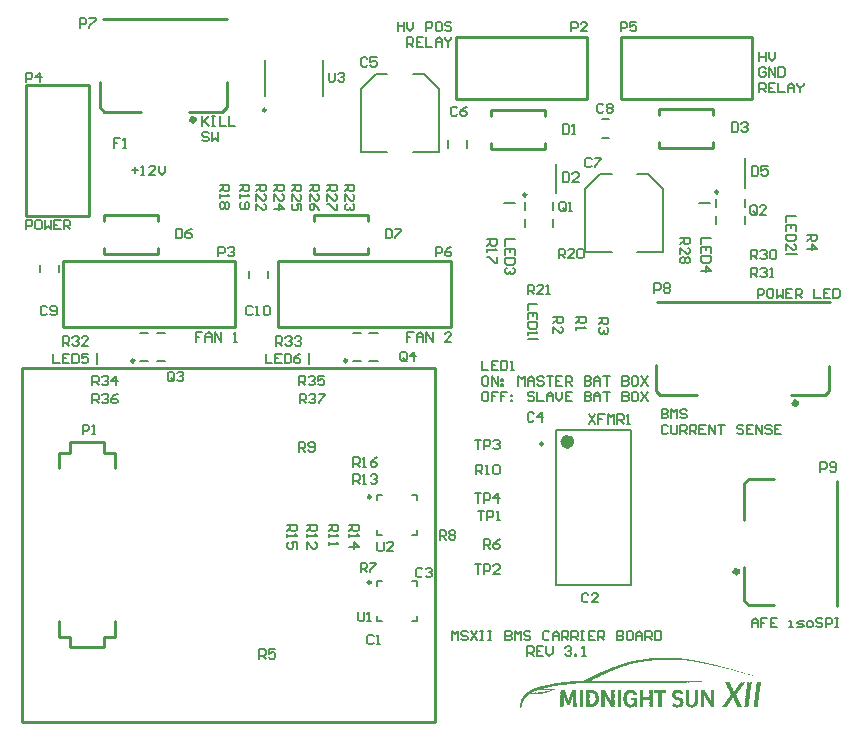
<source format=gto>
G04*
G04 #@! TF.GenerationSoftware,Altium Limited,Altium Designer,18.1.6 (161)*
G04*
G04 Layer_Color=65535*
%FSLAX25Y25*%
%MOIN*%
G70*
G01*
G75*
%ADD10C,0.00984*%
%ADD11C,0.01968*%
%ADD12C,0.02362*%
%ADD13C,0.01000*%
%ADD14C,0.00787*%
%ADD15C,0.00591*%
G36*
X207129Y11503D02*
X207487D01*
Y11431D01*
X207559D01*
Y11503D01*
X207631D01*
Y11431D01*
X207703D01*
Y11503D01*
X207774D01*
Y11431D01*
X207846D01*
Y11503D01*
X207918D01*
Y11431D01*
X207990D01*
Y11503D01*
X208062D01*
Y11431D01*
X208851D01*
Y11359D01*
X208923D01*
Y11431D01*
X208994D01*
Y11359D01*
X209066D01*
Y11431D01*
X209138D01*
Y11359D01*
X209353D01*
Y11287D01*
X209425D01*
Y11359D01*
X209497D01*
Y11287D01*
X209569D01*
Y11359D01*
X209640D01*
Y11287D01*
X210286D01*
Y11216D01*
X210358D01*
Y11287D01*
X210430D01*
Y11216D01*
X210502D01*
Y11287D01*
X210573D01*
Y11216D01*
X210645D01*
Y11144D01*
X210717D01*
Y11216D01*
X210788D01*
Y11144D01*
X210860D01*
Y11216D01*
X210932D01*
Y11144D01*
X211434D01*
Y11072D01*
X211506D01*
Y11144D01*
X211578D01*
Y11072D01*
X211650D01*
Y11000D01*
X211721D01*
Y11072D01*
X211793D01*
Y11000D01*
X211865D01*
Y11072D01*
X211937D01*
Y11000D01*
X212439D01*
Y10928D01*
X212511D01*
Y11000D01*
X212582D01*
Y10928D01*
X212654D01*
Y10857D01*
X212726D01*
Y10928D01*
X212798D01*
Y10857D01*
X212870D01*
Y10928D01*
X212941D01*
Y10857D01*
X213300D01*
Y10785D01*
X213372D01*
Y10857D01*
X213444D01*
Y10785D01*
X213659D01*
Y10713D01*
X214161D01*
Y10642D01*
X214233D01*
Y10713D01*
X214305D01*
Y10642D01*
X214377D01*
Y10570D01*
X214448D01*
Y10642D01*
X214520D01*
Y10570D01*
X214879D01*
Y10498D01*
X214951D01*
Y10570D01*
X215022D01*
Y10498D01*
X215094D01*
Y10426D01*
X215166D01*
Y10498D01*
X215238D01*
Y10426D01*
X215597D01*
Y10354D01*
X215668D01*
Y10426D01*
X215740D01*
Y10354D01*
X215812D01*
Y10283D01*
X215884D01*
Y10354D01*
X215955D01*
Y10283D01*
X216027D01*
Y10354D01*
X216099D01*
Y10283D01*
X216314D01*
Y10211D01*
X216386D01*
Y10283D01*
X216458D01*
Y10211D01*
X216529D01*
Y10139D01*
X216601D01*
Y10211D01*
X216673D01*
Y10139D01*
X217032D01*
Y10067D01*
X217104D01*
Y10139D01*
X217175D01*
Y10067D01*
X217247D01*
Y9996D01*
X217319D01*
Y10067D01*
X217391D01*
Y9996D01*
X217749D01*
Y9924D01*
X217821D01*
Y9996D01*
X217893D01*
Y9924D01*
X217965D01*
Y9852D01*
X218323D01*
Y9780D01*
X218395D01*
Y9852D01*
X218467D01*
Y9780D01*
X218539D01*
Y9709D01*
X218611D01*
Y9780D01*
X218682D01*
Y9709D01*
X218898D01*
Y9637D01*
X218969D01*
Y9709D01*
X219041D01*
Y9637D01*
X219113D01*
Y9565D01*
X219185D01*
Y9637D01*
X219256D01*
Y9565D01*
X219615D01*
Y9493D01*
X219687D01*
Y9565D01*
X219759D01*
Y9493D01*
X219830D01*
Y9421D01*
X220189D01*
Y9350D01*
X220405D01*
Y9278D01*
X220476D01*
Y9350D01*
X220548D01*
Y9278D01*
X220763D01*
Y9206D01*
X220835D01*
Y9278D01*
X220907D01*
Y9206D01*
X220979D01*
Y9134D01*
X221051D01*
Y9206D01*
X221122D01*
Y9134D01*
X221338D01*
Y9063D01*
X221409D01*
Y9134D01*
X221481D01*
Y9063D01*
X221553D01*
Y8991D01*
X221625D01*
Y9063D01*
X221696D01*
Y8991D01*
X221912D01*
Y8919D01*
X221983D01*
Y8991D01*
X222055D01*
Y8919D01*
X222127D01*
Y8847D01*
X222199D01*
Y8919D01*
X222270D01*
Y8847D01*
X222486D01*
Y8776D01*
X222557D01*
Y8847D01*
X222629D01*
Y8776D01*
X222701D01*
Y8704D01*
X222773D01*
Y8776D01*
X222845D01*
Y8704D01*
X223060D01*
Y8632D01*
X223132D01*
Y8704D01*
X223203D01*
Y8632D01*
X223275D01*
Y8560D01*
X223634D01*
Y8489D01*
X223706D01*
Y8417D01*
X223777D01*
Y8489D01*
X223849D01*
Y8417D01*
X224208D01*
Y8345D01*
X224423D01*
Y8273D01*
X224639D01*
Y8202D01*
X224710D01*
Y8273D01*
X224782D01*
Y8202D01*
X224854D01*
Y8130D01*
X225213D01*
Y8058D01*
X225428D01*
Y7986D01*
X225787D01*
Y7914D01*
X225859D01*
Y7843D01*
X225930D01*
Y7914D01*
X226002D01*
Y7843D01*
X226217D01*
Y7771D01*
X226289D01*
Y7843D01*
X226361D01*
Y7771D01*
X226433D01*
Y7699D01*
X226648D01*
Y7627D01*
X226720D01*
Y7699D01*
X226792D01*
Y7627D01*
X226863D01*
Y7556D01*
X226935D01*
Y7627D01*
X227007D01*
Y7556D01*
X227222D01*
Y7484D01*
X227437D01*
Y7412D01*
X227653D01*
Y7340D01*
X227724D01*
Y7412D01*
X227796D01*
Y7340D01*
X227868D01*
Y7269D01*
X227940D01*
Y7340D01*
X228011D01*
Y7269D01*
X228227D01*
Y7197D01*
X228298D01*
Y7269D01*
X228370D01*
Y7197D01*
X228442D01*
Y7125D01*
X228657D01*
Y7053D01*
X228729D01*
Y7125D01*
X228801D01*
Y7053D01*
X228873D01*
Y6982D01*
X229231D01*
Y6910D01*
X229303D01*
Y6838D01*
X229375D01*
Y6910D01*
X229447D01*
Y6838D01*
X229662D01*
Y6766D01*
X229877D01*
Y6695D01*
X230236D01*
Y6623D01*
X230451D01*
Y6551D01*
X230667D01*
Y6479D01*
X230738D01*
Y6551D01*
X230810D01*
Y6479D01*
X230882D01*
Y6408D01*
X231097D01*
Y6336D01*
X231169D01*
Y6408D01*
X231241D01*
Y6336D01*
X231312D01*
Y6264D01*
X231671D01*
Y6192D01*
X231743D01*
Y6120D01*
X231815D01*
Y6192D01*
X231887D01*
Y6120D01*
X232102D01*
Y6049D01*
X232317D01*
Y5977D01*
X232533D01*
Y5905D01*
X232604D01*
Y5977D01*
X232676D01*
Y5905D01*
X232748D01*
Y5833D01*
X232820D01*
Y5905D01*
X232891D01*
Y5833D01*
X233107D01*
Y5762D01*
X233322D01*
Y5690D01*
X233537D01*
Y5618D01*
X233752D01*
Y5546D01*
X233968D01*
Y5475D01*
X234039D01*
Y5546D01*
X234111D01*
Y5475D01*
X234183D01*
Y5403D01*
X234398D01*
Y5331D01*
X234470D01*
Y5259D01*
X234398D01*
Y5331D01*
X234183D01*
Y5403D01*
X233968D01*
Y5475D01*
X233896D01*
Y5403D01*
X233824D01*
Y5475D01*
X233752D01*
Y5546D01*
X233681D01*
Y5475D01*
X233609D01*
Y5546D01*
X233537D01*
Y5618D01*
X233465D01*
Y5546D01*
X233394D01*
Y5618D01*
X233178D01*
Y5690D01*
X232963D01*
Y5762D01*
X232748D01*
Y5833D01*
X232676D01*
Y5762D01*
X232604D01*
Y5833D01*
X232533D01*
Y5905D01*
X232174D01*
Y5977D01*
X231958D01*
Y6049D01*
X231743D01*
Y6120D01*
X231671D01*
Y6049D01*
X231599D01*
Y6120D01*
X231528D01*
Y6192D01*
X231456D01*
Y6120D01*
X231384D01*
Y6192D01*
X231169D01*
Y6264D01*
X230954D01*
Y6336D01*
X230595D01*
Y6408D01*
X230523D01*
Y6479D01*
X230451D01*
Y6408D01*
X230380D01*
Y6479D01*
X230164D01*
Y6551D01*
X229949D01*
Y6623D01*
X229734D01*
Y6695D01*
X229662D01*
Y6623D01*
X229590D01*
Y6695D01*
X229518D01*
Y6766D01*
X229447D01*
Y6695D01*
X229375D01*
Y6766D01*
X229160D01*
Y6838D01*
X229088D01*
Y6766D01*
X229016D01*
Y6838D01*
X228944D01*
Y6910D01*
X228586D01*
Y6982D01*
X228370D01*
Y7053D01*
X228155D01*
Y7125D01*
X228083D01*
Y7053D01*
X228011D01*
Y7125D01*
X227940D01*
Y7197D01*
X227868D01*
Y7125D01*
X227796D01*
Y7197D01*
X227437D01*
Y7269D01*
X227366D01*
Y7340D01*
X227294D01*
Y7269D01*
X227222D01*
Y7340D01*
X227007D01*
Y7412D01*
X226792D01*
Y7484D01*
X226720D01*
Y7412D01*
X226648D01*
Y7484D01*
X226433D01*
Y7556D01*
X226361D01*
Y7627D01*
X226289D01*
Y7556D01*
X226361D01*
Y7484D01*
X226289D01*
Y7556D01*
X226217D01*
Y7627D01*
X225859D01*
Y7699D01*
X225643D01*
Y7771D01*
X225285D01*
Y7843D01*
X225213D01*
Y7914D01*
X225141D01*
Y7843D01*
X225213D01*
Y7771D01*
X225141D01*
Y7843D01*
X225069D01*
Y7914D01*
X224710D01*
Y7986D01*
X224495D01*
Y8058D01*
X224280D01*
Y8130D01*
X224208D01*
Y8058D01*
X224136D01*
Y8130D01*
X224064D01*
Y8202D01*
X223993D01*
Y8130D01*
X223921D01*
Y8202D01*
X223562D01*
Y8273D01*
X223347D01*
Y8345D01*
X222988D01*
Y8417D01*
X222916D01*
Y8489D01*
X222845D01*
Y8417D01*
X222916D01*
Y8345D01*
X222845D01*
Y8417D01*
X222773D01*
Y8489D01*
X222414D01*
Y8560D01*
X222199D01*
Y8632D01*
X222127D01*
Y8560D01*
X222055D01*
Y8632D01*
X221840D01*
Y8704D01*
X221768D01*
Y8632D01*
X221696D01*
Y8704D01*
X221625D01*
Y8776D01*
X221266D01*
Y8847D01*
X221194D01*
Y8776D01*
X221122D01*
Y8847D01*
X221051D01*
Y8919D01*
X220979D01*
Y8847D01*
X220907D01*
Y8919D01*
X220548D01*
Y8991D01*
X220333D01*
Y9063D01*
X219974D01*
Y9134D01*
X219902D01*
Y9063D01*
X219830D01*
Y9134D01*
X219759D01*
Y9206D01*
X219687D01*
Y9134D01*
X219615D01*
Y9206D01*
X219400D01*
Y9278D01*
X219328D01*
Y9206D01*
X219256D01*
Y9278D01*
X219185D01*
Y9350D01*
X219113D01*
Y9278D01*
X219185D01*
Y9206D01*
X219113D01*
Y9278D01*
X219041D01*
Y9350D01*
X218682D01*
Y9421D01*
X218611D01*
Y9350D01*
X218539D01*
Y9421D01*
X218467D01*
Y9493D01*
X218395D01*
Y9421D01*
X218323D01*
Y9493D01*
X217965D01*
Y9565D01*
X217893D01*
Y9493D01*
X217821D01*
Y9565D01*
X217749D01*
Y9637D01*
X217678D01*
Y9565D01*
X217606D01*
Y9637D01*
X217247D01*
Y9709D01*
X217032D01*
Y9780D01*
X216960D01*
Y9709D01*
X216888D01*
Y9780D01*
X216529D01*
Y9852D01*
X216314D01*
Y9924D01*
X216242D01*
Y9852D01*
X216171D01*
Y9924D01*
X215812D01*
Y9996D01*
X215740D01*
Y9924D01*
X215668D01*
Y9996D01*
X215597D01*
Y10067D01*
X215525D01*
Y9996D01*
X215453D01*
Y10067D01*
X215094D01*
Y10139D01*
X215022D01*
Y10067D01*
X214951D01*
Y10139D01*
X214879D01*
Y10211D01*
X214807D01*
Y10139D01*
X214879D01*
Y10067D01*
X214807D01*
Y10139D01*
X214735D01*
Y10211D01*
X214664D01*
Y10139D01*
X214592D01*
Y10211D01*
X214233D01*
Y10283D01*
X214161D01*
Y10211D01*
X214090D01*
Y10283D01*
X213874D01*
Y10354D01*
X213803D01*
Y10283D01*
X213731D01*
Y10354D01*
X213372D01*
Y10426D01*
X213300D01*
Y10354D01*
X213228D01*
Y10426D01*
X213157D01*
Y10354D01*
X213085D01*
Y10426D01*
X213013D01*
Y10498D01*
X212941D01*
Y10426D01*
X212870D01*
Y10498D01*
X212798D01*
Y10426D01*
X212726D01*
Y10498D01*
X212367D01*
Y10570D01*
X212296D01*
Y10498D01*
X212224D01*
Y10570D01*
X212152D01*
Y10498D01*
X212080D01*
Y10570D01*
X211865D01*
Y10642D01*
X211793D01*
Y10570D01*
X211721D01*
Y10642D01*
X211219D01*
Y10713D01*
X211147D01*
Y10642D01*
X211076D01*
Y10713D01*
X211004D01*
Y10642D01*
X210932D01*
Y10713D01*
X210860D01*
Y10785D01*
X210788D01*
Y10713D01*
X210717D01*
Y10785D01*
X210645D01*
Y10713D01*
X210573D01*
Y10785D01*
X209784D01*
Y10857D01*
X209712D01*
Y10785D01*
X209640D01*
Y10857D01*
X209569D01*
Y10785D01*
X209497D01*
Y10857D01*
X209281D01*
Y10928D01*
X209210D01*
Y10857D01*
X208994D01*
Y10928D01*
X208923D01*
Y10857D01*
X208851D01*
Y10928D01*
X208779D01*
Y10857D01*
X208707D01*
Y10928D01*
X208636D01*
Y10857D01*
X208564D01*
Y10928D01*
X208492D01*
Y10857D01*
X208420D01*
Y10928D01*
X208349D01*
Y10857D01*
X208277D01*
Y10928D01*
X208062D01*
Y10857D01*
X207990D01*
Y10928D01*
X205478D01*
Y10857D01*
X205406D01*
Y10928D01*
X205191D01*
Y10857D01*
X205119D01*
Y10928D01*
X205047D01*
Y10857D01*
X204976D01*
Y10928D01*
X204904D01*
Y10857D01*
X204832D01*
Y10928D01*
X204760D01*
Y10857D01*
X204689D01*
Y10928D01*
X204617D01*
Y10857D01*
X204545D01*
Y10928D01*
X204473D01*
Y10857D01*
X204402D01*
Y10928D01*
X204330D01*
Y10857D01*
X204258D01*
Y10928D01*
X204186D01*
Y10857D01*
X204115D01*
Y10928D01*
X204043D01*
Y10857D01*
X203828D01*
Y10785D01*
X203756D01*
Y10857D01*
X203540D01*
Y10785D01*
X203469D01*
Y10857D01*
X203397D01*
Y10785D01*
X203325D01*
Y10857D01*
X203253D01*
Y10785D01*
X203182D01*
Y10857D01*
X203110D01*
Y10785D01*
X203038D01*
Y10857D01*
X202966D01*
Y10785D01*
X202895D01*
Y10857D01*
X202823D01*
Y10785D01*
X201890D01*
Y10713D01*
X201818D01*
Y10785D01*
X201747D01*
Y10713D01*
X201675D01*
Y10785D01*
X201603D01*
Y10713D01*
X201531D01*
Y10785D01*
X201459D01*
Y10713D01*
X201388D01*
Y10785D01*
X201316D01*
Y10713D01*
X201388D01*
Y10642D01*
X201316D01*
Y10713D01*
X201244D01*
Y10642D01*
X201172D01*
Y10713D01*
X201101D01*
Y10642D01*
X201029D01*
Y10713D01*
X200957D01*
Y10642D01*
X200311D01*
Y10570D01*
X200239D01*
Y10642D01*
X200168D01*
Y10570D01*
X200096D01*
Y10642D01*
X200024D01*
Y10570D01*
X199809D01*
Y10498D01*
X199737D01*
Y10570D01*
X199665D01*
Y10498D01*
X199594D01*
Y10570D01*
X199522D01*
Y10498D01*
X199450D01*
Y10570D01*
X199378D01*
Y10498D01*
X198876D01*
Y10426D01*
X198804D01*
Y10498D01*
X198732D01*
Y10426D01*
X198661D01*
Y10498D01*
X198589D01*
Y10426D01*
X198517D01*
Y10498D01*
X198445D01*
Y10426D01*
X198517D01*
Y10354D01*
X198445D01*
Y10426D01*
X198374D01*
Y10354D01*
X198302D01*
Y10426D01*
X198230D01*
Y10354D01*
X197728D01*
Y10283D01*
X197656D01*
Y10354D01*
X197584D01*
Y10283D01*
X197512D01*
Y10354D01*
X197441D01*
Y10283D01*
X197369D01*
Y10211D01*
X197297D01*
Y10283D01*
X197225D01*
Y10211D01*
X197154D01*
Y10283D01*
X197082D01*
Y10211D01*
X196723D01*
Y10139D01*
X196651D01*
Y10211D01*
X196580D01*
Y10139D01*
X196508D01*
Y10067D01*
X196436D01*
Y10139D01*
X196364D01*
Y10067D01*
X196005D01*
Y9996D01*
X195934D01*
Y10067D01*
X195862D01*
Y9996D01*
X195790D01*
Y10067D01*
X195718D01*
Y9996D01*
X195647D01*
Y9924D01*
X195575D01*
Y9996D01*
X195503D01*
Y9924D01*
X195144D01*
Y9852D01*
X195073D01*
Y9924D01*
X195001D01*
Y9852D01*
X195073D01*
Y9780D01*
X195001D01*
Y9852D01*
X194929D01*
Y9780D01*
X194857D01*
Y9852D01*
X194785D01*
Y9780D01*
X194570D01*
Y9709D01*
X194499D01*
Y9780D01*
X194427D01*
Y9709D01*
X194355D01*
Y9637D01*
X194283D01*
Y9709D01*
X194211D01*
Y9637D01*
X193853D01*
Y9565D01*
X193781D01*
Y9493D01*
X193709D01*
Y9565D01*
X193637D01*
Y9493D01*
X193422D01*
Y9421D01*
X193207D01*
Y9350D01*
X193135D01*
Y9421D01*
X193063D01*
Y9350D01*
X192848D01*
Y9278D01*
X192776D01*
Y9350D01*
X192704D01*
Y9278D01*
X192776D01*
Y9206D01*
X192704D01*
Y9278D01*
X192633D01*
Y9206D01*
X192417D01*
Y9134D01*
X192346D01*
Y9206D01*
X192274D01*
Y9134D01*
X192202D01*
Y9063D01*
X191843D01*
Y8991D01*
X191771D01*
Y8919D01*
X191556D01*
Y8847D01*
X191484D01*
Y8919D01*
X191413D01*
Y8847D01*
X191341D01*
Y8776D01*
X190982D01*
Y8704D01*
X190910D01*
Y8632D01*
X190551D01*
Y8560D01*
X190480D01*
Y8489D01*
X190121D01*
Y8417D01*
X190049D01*
Y8345D01*
X189834D01*
Y8273D01*
X189762D01*
Y8345D01*
X189690D01*
Y8273D01*
X189619D01*
Y8202D01*
X189403D01*
Y8130D01*
X189332D01*
Y8202D01*
X189260D01*
Y8130D01*
X189332D01*
Y8058D01*
X189260D01*
Y8130D01*
X189188D01*
Y8058D01*
X188973D01*
Y7986D01*
X188901D01*
Y7914D01*
X188829D01*
Y7986D01*
X188758D01*
Y7914D01*
X188542D01*
Y7843D01*
X188470D01*
Y7771D01*
X188255D01*
Y7699D01*
X188040D01*
Y7627D01*
X187825D01*
Y7556D01*
X187753D01*
Y7484D01*
X187538D01*
Y7412D01*
X187466D01*
Y7484D01*
X187394D01*
Y7412D01*
X187322D01*
Y7340D01*
X187107D01*
Y7269D01*
X187035D01*
Y7197D01*
X186963D01*
Y7269D01*
X186892D01*
Y7197D01*
X186820D01*
Y7125D01*
X186605D01*
Y7053D01*
X186389D01*
Y6982D01*
X186318D01*
Y6910D01*
X186102D01*
Y6838D01*
X186030D01*
Y6910D01*
X185959D01*
Y6838D01*
X185887D01*
Y6766D01*
X185672D01*
Y6695D01*
X185600D01*
Y6623D01*
X185385D01*
Y6551D01*
X185313D01*
Y6479D01*
X185098D01*
Y6408D01*
X185026D01*
Y6479D01*
X184954D01*
Y6408D01*
X185026D01*
Y6336D01*
X184954D01*
Y6408D01*
X184882D01*
Y6336D01*
X184811D01*
Y6264D01*
X184595D01*
Y6192D01*
X184380D01*
Y6120D01*
X184308D01*
Y6049D01*
X184237D01*
Y5977D01*
X184165D01*
Y6049D01*
X184093D01*
Y5977D01*
X184021D01*
Y5905D01*
X183806D01*
Y5833D01*
X183734D01*
Y5762D01*
X183519D01*
Y5690D01*
X183447D01*
Y5618D01*
X183232D01*
Y5546D01*
X183160D01*
Y5475D01*
X182945D01*
Y5403D01*
X182873D01*
Y5331D01*
X182658D01*
Y5259D01*
X182586D01*
Y5187D01*
X182371D01*
Y5116D01*
X182299D01*
Y5044D01*
X182084D01*
Y4972D01*
X182012D01*
Y4901D01*
X181797D01*
Y4829D01*
X181725D01*
Y4757D01*
X181509D01*
Y4685D01*
X181438D01*
Y4613D01*
X181222D01*
Y4542D01*
X181151D01*
Y4470D01*
X180935D01*
Y4398D01*
X180864D01*
Y4326D01*
X180648D01*
Y4255D01*
X180577D01*
Y4183D01*
X180361D01*
Y4111D01*
X180290D01*
Y4039D01*
X180218D01*
Y3968D01*
X180290D01*
Y3896D01*
X180361D01*
Y3824D01*
X180433D01*
Y3896D01*
X180792D01*
Y3968D01*
X180864D01*
Y3896D01*
X180935D01*
Y3824D01*
X181007D01*
Y3896D01*
X181079D01*
Y3968D01*
X181151D01*
Y3896D01*
X181366D01*
Y3968D01*
X181438D01*
Y3896D01*
X181509D01*
Y3824D01*
X181581D01*
Y3896D01*
X181797D01*
Y3824D01*
X181868D01*
Y3896D01*
X182084D01*
Y3824D01*
X182155D01*
Y3896D01*
X182227D01*
Y3824D01*
X182299D01*
Y3896D01*
X182371D01*
Y3824D01*
X182442D01*
Y3896D01*
X182658D01*
Y3824D01*
X182729D01*
Y3896D01*
X182801D01*
Y3824D01*
X182873D01*
Y3896D01*
X182945D01*
Y3824D01*
X183017D01*
Y3896D01*
X183088D01*
Y3824D01*
X183160D01*
Y3896D01*
X183232D01*
Y3824D01*
X183304D01*
Y3896D01*
X183375D01*
Y3824D01*
X183447D01*
Y3896D01*
X183519D01*
Y3824D01*
X183591D01*
Y3896D01*
X183662D01*
Y3824D01*
X183734D01*
Y3896D01*
X183806D01*
Y3824D01*
X183878D01*
Y3896D01*
X183949D01*
Y3824D01*
X184021D01*
Y3896D01*
X184093D01*
Y3824D01*
X184165D01*
Y3896D01*
X184237D01*
Y3824D01*
X184308D01*
Y3896D01*
X184380D01*
Y3824D01*
X184452D01*
Y3896D01*
X184523D01*
Y3824D01*
X184595D01*
Y3896D01*
X184667D01*
Y3824D01*
X184739D01*
Y3896D01*
X184811D01*
Y3824D01*
X184882D01*
Y3896D01*
X184954D01*
Y3824D01*
X185026D01*
Y3896D01*
X185098D01*
Y3824D01*
X185169D01*
Y3896D01*
X185241D01*
Y3824D01*
X185456D01*
Y3896D01*
X185528D01*
Y3824D01*
X185743D01*
Y3896D01*
X185815D01*
Y3824D01*
X186030D01*
Y3896D01*
X186102D01*
Y3824D01*
X191054D01*
Y3752D01*
X191126D01*
Y3824D01*
X191197D01*
Y3752D01*
X191269D01*
Y3824D01*
X191341D01*
Y3752D01*
X191413D01*
Y3824D01*
X191484D01*
Y3752D01*
X191556D01*
Y3824D01*
X191628D01*
Y3752D01*
X191700D01*
Y3824D01*
X191771D01*
Y3752D01*
X191843D01*
Y3824D01*
X192059D01*
Y3752D01*
X192130D01*
Y3824D01*
X192202D01*
Y3752D01*
X192274D01*
Y3824D01*
X192346D01*
Y3752D01*
X192417D01*
Y3824D01*
X192489D01*
Y3752D01*
X192561D01*
Y3824D01*
X192633D01*
Y3752D01*
X192704D01*
Y3824D01*
X192776D01*
Y3752D01*
X192848D01*
Y3824D01*
X192920D01*
Y3752D01*
X192991D01*
Y3824D01*
X193063D01*
Y3752D01*
X193135D01*
Y3824D01*
X193207D01*
Y3752D01*
X193279D01*
Y3824D01*
X193350D01*
Y3752D01*
X193422D01*
Y3824D01*
X193494D01*
Y3752D01*
X193566D01*
Y3824D01*
X193637D01*
Y3752D01*
X193709D01*
Y3824D01*
X193781D01*
Y3752D01*
X193853D01*
Y3824D01*
X193924D01*
Y3752D01*
X193996D01*
Y3824D01*
X194068D01*
Y3752D01*
X194140D01*
Y3824D01*
X194211D01*
Y3752D01*
X194283D01*
Y3824D01*
X194355D01*
Y3752D01*
X194427D01*
Y3824D01*
X194499D01*
Y3752D01*
X194570D01*
Y3824D01*
X194642D01*
Y3752D01*
X194714D01*
Y3824D01*
X194785D01*
Y3752D01*
X194857D01*
Y3824D01*
X194929D01*
Y3752D01*
X195001D01*
Y3824D01*
X195073D01*
Y3752D01*
X195288D01*
Y3824D01*
X195360D01*
Y3752D01*
X195575D01*
Y3824D01*
X195647D01*
Y3752D01*
X195862D01*
Y3824D01*
X195934D01*
Y3752D01*
X196149D01*
Y3824D01*
X196221D01*
Y3752D01*
X196436D01*
Y3824D01*
X196508D01*
Y3752D01*
X196723D01*
Y3824D01*
X196795D01*
Y3752D01*
X197010D01*
Y3824D01*
X197082D01*
Y3752D01*
X197297D01*
Y3824D01*
X197369D01*
Y3752D01*
X197584D01*
Y3824D01*
X197656D01*
Y3752D01*
X197871D01*
Y3824D01*
X197943D01*
Y3752D01*
X198158D01*
Y3824D01*
X198230D01*
Y3752D01*
X198445D01*
Y3824D01*
X198517D01*
Y3752D01*
X198589D01*
Y3824D01*
X198661D01*
Y3752D01*
X198732D01*
Y3824D01*
X198804D01*
Y3752D01*
X198876D01*
Y3824D01*
X198948D01*
Y3752D01*
X199020D01*
Y3824D01*
X199091D01*
Y3752D01*
X199163D01*
Y3824D01*
X199235D01*
Y3752D01*
X199306D01*
Y3824D01*
X199378D01*
Y3752D01*
X199450D01*
Y3824D01*
X199522D01*
Y3752D01*
X199594D01*
Y3824D01*
X199665D01*
Y3752D01*
X199737D01*
Y3824D01*
X199809D01*
Y3752D01*
X199881D01*
Y3824D01*
X199952D01*
Y3752D01*
X200024D01*
Y3824D01*
X200096D01*
Y3752D01*
X200168D01*
Y3824D01*
X200239D01*
Y3752D01*
X200311D01*
Y3824D01*
X200383D01*
Y3752D01*
X200455D01*
Y3824D01*
X200526D01*
Y3752D01*
X200598D01*
Y3824D01*
X200670D01*
Y3752D01*
X200742D01*
Y3824D01*
X200814D01*
Y3752D01*
X200885D01*
Y3824D01*
X200957D01*
Y3752D01*
X201029D01*
Y3824D01*
X201101D01*
Y3752D01*
X201172D01*
Y3824D01*
X201244D01*
Y3752D01*
X201316D01*
Y3824D01*
X201388D01*
Y3752D01*
X201459D01*
Y3824D01*
X201531D01*
Y3752D01*
X201603D01*
Y3824D01*
X201675D01*
Y3752D01*
X201747D01*
Y3824D01*
X201818D01*
Y3752D01*
X201890D01*
Y3824D01*
X201962D01*
Y3752D01*
X202033D01*
Y3824D01*
X202105D01*
Y3752D01*
X202177D01*
Y3824D01*
X202249D01*
Y3752D01*
X202321D01*
Y3824D01*
X202392D01*
Y3752D01*
X202464D01*
Y3824D01*
X202536D01*
Y3752D01*
X202608D01*
Y3824D01*
X202679D01*
Y3752D01*
X202751D01*
Y3824D01*
X202823D01*
Y3752D01*
X202895D01*
Y3824D01*
X202966D01*
Y3752D01*
X203038D01*
Y3824D01*
X203110D01*
Y3752D01*
X203182D01*
Y3824D01*
X203253D01*
Y3752D01*
X203325D01*
Y3824D01*
X203397D01*
Y3752D01*
X203469D01*
Y3824D01*
X203540D01*
Y3752D01*
X203612D01*
Y3824D01*
X203684D01*
Y3752D01*
X203756D01*
Y3824D01*
X203828D01*
Y3752D01*
X203899D01*
Y3824D01*
X203971D01*
Y3752D01*
X204043D01*
Y3824D01*
X204115D01*
Y3752D01*
X204186D01*
Y3824D01*
X204258D01*
Y3752D01*
X204330D01*
Y3824D01*
X204402D01*
Y3752D01*
X204473D01*
Y3824D01*
X204545D01*
Y3752D01*
X204617D01*
Y3824D01*
X204689D01*
Y3752D01*
X204760D01*
Y3824D01*
X204832D01*
Y3752D01*
X204904D01*
Y3824D01*
X204976D01*
Y3752D01*
X205047D01*
Y3824D01*
X205119D01*
Y3752D01*
X205191D01*
Y3824D01*
X205263D01*
Y3752D01*
X205335D01*
Y3824D01*
X205406D01*
Y3752D01*
X205478D01*
Y3824D01*
X205550D01*
Y3752D01*
X205622D01*
Y3824D01*
X205693D01*
Y3752D01*
X205765D01*
Y3824D01*
X205837D01*
Y3752D01*
X205909D01*
Y3824D01*
X205980D01*
Y3752D01*
X206052D01*
Y3824D01*
X206124D01*
Y3752D01*
X206196D01*
Y3824D01*
X206267D01*
Y3752D01*
X206339D01*
Y3824D01*
X206411D01*
Y3752D01*
X206483D01*
Y3824D01*
X206555D01*
Y3752D01*
X206626D01*
Y3824D01*
X206698D01*
Y3752D01*
X206770D01*
Y3824D01*
X206842D01*
Y3752D01*
X206913D01*
Y3824D01*
X206985D01*
Y3752D01*
X207057D01*
Y3824D01*
X207129D01*
Y3752D01*
X207200D01*
Y3824D01*
X207272D01*
Y3752D01*
X207344D01*
Y3824D01*
X207416D01*
Y3752D01*
X207487D01*
Y3824D01*
X207559D01*
Y3752D01*
X207631D01*
Y3824D01*
X207703D01*
Y3752D01*
X207774D01*
Y3824D01*
X207846D01*
Y3752D01*
X207918D01*
Y3824D01*
X207990D01*
Y3752D01*
X208062D01*
Y3824D01*
X208133D01*
Y3752D01*
X208205D01*
Y3824D01*
X208277D01*
Y3752D01*
X208349D01*
Y3824D01*
X208420D01*
Y3752D01*
X208492D01*
Y3824D01*
X208564D01*
Y3752D01*
X208636D01*
Y3824D01*
X208707D01*
Y3752D01*
X208779D01*
Y3824D01*
X208851D01*
Y3752D01*
X208923D01*
Y3824D01*
X208994D01*
Y3752D01*
X209066D01*
Y3824D01*
X209138D01*
Y3752D01*
X209210D01*
Y3824D01*
X209281D01*
Y3752D01*
X209353D01*
Y3824D01*
X209425D01*
Y3752D01*
X209497D01*
Y3824D01*
X209569D01*
Y3752D01*
X209640D01*
Y3824D01*
X209712D01*
Y3752D01*
X209784D01*
Y3824D01*
X209856D01*
Y3752D01*
X209927D01*
Y3824D01*
X209999D01*
Y3752D01*
X210071D01*
Y3824D01*
X210143D01*
Y3752D01*
X210214D01*
Y3824D01*
X210286D01*
Y3752D01*
X210358D01*
Y3824D01*
X210430D01*
Y3752D01*
X210502D01*
Y3824D01*
X210573D01*
Y3752D01*
X210788D01*
Y3824D01*
X210860D01*
Y3752D01*
X211076D01*
Y3824D01*
X211147D01*
Y3752D01*
X211219D01*
Y3681D01*
X211291D01*
Y3752D01*
X211506D01*
Y3681D01*
X211578D01*
Y3752D01*
X211650D01*
Y3681D01*
X211721D01*
Y3752D01*
X211793D01*
Y3681D01*
X211865D01*
Y3752D01*
X211937D01*
Y3681D01*
X212009D01*
Y3752D01*
X212080D01*
Y3681D01*
X212152D01*
Y3752D01*
X212224D01*
Y3681D01*
X212296D01*
Y3752D01*
X212367D01*
Y3681D01*
X212439D01*
Y3752D01*
X212511D01*
Y3681D01*
X212582D01*
Y3752D01*
X212654D01*
Y3681D01*
X212726D01*
Y3752D01*
X212798D01*
Y3681D01*
X212870D01*
Y3752D01*
X212941D01*
Y3681D01*
X213013D01*
Y3752D01*
X213085D01*
Y3681D01*
X213157D01*
Y3752D01*
X213228D01*
Y3681D01*
X213300D01*
Y3752D01*
X213515D01*
Y3681D01*
X213587D01*
Y3752D01*
X213803D01*
Y3681D01*
X213874D01*
Y3752D01*
X214090D01*
Y3681D01*
X214161D01*
Y3752D01*
X214377D01*
Y3681D01*
X214448D01*
Y3752D01*
X214520D01*
Y3681D01*
X214592D01*
Y3752D01*
X214664D01*
Y3681D01*
X214735D01*
Y3752D01*
X214951D01*
Y3681D01*
X215022D01*
Y3752D01*
X215238D01*
Y3681D01*
X215310D01*
Y3752D01*
X215381D01*
Y3824D01*
X215453D01*
Y3752D01*
X215668D01*
Y3824D01*
X215740D01*
Y3752D01*
X215955D01*
Y3824D01*
X216027D01*
Y3752D01*
X216242D01*
Y3824D01*
X216314D01*
Y3752D01*
X216529D01*
Y3824D01*
X216601D01*
Y3752D01*
X216816D01*
Y3824D01*
X216888D01*
Y3752D01*
X217104D01*
Y3824D01*
X217175D01*
Y3752D01*
X217247D01*
Y3824D01*
X217319D01*
Y3752D01*
X217391D01*
Y3824D01*
X217462D01*
Y3752D01*
X217534D01*
Y3824D01*
X217606D01*
Y3752D01*
X217678D01*
Y3824D01*
X217749D01*
Y3752D01*
X217821D01*
Y3824D01*
X217893D01*
Y3752D01*
X217965D01*
Y3824D01*
X218037D01*
Y3752D01*
X218108D01*
Y3824D01*
X218180D01*
Y3752D01*
X218252D01*
Y3824D01*
X219902D01*
Y3752D01*
X219113D01*
Y3681D01*
X219041D01*
Y3752D01*
X218969D01*
Y3681D01*
X218898D01*
Y3752D01*
X218826D01*
Y3681D01*
X218754D01*
Y3752D01*
X218682D01*
Y3681D01*
X218467D01*
Y3609D01*
X218395D01*
Y3681D01*
X218323D01*
Y3609D01*
X218252D01*
Y3681D01*
X218180D01*
Y3609D01*
X218108D01*
Y3681D01*
X218037D01*
Y3609D01*
X217965D01*
Y3681D01*
X217893D01*
Y3609D01*
X217104D01*
Y3537D01*
X217032D01*
Y3609D01*
X216960D01*
Y3537D01*
X216888D01*
Y3609D01*
X216816D01*
Y3537D01*
X216745D01*
Y3609D01*
X216673D01*
Y3537D01*
X216601D01*
Y3609D01*
X216529D01*
Y3537D01*
X216314D01*
Y3465D01*
X216242D01*
Y3537D01*
X216171D01*
Y3465D01*
X216099D01*
Y3537D01*
X216027D01*
Y3465D01*
X215955D01*
Y3537D01*
X215884D01*
Y3465D01*
X214951D01*
Y3393D01*
X214879D01*
Y3465D01*
X214807D01*
Y3393D01*
X214735D01*
Y3465D01*
X214664D01*
Y3393D01*
X214448D01*
Y3465D01*
X214377D01*
Y3393D01*
X214161D01*
Y3322D01*
X214090D01*
Y3393D01*
X214018D01*
Y3322D01*
X213946D01*
Y3393D01*
X213874D01*
Y3322D01*
X213803D01*
Y3393D01*
X213731D01*
Y3322D01*
X213659D01*
Y3393D01*
X213587D01*
Y3322D01*
X212511D01*
Y3250D01*
X212439D01*
Y3322D01*
X212367D01*
Y3250D01*
X212296D01*
Y3322D01*
X212224D01*
Y3250D01*
X212152D01*
Y3322D01*
X212080D01*
Y3250D01*
X212009D01*
Y3322D01*
X211937D01*
Y3250D01*
X212009D01*
Y3178D01*
X211937D01*
Y3250D01*
X211721D01*
Y3178D01*
X211650D01*
Y3250D01*
X211578D01*
Y3178D01*
X211506D01*
Y3250D01*
X211434D01*
Y3178D01*
X211363D01*
Y3250D01*
X211291D01*
Y3178D01*
X211219D01*
Y3250D01*
X211147D01*
Y3178D01*
X211076D01*
Y3250D01*
X211004D01*
Y3178D01*
X209497D01*
Y3106D01*
X209425D01*
Y3178D01*
X209210D01*
Y3106D01*
X209138D01*
Y3178D01*
X209066D01*
Y3106D01*
X208994D01*
Y3178D01*
X208923D01*
Y3106D01*
X208851D01*
Y3178D01*
X208779D01*
Y3106D01*
X208707D01*
Y3178D01*
X208636D01*
Y3106D01*
X208564D01*
Y3178D01*
X208492D01*
Y3106D01*
X208420D01*
Y3178D01*
X208349D01*
Y3106D01*
X208277D01*
Y3178D01*
X208205D01*
Y3106D01*
X208133D01*
Y3178D01*
X208062D01*
Y3106D01*
X207846D01*
Y3178D01*
X207774D01*
Y3106D01*
X207559D01*
Y3035D01*
X207487D01*
Y3106D01*
X207129D01*
Y3035D01*
X207057D01*
Y3106D01*
X206985D01*
Y3035D01*
X206913D01*
Y3106D01*
X206842D01*
Y3035D01*
X206770D01*
Y3106D01*
X206698D01*
Y3035D01*
X206626D01*
Y3106D01*
X206555D01*
Y3035D01*
X206483D01*
Y3106D01*
X206411D01*
Y3035D01*
X206339D01*
Y3106D01*
X206267D01*
Y3035D01*
X206196D01*
Y3106D01*
X206124D01*
Y3035D01*
X206052D01*
Y3106D01*
X205980D01*
Y3035D01*
X205909D01*
Y3106D01*
X205837D01*
Y3035D01*
X205765D01*
Y3106D01*
X205693D01*
Y3035D01*
X205622D01*
Y3106D01*
X205550D01*
Y3035D01*
X205478D01*
Y3106D01*
X205406D01*
Y3035D01*
X205335D01*
Y3106D01*
X205263D01*
Y3035D01*
X205191D01*
Y3106D01*
X205119D01*
Y3035D01*
X205047D01*
Y3106D01*
X204976D01*
Y3035D01*
X204904D01*
Y3106D01*
X204832D01*
Y3035D01*
X204760D01*
Y3106D01*
X204689D01*
Y3035D01*
X204617D01*
Y3106D01*
X204545D01*
Y3035D01*
X204473D01*
Y3106D01*
X204402D01*
Y3035D01*
X204330D01*
Y3106D01*
X204258D01*
Y3035D01*
X204186D01*
Y3106D01*
X204115D01*
Y3035D01*
X204043D01*
Y3106D01*
X203971D01*
Y3035D01*
X203899D01*
Y3106D01*
X203828D01*
Y3035D01*
X203756D01*
Y3106D01*
X203684D01*
Y3035D01*
X203612D01*
Y3106D01*
X203540D01*
Y3035D01*
X203182D01*
Y3106D01*
X203110D01*
Y3035D01*
X202608D01*
Y3106D01*
X202536D01*
Y3035D01*
X192274D01*
Y3106D01*
X192202D01*
Y3035D01*
X191700D01*
Y3106D01*
X191628D01*
Y3035D01*
X191126D01*
Y3106D01*
X191054D01*
Y3035D01*
X190839D01*
Y3106D01*
X190767D01*
Y3035D01*
X190695D01*
Y3106D01*
X190623D01*
Y3035D01*
X190551D01*
Y3106D01*
X190480D01*
Y3035D01*
X190408D01*
Y3106D01*
X190336D01*
Y3035D01*
X190264D01*
Y3106D01*
X190193D01*
Y3035D01*
X190121D01*
Y3106D01*
X190049D01*
Y3035D01*
X189978D01*
Y3106D01*
X189906D01*
Y3035D01*
X189834D01*
Y3106D01*
X189762D01*
Y3035D01*
X189690D01*
Y3106D01*
X189619D01*
Y3035D01*
X189547D01*
Y3106D01*
X189475D01*
Y3035D01*
X189403D01*
Y3106D01*
X189332D01*
Y3035D01*
X189260D01*
Y3106D01*
X189188D01*
Y3035D01*
X189116D01*
Y3106D01*
X189044D01*
Y3035D01*
X188973D01*
Y3106D01*
X188901D01*
Y3035D01*
X188829D01*
Y3106D01*
X188758D01*
Y3035D01*
X188686D01*
Y3106D01*
X188614D01*
Y3035D01*
X188542D01*
Y3106D01*
X188470D01*
Y3035D01*
X188399D01*
Y3106D01*
X188327D01*
Y3035D01*
X188255D01*
Y3106D01*
X188183D01*
Y3035D01*
X188112D01*
Y3106D01*
X188040D01*
Y3035D01*
X187968D01*
Y3106D01*
X187896D01*
Y3035D01*
X187825D01*
Y3106D01*
X187753D01*
Y3035D01*
X187681D01*
Y3106D01*
X187466D01*
Y3035D01*
X187394D01*
Y3106D01*
X187322D01*
Y3035D01*
X187250D01*
Y3106D01*
X187179D01*
Y3035D01*
X187107D01*
Y3106D01*
X186892D01*
Y3035D01*
X186820D01*
Y3106D01*
X186318D01*
Y3035D01*
X186246D01*
Y3106D01*
X186030D01*
Y3178D01*
X185959D01*
Y3106D01*
X185743D01*
Y3178D01*
X185672D01*
Y3106D01*
X185456D01*
Y3178D01*
X185385D01*
Y3106D01*
X185169D01*
Y3178D01*
X185098D01*
Y3106D01*
X184882D01*
Y3178D01*
X184811D01*
Y3106D01*
X184739D01*
Y3178D01*
X184667D01*
Y3106D01*
X184595D01*
Y3178D01*
X184523D01*
Y3106D01*
X184452D01*
Y3178D01*
X184380D01*
Y3106D01*
X184308D01*
Y3178D01*
X184237D01*
Y3106D01*
X184165D01*
Y3178D01*
X184093D01*
Y3106D01*
X184021D01*
Y3178D01*
X183949D01*
Y3106D01*
X183878D01*
Y3178D01*
X183806D01*
Y3106D01*
X183734D01*
Y3178D01*
X183662D01*
Y3106D01*
X183591D01*
Y3178D01*
X183519D01*
Y3106D01*
X183447D01*
Y3178D01*
X183375D01*
Y3106D01*
X183304D01*
Y3178D01*
X183232D01*
Y3106D01*
X183160D01*
Y3178D01*
X183088D01*
Y3106D01*
X183017D01*
Y3178D01*
X182945D01*
Y3106D01*
X182873D01*
Y3178D01*
X182801D01*
Y3106D01*
X182729D01*
Y3178D01*
X182658D01*
Y3106D01*
X182586D01*
Y3178D01*
X182514D01*
Y3106D01*
X182442D01*
Y3178D01*
X182227D01*
Y3106D01*
X182155D01*
Y3178D01*
X181940D01*
Y3106D01*
X181868D01*
Y3178D01*
X181653D01*
Y3106D01*
X181581D01*
Y3178D01*
X181366D01*
Y3106D01*
X181294D01*
Y3178D01*
X181079D01*
Y3106D01*
X181007D01*
Y3178D01*
X180792D01*
Y3106D01*
X180720D01*
Y3178D01*
X180648D01*
Y3106D01*
X180577D01*
Y3178D01*
X180505D01*
Y3106D01*
X180433D01*
Y3178D01*
X180361D01*
Y3106D01*
X180290D01*
Y3178D01*
X180218D01*
Y3106D01*
X180146D01*
Y3178D01*
X180074D01*
Y3106D01*
X180002D01*
Y3178D01*
X179931D01*
Y3106D01*
X179859D01*
Y3178D01*
X179787D01*
Y3106D01*
X179716D01*
Y3178D01*
X179644D01*
Y3106D01*
X179572D01*
Y3178D01*
X179500D01*
Y3106D01*
X179428D01*
Y3178D01*
X179357D01*
Y3106D01*
X179285D01*
Y3178D01*
X179213D01*
Y3106D01*
X179141D01*
Y3178D01*
X179070D01*
Y3106D01*
X178998D01*
Y3178D01*
X178926D01*
Y3106D01*
X178854D01*
Y3178D01*
X178782D01*
Y3106D01*
X178567D01*
Y3178D01*
X178496D01*
Y3106D01*
X178280D01*
Y3178D01*
X178208D01*
Y3106D01*
X177706D01*
Y3035D01*
X177634D01*
Y3106D01*
X177563D01*
Y3035D01*
X177491D01*
Y3106D01*
X177419D01*
Y3035D01*
X177347D01*
Y3106D01*
X177276D01*
Y3035D01*
X177204D01*
Y3106D01*
X177132D01*
Y3035D01*
X177060D01*
Y3106D01*
X176988D01*
Y3035D01*
X176917D01*
Y3106D01*
X176845D01*
Y3035D01*
X176773D01*
Y3106D01*
X176701D01*
Y3035D01*
X175481D01*
Y2963D01*
X175410D01*
Y3035D01*
X175338D01*
Y2963D01*
X175266D01*
Y3035D01*
X175194D01*
Y2963D01*
X175123D01*
Y3035D01*
X175051D01*
Y2963D01*
X174979D01*
Y3035D01*
X174907D01*
Y2963D01*
X174979D01*
Y2891D01*
X174907D01*
Y2963D01*
X174692D01*
Y2891D01*
X174620D01*
Y2963D01*
X174549D01*
Y2891D01*
X173616D01*
Y2819D01*
X173544D01*
Y2891D01*
X173472D01*
Y2819D01*
X173400D01*
Y2891D01*
X173329D01*
Y2819D01*
X173113D01*
Y2748D01*
X173042D01*
Y2819D01*
X172970D01*
Y2748D01*
X172898D01*
Y2819D01*
X172826D01*
Y2748D01*
X172755D01*
Y2819D01*
X172683D01*
Y2748D01*
X172037D01*
Y2676D01*
X171965D01*
Y2748D01*
X171893D01*
Y2676D01*
X171822D01*
Y2748D01*
X171750D01*
Y2676D01*
X171822D01*
Y2604D01*
X171750D01*
Y2676D01*
X171678D01*
Y2604D01*
X171606D01*
Y2676D01*
X171535D01*
Y2604D01*
X171463D01*
Y2676D01*
X171391D01*
Y2604D01*
X170889D01*
Y2532D01*
X170817D01*
Y2604D01*
X170745D01*
Y2532D01*
X170530D01*
Y2461D01*
X170458D01*
Y2532D01*
X170386D01*
Y2461D01*
X170315D01*
Y2532D01*
X170243D01*
Y2461D01*
X169740D01*
Y2389D01*
X169669D01*
Y2461D01*
X169597D01*
Y2389D01*
X169525D01*
Y2461D01*
X169454D01*
Y2389D01*
X169525D01*
Y2317D01*
X169454D01*
Y2389D01*
X169382D01*
Y2317D01*
X169310D01*
Y2389D01*
X169238D01*
Y2317D01*
X168736D01*
Y2245D01*
X168520D01*
Y2173D01*
X168449D01*
Y2245D01*
X168377D01*
Y2173D01*
X168305D01*
Y2245D01*
X168234D01*
Y2173D01*
X167875D01*
Y2102D01*
X167803D01*
Y2173D01*
X167731D01*
Y2102D01*
X167659D01*
Y2030D01*
X167588D01*
Y2102D01*
X167516D01*
Y2030D01*
X167157D01*
Y1958D01*
X167085D01*
Y2030D01*
X167014D01*
Y1958D01*
X166798D01*
Y1887D01*
X166439D01*
Y1815D01*
X166368D01*
Y1887D01*
X166296D01*
Y1815D01*
X166224D01*
Y1743D01*
X166152D01*
Y1815D01*
X166081D01*
Y1743D01*
X165865D01*
Y1671D01*
X165794D01*
Y1743D01*
X165722D01*
Y1671D01*
X165650D01*
Y1743D01*
X165578D01*
Y1671D01*
X165506D01*
Y1599D01*
X165148D01*
Y1528D01*
X165076D01*
Y1599D01*
X165004D01*
Y1528D01*
X164932D01*
Y1456D01*
X164861D01*
Y1528D01*
X164789D01*
Y1456D01*
X164574D01*
Y1384D01*
X164502D01*
Y1456D01*
X164430D01*
Y1384D01*
X164358D01*
Y1312D01*
X164287D01*
Y1384D01*
X164215D01*
Y1312D01*
X163999D01*
Y1241D01*
X163784D01*
Y1169D01*
X163713D01*
Y1241D01*
X163641D01*
Y1169D01*
X163569D01*
Y1097D01*
X165219D01*
Y1025D01*
X165291D01*
Y1097D01*
X165506D01*
Y1025D01*
X165578D01*
Y1097D01*
X165650D01*
Y1025D01*
X165722D01*
Y1097D01*
X165794D01*
Y1025D01*
X165865D01*
Y1097D01*
X165937D01*
Y1025D01*
X166009D01*
Y1097D01*
X166081D01*
Y1025D01*
X166152D01*
Y1097D01*
X166224D01*
Y1025D01*
X166439D01*
Y1097D01*
X166511D01*
Y1025D01*
X166583D01*
Y954D01*
X166655D01*
Y1025D01*
X166870D01*
Y954D01*
X166942D01*
Y1025D01*
X167014D01*
Y954D01*
X167085D01*
Y1025D01*
X167157D01*
Y954D01*
X167229D01*
Y1025D01*
X167301D01*
Y954D01*
X167372D01*
Y1025D01*
X167444D01*
Y954D01*
X167659D01*
Y882D01*
X167444D01*
Y810D01*
X167372D01*
Y738D01*
X167301D01*
Y810D01*
X167229D01*
Y738D01*
X167157D01*
Y667D01*
X166942D01*
Y595D01*
X166727D01*
Y523D01*
X166655D01*
Y451D01*
X166439D01*
Y380D01*
X166368D01*
Y308D01*
X166152D01*
Y236D01*
X165937D01*
Y164D01*
X165722D01*
Y92D01*
X165506D01*
Y21D01*
X165291D01*
Y-51D01*
X165076D01*
Y-123D01*
X164861D01*
Y-195D01*
X164789D01*
Y-123D01*
X164717D01*
Y-195D01*
X164645D01*
Y-266D01*
X164574D01*
Y-195D01*
X164502D01*
Y-266D01*
X164287D01*
Y-338D01*
X164215D01*
Y-266D01*
X164143D01*
Y-338D01*
X164071D01*
Y-410D01*
X163999D01*
Y-338D01*
X163928D01*
Y-410D01*
X163569D01*
Y-482D01*
X163497D01*
Y-410D01*
X163425D01*
Y-482D01*
X163354D01*
Y-553D01*
X163282D01*
Y-482D01*
X163210D01*
Y-553D01*
X162708D01*
Y-625D01*
X162636D01*
Y-553D01*
X162564D01*
Y-625D01*
X162493D01*
Y-553D01*
X162421D01*
Y-625D01*
X162206D01*
Y-697D01*
X162134D01*
Y-625D01*
X162062D01*
Y-697D01*
X161990D01*
Y-625D01*
X161918D01*
Y-697D01*
X161847D01*
Y-625D01*
X161775D01*
Y-697D01*
X161703D01*
Y-625D01*
X161631D01*
Y-697D01*
X161560D01*
Y-625D01*
X161488D01*
Y-697D01*
X160698D01*
Y-625D01*
X160627D01*
Y-697D01*
X160555D01*
Y-625D01*
X160483D01*
Y-697D01*
X160411D01*
Y-625D01*
X160340D01*
Y-697D01*
X160268D01*
Y-625D01*
X160196D01*
Y-697D01*
X160124D01*
Y-625D01*
X159909D01*
Y-553D01*
X159837D01*
Y-625D01*
X159766D01*
Y-553D01*
X159694D01*
Y-625D01*
X159622D01*
Y-553D01*
X159263D01*
Y-625D01*
X159192D01*
Y-697D01*
X159120D01*
Y-769D01*
X159048D01*
Y-840D01*
X158976D01*
Y-912D01*
X158904D01*
Y-984D01*
X158833D01*
Y-1056D01*
X158761D01*
Y-1127D01*
X158617D01*
Y-1199D01*
X158546D01*
Y-1271D01*
X158402D01*
Y-1415D01*
X158258D01*
Y-1558D01*
X158115D01*
Y-1702D01*
X158043D01*
Y-1845D01*
X157972D01*
Y-1917D01*
X157900D01*
Y-1989D01*
X157828D01*
Y-2060D01*
X157756D01*
Y-2132D01*
X157684D01*
Y-2276D01*
X157541D01*
Y-2348D01*
X157613D01*
Y-2419D01*
X157541D01*
Y-2491D01*
X157469D01*
Y-2563D01*
X157397D01*
Y-2778D01*
X157326D01*
Y-2850D01*
X157254D01*
Y-2993D01*
X157182D01*
Y-3137D01*
X157110D01*
Y-3352D01*
X157039D01*
Y-3424D01*
X156967D01*
Y-3496D01*
X157039D01*
Y-3567D01*
X156967D01*
Y-3783D01*
X156895D01*
Y-3855D01*
X156823D01*
Y-3926D01*
X156895D01*
Y-3998D01*
X156823D01*
Y-4213D01*
X156752D01*
Y-4285D01*
X156680D01*
Y-4357D01*
X156752D01*
Y-4429D01*
X156680D01*
Y-4500D01*
X156752D01*
Y-4572D01*
X156680D01*
Y-4787D01*
X156608D01*
Y-5003D01*
X156536D01*
Y-5074D01*
X156608D01*
Y-5146D01*
X156536D01*
Y-5218D01*
X156608D01*
Y-5290D01*
X156536D01*
Y-5362D01*
X156608D01*
Y-5433D01*
X156536D01*
Y-5649D01*
X156465D01*
Y-5577D01*
X156393D01*
Y-5218D01*
X156321D01*
Y-5146D01*
X156393D01*
Y-5074D01*
X156321D01*
Y-5003D01*
X156393D01*
Y-4931D01*
X156321D01*
Y-4572D01*
X156249D01*
Y-4500D01*
X156321D01*
Y-4429D01*
X156249D01*
Y-4357D01*
X156321D01*
Y-4285D01*
X156249D01*
Y-4213D01*
X156321D01*
Y-3998D01*
X156249D01*
Y-3926D01*
X156321D01*
Y-3567D01*
X156393D01*
Y-3496D01*
X156321D01*
Y-3424D01*
X156393D01*
Y-3065D01*
X156465D01*
Y-2993D01*
X156393D01*
Y-2922D01*
X156465D01*
Y-2706D01*
X156536D01*
Y-2491D01*
X156608D01*
Y-2276D01*
X156680D01*
Y-2204D01*
X156752D01*
Y-2060D01*
X156823D01*
Y-1917D01*
X156895D01*
Y-1845D01*
X156967D01*
Y-1773D01*
X157039D01*
Y-1558D01*
X157110D01*
Y-1486D01*
X157182D01*
Y-1415D01*
X157254D01*
Y-1343D01*
X157326D01*
Y-1199D01*
X157397D01*
Y-1056D01*
X157541D01*
Y-912D01*
X157684D01*
Y-769D01*
X157756D01*
Y-697D01*
X157828D01*
Y-625D01*
X157900D01*
Y-553D01*
X157972D01*
Y-482D01*
X158115D01*
Y-338D01*
X158258D01*
Y-195D01*
X158474D01*
Y-123D01*
X158546D01*
Y-51D01*
X158617D01*
Y21D01*
X158689D01*
Y92D01*
X158761D01*
Y164D01*
X158833D01*
Y236D01*
X159048D01*
Y308D01*
X159120D01*
Y380D01*
X159263D01*
Y451D01*
X159407D01*
Y523D01*
X159478D01*
Y595D01*
X159550D01*
Y667D01*
X159766D01*
Y738D01*
X159837D01*
Y810D01*
X160053D01*
Y882D01*
X160124D01*
Y954D01*
X160340D01*
Y1025D01*
X160411D01*
Y1097D01*
X160627D01*
Y1169D01*
X160698D01*
Y1241D01*
X160770D01*
Y1169D01*
X160842D01*
Y1241D01*
X160914D01*
Y1312D01*
X161129D01*
Y1384D01*
X161344D01*
Y1456D01*
X161416D01*
Y1528D01*
X161775D01*
Y1599D01*
X161847D01*
Y1671D01*
X162062D01*
Y1743D01*
X162134D01*
Y1671D01*
X162206D01*
Y1743D01*
X162277D01*
Y1815D01*
X162349D01*
Y1743D01*
X162421D01*
Y1815D01*
X162636D01*
Y1887D01*
X162708D01*
Y1958D01*
X162780D01*
Y1887D01*
X162851D01*
Y1958D01*
X163210D01*
Y2030D01*
X163282D01*
Y2102D01*
X163354D01*
Y2030D01*
X163425D01*
Y2102D01*
X163784D01*
Y2173D01*
X163999D01*
Y2245D01*
X164071D01*
Y2173D01*
X164143D01*
Y2245D01*
X164358D01*
Y2317D01*
X164430D01*
Y2245D01*
X164502D01*
Y2317D01*
X164574D01*
Y2389D01*
X164645D01*
Y2317D01*
X164717D01*
Y2389D01*
X164789D01*
Y2317D01*
X164861D01*
Y2389D01*
X165076D01*
Y2461D01*
X165148D01*
Y2389D01*
X165219D01*
Y2461D01*
X165291D01*
Y2532D01*
X165363D01*
Y2461D01*
X165435D01*
Y2532D01*
X165794D01*
Y2604D01*
X165865D01*
Y2532D01*
X165937D01*
Y2604D01*
X166009D01*
Y2676D01*
X166081D01*
Y2604D01*
X166152D01*
Y2676D01*
X166511D01*
Y2748D01*
X166583D01*
Y2676D01*
X166655D01*
Y2748D01*
X166727D01*
Y2819D01*
X166798D01*
Y2748D01*
X166870D01*
Y2819D01*
X167229D01*
Y2891D01*
X167301D01*
Y2819D01*
X167372D01*
Y2891D01*
X167444D01*
Y2963D01*
X167516D01*
Y2891D01*
X167588D01*
Y2963D01*
X167659D01*
Y2891D01*
X167731D01*
Y2963D01*
X167946D01*
Y3035D01*
X168018D01*
Y2963D01*
X168090D01*
Y3035D01*
X168162D01*
Y2963D01*
X168234D01*
Y3035D01*
X168305D01*
Y3106D01*
X168377D01*
Y3035D01*
X168449D01*
Y3106D01*
X168951D01*
Y3178D01*
X169023D01*
Y3106D01*
X169095D01*
Y3178D01*
X169166D01*
Y3250D01*
X169238D01*
Y3178D01*
X169310D01*
Y3250D01*
X169382D01*
Y3178D01*
X169454D01*
Y3250D01*
X169956D01*
Y3322D01*
X170027D01*
Y3250D01*
X170099D01*
Y3322D01*
X170171D01*
Y3250D01*
X170243D01*
Y3322D01*
X170458D01*
Y3393D01*
X170530D01*
Y3322D01*
X170602D01*
Y3393D01*
X170673D01*
Y3322D01*
X170745D01*
Y3393D01*
X171247D01*
Y3465D01*
X171319D01*
Y3393D01*
X171391D01*
Y3465D01*
X171463D01*
Y3393D01*
X171535D01*
Y3465D01*
X171606D01*
Y3393D01*
X171678D01*
Y3465D01*
X171750D01*
Y3537D01*
X171822D01*
Y3465D01*
X171893D01*
Y3537D01*
X171965D01*
Y3465D01*
X172037D01*
Y3537D01*
X172109D01*
Y3465D01*
X172180D01*
Y3537D01*
X172826D01*
Y3609D01*
X172898D01*
Y3537D01*
X172970D01*
Y3609D01*
X173042D01*
Y3537D01*
X173113D01*
Y3609D01*
X173185D01*
Y3537D01*
X173257D01*
Y3609D01*
X173472D01*
Y3681D01*
X173544D01*
Y3609D01*
X173616D01*
Y3681D01*
X173687D01*
Y3609D01*
X173759D01*
Y3681D01*
X173831D01*
Y3609D01*
X173903D01*
Y3681D01*
X174692D01*
Y3752D01*
X174764D01*
Y3681D01*
X174836D01*
Y3752D01*
X174907D01*
Y3681D01*
X174979D01*
Y3752D01*
X175051D01*
Y3681D01*
X175123D01*
Y3752D01*
X175194D01*
Y3824D01*
X175266D01*
Y3752D01*
X175338D01*
Y3824D01*
X175410D01*
Y3752D01*
X175481D01*
Y3824D01*
X175553D01*
Y3752D01*
X175625D01*
Y3824D01*
X175697D01*
Y3752D01*
X175768D01*
Y3824D01*
X175840D01*
Y3752D01*
X175912D01*
Y3824D01*
X177347D01*
Y3968D01*
X177419D01*
Y3896D01*
X177491D01*
Y3968D01*
X177563D01*
Y4039D01*
X177778D01*
Y4111D01*
X177850D01*
Y4183D01*
X177921D01*
Y4255D01*
X178137D01*
Y4326D01*
X178208D01*
Y4398D01*
X178424D01*
Y4470D01*
X178496D01*
Y4542D01*
X178711D01*
Y4613D01*
X178782D01*
Y4685D01*
X178998D01*
Y4757D01*
X179070D01*
Y4829D01*
X179213D01*
Y4972D01*
X179285D01*
Y4901D01*
X179357D01*
Y4972D01*
X179428D01*
Y5044D01*
X179500D01*
Y4972D01*
X179572D01*
Y5044D01*
X179644D01*
Y5116D01*
X179716D01*
Y5187D01*
X179787D01*
Y5259D01*
X180002D01*
Y5331D01*
X180218D01*
Y5403D01*
X180290D01*
Y5475D01*
X180361D01*
Y5546D01*
X180577D01*
Y5618D01*
X180648D01*
Y5546D01*
X180720D01*
Y5618D01*
X180792D01*
Y5690D01*
X180864D01*
Y5762D01*
X180935D01*
Y5690D01*
X181007D01*
Y5762D01*
X181079D01*
Y5833D01*
X181294D01*
Y5905D01*
X181366D01*
Y5977D01*
X181581D01*
Y6049D01*
X181653D01*
Y6120D01*
X181868D01*
Y6192D01*
X181940D01*
Y6264D01*
X182012D01*
Y6192D01*
X182084D01*
Y6264D01*
X182155D01*
Y6336D01*
X182227D01*
Y6264D01*
X182299D01*
Y6336D01*
X182371D01*
Y6408D01*
X182586D01*
Y6479D01*
X182658D01*
Y6551D01*
X182873D01*
Y6623D01*
X182945D01*
Y6695D01*
X183017D01*
Y6623D01*
X183088D01*
Y6695D01*
X183304D01*
Y6766D01*
X183375D01*
Y6838D01*
X183591D01*
Y6910D01*
X183662D01*
Y6982D01*
X183734D01*
Y6910D01*
X183806D01*
Y6982D01*
X184021D01*
Y7053D01*
X184093D01*
Y7125D01*
X184308D01*
Y7197D01*
X184380D01*
Y7269D01*
X184595D01*
Y7340D01*
X184667D01*
Y7269D01*
X184739D01*
Y7340D01*
X184811D01*
Y7412D01*
X185026D01*
Y7484D01*
X185098D01*
Y7556D01*
X185169D01*
Y7484D01*
X185241D01*
Y7556D01*
X185456D01*
Y7627D01*
X185528D01*
Y7699D01*
X185743D01*
Y7771D01*
X185815D01*
Y7843D01*
X186030D01*
Y7914D01*
X186102D01*
Y7843D01*
X186174D01*
Y7914D01*
X186246D01*
Y7986D01*
X186461D01*
Y8058D01*
X186676D01*
Y8130D01*
X186892D01*
Y8202D01*
X186963D01*
Y8273D01*
X187179D01*
Y8345D01*
X187250D01*
Y8417D01*
X187322D01*
Y8345D01*
X187394D01*
Y8417D01*
X187609D01*
Y8489D01*
X187681D01*
Y8560D01*
X187753D01*
Y8489D01*
X187825D01*
Y8560D01*
X187896D01*
Y8632D01*
X187968D01*
Y8560D01*
X188040D01*
Y8632D01*
X188112D01*
Y8704D01*
X188327D01*
Y8776D01*
X188399D01*
Y8704D01*
X188470D01*
Y8776D01*
X188542D01*
Y8847D01*
X188758D01*
Y8919D01*
X188829D01*
Y8991D01*
X188901D01*
Y8919D01*
X188973D01*
Y8991D01*
X189188D01*
Y9063D01*
X189260D01*
Y9134D01*
X189475D01*
Y9206D01*
X189690D01*
Y9278D01*
X189906D01*
Y9350D01*
X189978D01*
Y9421D01*
X190049D01*
Y9350D01*
X190121D01*
Y9421D01*
X190336D01*
Y9493D01*
X190408D01*
Y9565D01*
X190480D01*
Y9493D01*
X190551D01*
Y9565D01*
X190767D01*
Y9637D01*
X190839D01*
Y9565D01*
X190910D01*
Y9637D01*
X190982D01*
Y9709D01*
X191054D01*
Y9637D01*
X191126D01*
Y9709D01*
X191341D01*
Y9780D01*
X191556D01*
Y9852D01*
X191771D01*
Y9924D01*
X191843D01*
Y9852D01*
X191915D01*
Y9924D01*
X191987D01*
Y9996D01*
X192059D01*
Y9924D01*
X192130D01*
Y9996D01*
X192346D01*
Y10067D01*
X192561D01*
Y10139D01*
X192633D01*
Y10067D01*
X192704D01*
Y10139D01*
X192920D01*
Y10211D01*
X192991D01*
Y10139D01*
X193063D01*
Y10211D01*
X193135D01*
Y10283D01*
X193207D01*
Y10211D01*
X193279D01*
Y10283D01*
X193637D01*
Y10354D01*
X193709D01*
Y10283D01*
X193781D01*
Y10354D01*
X193853D01*
Y10426D01*
X194211D01*
Y10498D01*
X194283D01*
Y10426D01*
X194355D01*
Y10498D01*
X194427D01*
Y10426D01*
X194499D01*
Y10498D01*
X194570D01*
Y10570D01*
X194929D01*
Y10642D01*
X195001D01*
Y10570D01*
X195073D01*
Y10642D01*
X195288D01*
Y10713D01*
X195790D01*
Y10785D01*
X195862D01*
Y10713D01*
X195934D01*
Y10785D01*
X196005D01*
Y10857D01*
X196077D01*
Y10785D01*
X196149D01*
Y10857D01*
X196508D01*
Y10928D01*
X196580D01*
Y10857D01*
X196651D01*
Y10928D01*
X196867D01*
Y11000D01*
X196938D01*
Y10928D01*
X197010D01*
Y11000D01*
X197512D01*
Y11072D01*
X197584D01*
Y11000D01*
X197656D01*
Y11072D01*
X197871D01*
Y11144D01*
X197943D01*
Y11072D01*
X198015D01*
Y11144D01*
X198517D01*
Y11216D01*
X198589D01*
Y11144D01*
X198661D01*
Y11216D01*
X198732D01*
Y11144D01*
X198804D01*
Y11216D01*
X199020D01*
Y11287D01*
X199091D01*
Y11216D01*
X199163D01*
Y11287D01*
X199235D01*
Y11216D01*
X199306D01*
Y11287D01*
X199809D01*
Y11359D01*
X199881D01*
Y11287D01*
X199952D01*
Y11359D01*
X200024D01*
Y11287D01*
X200096D01*
Y11359D01*
X200168D01*
Y11287D01*
X200239D01*
Y11359D01*
X200311D01*
Y11431D01*
X200383D01*
Y11359D01*
X200598D01*
Y11431D01*
X200670D01*
Y11359D01*
X200742D01*
Y11431D01*
X200814D01*
Y11359D01*
X200885D01*
Y11431D01*
X201675D01*
Y11503D01*
X201747D01*
Y11431D01*
X201818D01*
Y11503D01*
X201890D01*
Y11431D01*
X201962D01*
Y11503D01*
X202033D01*
Y11431D01*
X202105D01*
Y11503D01*
X202321D01*
Y11431D01*
X202392D01*
Y11503D01*
X202464D01*
Y11574D01*
X202536D01*
Y11503D01*
X202608D01*
Y11574D01*
X202679D01*
Y11503D01*
X202751D01*
Y11574D01*
X202823D01*
Y11503D01*
X202895D01*
Y11574D01*
X202966D01*
Y11503D01*
X203038D01*
Y11574D01*
X203110D01*
Y11503D01*
X203182D01*
Y11574D01*
X203253D01*
Y11503D01*
X203325D01*
Y11574D01*
X203540D01*
Y11503D01*
X203612D01*
Y11574D01*
X205837D01*
Y11503D01*
X205909D01*
Y11574D01*
X206124D01*
Y11503D01*
X206196D01*
Y11574D01*
X206411D01*
Y11503D01*
X206483D01*
Y11574D01*
X206555D01*
Y11503D01*
X206626D01*
Y11574D01*
X206698D01*
Y11503D01*
X206770D01*
Y11574D01*
X206842D01*
Y11503D01*
X206913D01*
Y11574D01*
X206985D01*
Y11503D01*
X207057D01*
Y11574D01*
X207129D01*
Y11503D01*
D02*
G37*
G36*
X234542Y5331D02*
X234614D01*
Y5259D01*
X234829D01*
Y5187D01*
X234901D01*
Y5116D01*
X234829D01*
Y5187D01*
X234614D01*
Y5259D01*
X234542D01*
Y5331D01*
X234470D01*
Y5403D01*
X234542D01*
Y5331D01*
D02*
G37*
G36*
X234972Y5187D02*
X235044D01*
Y5116D01*
X235116D01*
Y5044D01*
X235044D01*
Y5116D01*
X234972D01*
Y5187D01*
X234901D01*
Y5259D01*
X234972D01*
Y5187D01*
D02*
G37*
G36*
X235403Y5044D02*
X235475D01*
Y4972D01*
X235546D01*
Y4901D01*
X235475D01*
Y4972D01*
X235403D01*
Y5044D01*
X235331D01*
Y5116D01*
X235403D01*
Y5044D01*
D02*
G37*
G36*
X235834Y4901D02*
X235905D01*
Y4829D01*
X235834D01*
Y4901D01*
X235762D01*
Y4972D01*
X235834D01*
Y4901D01*
D02*
G37*
G36*
X233107Y3322D02*
X233178D01*
Y3250D01*
X233250D01*
Y3322D01*
X233322D01*
Y3250D01*
X233394D01*
Y3178D01*
X233322D01*
Y2819D01*
X233250D01*
Y2461D01*
X233178D01*
Y2389D01*
X233250D01*
Y2317D01*
X233178D01*
Y2245D01*
X233250D01*
Y2173D01*
X233178D01*
Y2102D01*
X233250D01*
Y2030D01*
X233178D01*
Y1815D01*
X233107D01*
Y1743D01*
X233178D01*
Y1671D01*
X233107D01*
Y1456D01*
X233035D01*
Y1384D01*
X233107D01*
Y1312D01*
X233035D01*
Y1241D01*
X233107D01*
Y1169D01*
X233035D01*
Y1097D01*
X233107D01*
Y1025D01*
X233035D01*
Y667D01*
X232963D01*
Y595D01*
X233035D01*
Y523D01*
X232963D01*
Y164D01*
X232891D01*
Y92D01*
X232963D01*
Y21D01*
X232891D01*
Y-195D01*
X232963D01*
Y-266D01*
X232891D01*
Y-482D01*
X232820D01*
Y-840D01*
X232748D01*
Y-912D01*
X232820D01*
Y-984D01*
X232748D01*
Y-1056D01*
X232820D01*
Y-1127D01*
X232748D01*
Y-1199D01*
X232820D01*
Y-1271D01*
X232748D01*
Y-1486D01*
X232676D01*
Y-1558D01*
X232748D01*
Y-1630D01*
X232676D01*
Y-1845D01*
X232604D01*
Y-1917D01*
X232676D01*
Y-1989D01*
X232604D01*
Y-2060D01*
X232676D01*
Y-2132D01*
X232604D01*
Y-2204D01*
X232676D01*
Y-2276D01*
X232604D01*
Y-2491D01*
X232676D01*
Y-2563D01*
X232604D01*
Y-2634D01*
X232533D01*
Y-2706D01*
X232604D01*
Y-2778D01*
X232533D01*
Y-2993D01*
X232461D01*
Y-3065D01*
X232533D01*
Y-3137D01*
X232461D01*
Y-3209D01*
X232533D01*
Y-3280D01*
X232461D01*
Y-3352D01*
X232533D01*
Y-3424D01*
X232461D01*
Y-3783D01*
X232389D01*
Y-4141D01*
X232317D01*
Y-4213D01*
X232389D01*
Y-4285D01*
X232317D01*
Y-4357D01*
X232389D01*
Y-4429D01*
X232317D01*
Y-4500D01*
X232389D01*
Y-4572D01*
X232317D01*
Y-4787D01*
X232245D01*
Y-4859D01*
X232317D01*
Y-4931D01*
X232245D01*
Y-5003D01*
X232174D01*
Y-4931D01*
X232102D01*
Y-5003D01*
X231887D01*
Y-4931D01*
X231815D01*
Y-5003D01*
X231599D01*
Y-4931D01*
X231528D01*
Y-5003D01*
X231312D01*
Y-4931D01*
X231241D01*
Y-5003D01*
X231026D01*
Y-4931D01*
X230954D01*
Y-4859D01*
X230882D01*
Y-4787D01*
X230954D01*
Y-4429D01*
X231026D01*
Y-4357D01*
X230954D01*
Y-4285D01*
X231026D01*
Y-4070D01*
X231097D01*
Y-3998D01*
X231026D01*
Y-3926D01*
X231097D01*
Y-3855D01*
X231026D01*
Y-3783D01*
X231097D01*
Y-3711D01*
X231026D01*
Y-3639D01*
X231097D01*
Y-3567D01*
X231026D01*
Y-3496D01*
X231097D01*
Y-3137D01*
X231169D01*
Y-2778D01*
X231241D01*
Y-2706D01*
X231169D01*
Y-2634D01*
X231241D01*
Y-2563D01*
X231169D01*
Y-2491D01*
X231241D01*
Y-2132D01*
X231312D01*
Y-2060D01*
X231241D01*
Y-1989D01*
X231312D01*
Y-1773D01*
X231384D01*
Y-1702D01*
X231312D01*
Y-1630D01*
X231384D01*
Y-1558D01*
X231312D01*
Y-1486D01*
X231384D01*
Y-1415D01*
X231312D01*
Y-1343D01*
X231384D01*
Y-984D01*
X231456D01*
Y-769D01*
X231528D01*
Y-697D01*
X231456D01*
Y-625D01*
X231528D01*
Y-553D01*
X231456D01*
Y-482D01*
X231528D01*
Y-410D01*
X231456D01*
Y-338D01*
X231528D01*
Y-266D01*
X231456D01*
Y-195D01*
X231528D01*
Y164D01*
X231599D01*
Y236D01*
X231528D01*
Y308D01*
X231599D01*
Y523D01*
X231671D01*
Y595D01*
X231599D01*
Y667D01*
X231671D01*
Y738D01*
X231599D01*
Y810D01*
X231671D01*
Y882D01*
X231599D01*
Y954D01*
X231671D01*
Y1169D01*
X231743D01*
Y1241D01*
X231671D01*
Y1312D01*
X231743D01*
Y1528D01*
X231815D01*
Y1599D01*
X231743D01*
Y1671D01*
X231815D01*
Y1743D01*
X231743D01*
Y1815D01*
X231815D01*
Y1887D01*
X231743D01*
Y1958D01*
X231815D01*
Y2030D01*
X231743D01*
Y2102D01*
X231815D01*
Y2317D01*
X231887D01*
Y2676D01*
X231958D01*
Y2748D01*
X231887D01*
Y2819D01*
X231958D01*
Y2891D01*
X231887D01*
Y2963D01*
X231958D01*
Y3035D01*
X231887D01*
Y3106D01*
X231958D01*
Y3322D01*
X232030D01*
Y3250D01*
X232102D01*
Y3322D01*
X232174D01*
Y3393D01*
X232245D01*
Y3322D01*
X232461D01*
Y3393D01*
X232533D01*
Y3322D01*
X232604D01*
Y3250D01*
X232676D01*
Y3322D01*
X232748D01*
Y3393D01*
X232820D01*
Y3322D01*
X233035D01*
Y3393D01*
X233107D01*
Y3322D01*
D02*
G37*
G36*
X236264D02*
X236408D01*
Y3035D01*
X236336D01*
Y2963D01*
X236408D01*
Y2891D01*
X236336D01*
Y2819D01*
X236408D01*
Y2748D01*
X236336D01*
Y2676D01*
X236408D01*
Y2604D01*
X236336D01*
Y2245D01*
X236264D01*
Y2173D01*
X236336D01*
Y2102D01*
X236264D01*
Y1743D01*
X236192D01*
Y1671D01*
X236264D01*
Y1599D01*
X236192D01*
Y1528D01*
X236264D01*
Y1456D01*
X236192D01*
Y1097D01*
X236121D01*
Y738D01*
X236049D01*
Y667D01*
X236121D01*
Y595D01*
X236049D01*
Y523D01*
X236121D01*
Y451D01*
X236049D01*
Y380D01*
X236121D01*
Y308D01*
X236049D01*
Y-51D01*
X235977D01*
Y-266D01*
X235905D01*
Y-338D01*
X235977D01*
Y-410D01*
X235905D01*
Y-482D01*
X235977D01*
Y-553D01*
X235905D01*
Y-625D01*
X235977D01*
Y-697D01*
X235905D01*
Y-1199D01*
X235834D01*
Y-1558D01*
X235762D01*
Y-1630D01*
X235834D01*
Y-1702D01*
X235762D01*
Y-1773D01*
X235834D01*
Y-1845D01*
X235762D01*
Y-1917D01*
X235834D01*
Y-1989D01*
X235762D01*
Y-2204D01*
X235690D01*
Y-2563D01*
X235618D01*
Y-2634D01*
X235690D01*
Y-2706D01*
X235618D01*
Y-2778D01*
X235690D01*
Y-2850D01*
X235618D01*
Y-2922D01*
X235690D01*
Y-2993D01*
X235618D01*
Y-3209D01*
X235546D01*
Y-3280D01*
X235618D01*
Y-3352D01*
X235546D01*
Y-3424D01*
X235618D01*
Y-3496D01*
X235546D01*
Y-3567D01*
X235475D01*
Y-3639D01*
X235546D01*
Y-3711D01*
X235475D01*
Y-3783D01*
X235546D01*
Y-3855D01*
X235475D01*
Y-3926D01*
X235546D01*
Y-3998D01*
X235475D01*
Y-4213D01*
X235546D01*
Y-4285D01*
X235475D01*
Y-4500D01*
X235403D01*
Y-4859D01*
X235331D01*
Y-4931D01*
X235403D01*
Y-5003D01*
X235331D01*
Y-4931D01*
X235259D01*
Y-5003D01*
X235044D01*
Y-4931D01*
X234972D01*
Y-5003D01*
X234757D01*
Y-4931D01*
X234685D01*
Y-5003D01*
X234470D01*
Y-4931D01*
X234398D01*
Y-5003D01*
X234183D01*
Y-4931D01*
X234111D01*
Y-5003D01*
X234039D01*
Y-4931D01*
X233968D01*
Y-4859D01*
X234039D01*
Y-4500D01*
X234111D01*
Y-4429D01*
X234039D01*
Y-4357D01*
X234111D01*
Y-4285D01*
X234039D01*
Y-4213D01*
X234111D01*
Y-3855D01*
X234183D01*
Y-3783D01*
X234111D01*
Y-3711D01*
X234183D01*
Y-3496D01*
X234255D01*
Y-3424D01*
X234183D01*
Y-3352D01*
X234255D01*
Y-3280D01*
X234183D01*
Y-3209D01*
X234255D01*
Y-3137D01*
X234183D01*
Y-3065D01*
X234255D01*
Y-2850D01*
X234327D01*
Y-2778D01*
X234255D01*
Y-2706D01*
X234327D01*
Y-2491D01*
X234398D01*
Y-2419D01*
X234327D01*
Y-2348D01*
X234398D01*
Y-2276D01*
X234327D01*
Y-2204D01*
X234398D01*
Y-2132D01*
X234327D01*
Y-2060D01*
X234398D01*
Y-1989D01*
X234327D01*
Y-1917D01*
X234398D01*
Y-1702D01*
X234470D01*
Y-1343D01*
X234542D01*
Y-1271D01*
X234470D01*
Y-1199D01*
X234542D01*
Y-1127D01*
X234470D01*
Y-1056D01*
X234542D01*
Y-984D01*
X234470D01*
Y-912D01*
X234542D01*
Y-553D01*
X234614D01*
Y-482D01*
X234542D01*
Y-410D01*
X234614D01*
Y-195D01*
X234685D01*
Y-123D01*
X234614D01*
Y-51D01*
X234685D01*
Y21D01*
X234614D01*
Y92D01*
X234685D01*
Y451D01*
X234757D01*
Y523D01*
X234685D01*
Y595D01*
X234757D01*
Y810D01*
X234829D01*
Y882D01*
X234757D01*
Y954D01*
X234829D01*
Y1025D01*
X234757D01*
Y1097D01*
X234829D01*
Y1169D01*
X234757D01*
Y1241D01*
X234829D01*
Y1312D01*
X234757D01*
Y1384D01*
X234829D01*
Y1599D01*
X234901D01*
Y1671D01*
X234829D01*
Y1743D01*
X234901D01*
Y2102D01*
X234972D01*
Y2173D01*
X234901D01*
Y2245D01*
X234972D01*
Y2317D01*
X234901D01*
Y2389D01*
X234972D01*
Y2748D01*
X235044D01*
Y2819D01*
X234972D01*
Y2891D01*
X235044D01*
Y3106D01*
X235116D01*
Y3178D01*
X235044D01*
Y3250D01*
X235116D01*
Y3322D01*
X235331D01*
Y3393D01*
X235403D01*
Y3322D01*
X235475D01*
Y3250D01*
X235546D01*
Y3322D01*
X235618D01*
Y3393D01*
X235690D01*
Y3322D01*
X235905D01*
Y3393D01*
X235977D01*
Y3322D01*
X236049D01*
Y3250D01*
X236121D01*
Y3322D01*
X236192D01*
Y3393D01*
X236264D01*
Y3322D01*
D02*
G37*
G36*
X231097D02*
X231169D01*
Y3178D01*
X231097D01*
Y3035D01*
X231026D01*
Y2963D01*
X230954D01*
Y2891D01*
X230882D01*
Y2819D01*
X230810D01*
Y2748D01*
X230738D01*
Y2604D01*
X230667D01*
Y2461D01*
X230595D01*
Y2389D01*
X230523D01*
Y2317D01*
X230451D01*
Y2245D01*
X230380D01*
Y2173D01*
X230308D01*
Y2030D01*
X230164D01*
Y1958D01*
X230236D01*
Y1887D01*
X230164D01*
Y1815D01*
X230093D01*
Y1743D01*
X230021D01*
Y1671D01*
X229949D01*
Y1599D01*
X229877D01*
Y1456D01*
X229805D01*
Y1312D01*
X229734D01*
Y1241D01*
X229662D01*
Y1169D01*
X229590D01*
Y1097D01*
X229518D01*
Y1025D01*
X229447D01*
Y882D01*
X229375D01*
Y738D01*
X229303D01*
Y667D01*
X229231D01*
Y595D01*
X229160D01*
Y523D01*
X229088D01*
Y451D01*
X229016D01*
Y308D01*
X228944D01*
Y164D01*
X228873D01*
Y92D01*
X228801D01*
Y21D01*
X228729D01*
Y-51D01*
X228657D01*
Y-123D01*
X228586D01*
Y-266D01*
X228442D01*
Y-338D01*
X228514D01*
Y-410D01*
X228442D01*
Y-482D01*
X228370D01*
Y-553D01*
X228298D01*
Y-625D01*
X228227D01*
Y-697D01*
X228155D01*
Y-769D01*
X228227D01*
Y-912D01*
X228298D01*
Y-1056D01*
X228370D01*
Y-1271D01*
X228442D01*
Y-1343D01*
X228514D01*
Y-1415D01*
X228442D01*
Y-1486D01*
X228514D01*
Y-1558D01*
X228586D01*
Y-1630D01*
X228657D01*
Y-1702D01*
X228586D01*
Y-1773D01*
X228657D01*
Y-1845D01*
X228729D01*
Y-1917D01*
X228801D01*
Y-1989D01*
X228729D01*
Y-2060D01*
X228801D01*
Y-2132D01*
X228873D01*
Y-2204D01*
X228944D01*
Y-2276D01*
X228873D01*
Y-2348D01*
X228944D01*
Y-2419D01*
X229016D01*
Y-2634D01*
X229088D01*
Y-2778D01*
X229160D01*
Y-2922D01*
X229231D01*
Y-3065D01*
X229303D01*
Y-3209D01*
X229375D01*
Y-3424D01*
X229447D01*
Y-3496D01*
X229518D01*
Y-3567D01*
X229447D01*
Y-3639D01*
X229518D01*
Y-3711D01*
X229590D01*
Y-3783D01*
X229662D01*
Y-3855D01*
X229590D01*
Y-3926D01*
X229662D01*
Y-3998D01*
X229734D01*
Y-4213D01*
X229805D01*
Y-4285D01*
X229877D01*
Y-4357D01*
X229949D01*
Y-4429D01*
X229877D01*
Y-4500D01*
X229949D01*
Y-4572D01*
X230021D01*
Y-4787D01*
X230093D01*
Y-4859D01*
X230164D01*
Y-4931D01*
X230093D01*
Y-5003D01*
X229877D01*
Y-4931D01*
X229805D01*
Y-5003D01*
X229590D01*
Y-4931D01*
X229518D01*
Y-5003D01*
X229303D01*
Y-4931D01*
X229231D01*
Y-5003D01*
X229016D01*
Y-4931D01*
X228944D01*
Y-5003D01*
X228729D01*
Y-4931D01*
X228657D01*
Y-5003D01*
X228586D01*
Y-4787D01*
X228514D01*
Y-4716D01*
X228442D01*
Y-4644D01*
X228514D01*
Y-4572D01*
X228442D01*
Y-4500D01*
X228370D01*
Y-4285D01*
X228298D01*
Y-4213D01*
X228227D01*
Y-3998D01*
X228155D01*
Y-3783D01*
X228083D01*
Y-3711D01*
X228011D01*
Y-3639D01*
X228083D01*
Y-3567D01*
X228011D01*
Y-3496D01*
X227940D01*
Y-3280D01*
X227868D01*
Y-3137D01*
X227796D01*
Y-2993D01*
X227724D01*
Y-2778D01*
X227653D01*
Y-2706D01*
X227581D01*
Y-2634D01*
X227653D01*
Y-2563D01*
X227581D01*
Y-2419D01*
X227509D01*
Y-2276D01*
X227437D01*
Y-2060D01*
X227366D01*
Y-1989D01*
X227294D01*
Y-1917D01*
X227366D01*
Y-1845D01*
X227294D01*
Y-1773D01*
X227222D01*
Y-1702D01*
X227150D01*
Y-1845D01*
X227079D01*
Y-1989D01*
X227007D01*
Y-2060D01*
X226935D01*
Y-2132D01*
X226863D01*
Y-2204D01*
X226792D01*
Y-2276D01*
X226720D01*
Y-2348D01*
X226792D01*
Y-2419D01*
X226720D01*
Y-2491D01*
X226648D01*
Y-2563D01*
X226576D01*
Y-2706D01*
X226504D01*
Y-2850D01*
X226433D01*
Y-2922D01*
X226361D01*
Y-2993D01*
X226289D01*
Y-3065D01*
X226217D01*
Y-3137D01*
X226146D01*
Y-3209D01*
X226217D01*
Y-3280D01*
X226146D01*
Y-3352D01*
X226074D01*
Y-3424D01*
X226002D01*
Y-3496D01*
X225930D01*
Y-3567D01*
X225859D01*
Y-3639D01*
X225930D01*
Y-3711D01*
X225859D01*
Y-3783D01*
X225787D01*
Y-3855D01*
X225715D01*
Y-3926D01*
X225643D01*
Y-3998D01*
X225571D01*
Y-4070D01*
X225643D01*
Y-4141D01*
X225571D01*
Y-4213D01*
X225500D01*
Y-4285D01*
X225428D01*
Y-4357D01*
X225356D01*
Y-4429D01*
X225285D01*
Y-4644D01*
X225213D01*
Y-4716D01*
X225141D01*
Y-4787D01*
X225069D01*
Y-4859D01*
X224997D01*
Y-4931D01*
X225069D01*
Y-5003D01*
X224997D01*
Y-4931D01*
X224926D01*
Y-5003D01*
X224710D01*
Y-4931D01*
X224639D01*
Y-5003D01*
X224423D01*
Y-4931D01*
X224352D01*
Y-5003D01*
X224136D01*
Y-4931D01*
X224064D01*
Y-5003D01*
X223849D01*
Y-4931D01*
X223777D01*
Y-5003D01*
X223562D01*
Y-4931D01*
X223490D01*
Y-4859D01*
X223562D01*
Y-4787D01*
X223634D01*
Y-4644D01*
X223706D01*
Y-4500D01*
X223777D01*
Y-4429D01*
X223849D01*
Y-4357D01*
X223921D01*
Y-4285D01*
X223993D01*
Y-4213D01*
X224064D01*
Y-4070D01*
X224136D01*
Y-3926D01*
X224208D01*
Y-3855D01*
X224280D01*
Y-3783D01*
X224352D01*
Y-3711D01*
X224423D01*
Y-3639D01*
X224495D01*
Y-3567D01*
X224423D01*
Y-3496D01*
X224567D01*
Y-3352D01*
X224639D01*
Y-3280D01*
X224710D01*
Y-3209D01*
X224782D01*
Y-3065D01*
X224926D01*
Y-2993D01*
X224854D01*
Y-2922D01*
X224926D01*
Y-2850D01*
X224997D01*
Y-2778D01*
X225069D01*
Y-2706D01*
X225141D01*
Y-2634D01*
X225213D01*
Y-2563D01*
X225141D01*
Y-2491D01*
X225285D01*
Y-2348D01*
X225356D01*
Y-2276D01*
X225428D01*
Y-2204D01*
X225500D01*
Y-2132D01*
X225571D01*
Y-2060D01*
X225643D01*
Y-1917D01*
X225715D01*
Y-1773D01*
X225787D01*
Y-1702D01*
X225859D01*
Y-1630D01*
X225930D01*
Y-1486D01*
X226002D01*
Y-1343D01*
X226074D01*
Y-1271D01*
X226146D01*
Y-1199D01*
X226217D01*
Y-1127D01*
X226289D01*
Y-1056D01*
X226361D01*
Y-912D01*
X226433D01*
Y-769D01*
X226504D01*
Y-697D01*
X226433D01*
Y-625D01*
X226504D01*
Y-553D01*
X226433D01*
Y-482D01*
X226361D01*
Y-410D01*
X226289D01*
Y-338D01*
X226361D01*
Y-266D01*
X226289D01*
Y-195D01*
X226217D01*
Y-123D01*
X226146D01*
Y-51D01*
X226217D01*
Y21D01*
X226146D01*
Y92D01*
X226074D01*
Y164D01*
X226002D01*
Y236D01*
X226074D01*
Y308D01*
X226002D01*
Y380D01*
X225930D01*
Y451D01*
X225859D01*
Y523D01*
X225930D01*
Y595D01*
X225859D01*
Y667D01*
X225787D01*
Y738D01*
X225715D01*
Y810D01*
X225787D01*
Y882D01*
X225715D01*
Y954D01*
X225643D01*
Y1025D01*
X225571D01*
Y1097D01*
X225643D01*
Y1169D01*
X225571D01*
Y1241D01*
X225500D01*
Y1456D01*
X225428D01*
Y1528D01*
X225356D01*
Y1599D01*
X225285D01*
Y1671D01*
X225356D01*
Y1743D01*
X225285D01*
Y1815D01*
X225213D01*
Y2030D01*
X225141D01*
Y2102D01*
X225069D01*
Y2173D01*
X224997D01*
Y2245D01*
X225069D01*
Y2317D01*
X224997D01*
Y2389D01*
X224926D01*
Y2604D01*
X224854D01*
Y2676D01*
X224782D01*
Y2748D01*
X224710D01*
Y2819D01*
X224782D01*
Y2891D01*
X224710D01*
Y2963D01*
X224639D01*
Y3178D01*
X224567D01*
Y3250D01*
X224495D01*
Y3322D01*
X224567D01*
Y3250D01*
X224639D01*
Y3322D01*
X224710D01*
Y3393D01*
X224782D01*
Y3322D01*
X224997D01*
Y3393D01*
X225069D01*
Y3322D01*
X225141D01*
Y3250D01*
X225213D01*
Y3322D01*
X225285D01*
Y3393D01*
X225356D01*
Y3322D01*
X225571D01*
Y3393D01*
X225643D01*
Y3322D01*
X225715D01*
Y3250D01*
X225787D01*
Y3322D01*
X225859D01*
Y3393D01*
X225930D01*
Y3322D01*
X226074D01*
Y3250D01*
X226146D01*
Y3106D01*
X226217D01*
Y2891D01*
X226289D01*
Y2819D01*
X226361D01*
Y2748D01*
X226289D01*
Y2676D01*
X226361D01*
Y2604D01*
X226433D01*
Y2532D01*
X226504D01*
Y2461D01*
X226433D01*
Y2389D01*
X226504D01*
Y2245D01*
X226576D01*
Y2102D01*
X226648D01*
Y1887D01*
X226720D01*
Y1815D01*
X226792D01*
Y1743D01*
X226720D01*
Y1671D01*
X226792D01*
Y1599D01*
X226863D01*
Y1528D01*
X226935D01*
Y1456D01*
X226863D01*
Y1384D01*
X226935D01*
Y1312D01*
X227007D01*
Y1097D01*
X227079D01*
Y954D01*
X227150D01*
Y810D01*
X227222D01*
Y738D01*
X227150D01*
Y667D01*
X227222D01*
Y595D01*
X227294D01*
Y523D01*
X227366D01*
Y451D01*
X227294D01*
Y380D01*
X227366D01*
Y308D01*
X227437D01*
Y236D01*
X227509D01*
Y308D01*
X227581D01*
Y380D01*
X227653D01*
Y451D01*
X227724D01*
Y523D01*
X227796D01*
Y595D01*
X227724D01*
Y667D01*
X227868D01*
Y810D01*
X227940D01*
Y882D01*
X228011D01*
Y954D01*
X228083D01*
Y1097D01*
X228155D01*
Y1241D01*
X228227D01*
Y1312D01*
X228298D01*
Y1384D01*
X228370D01*
Y1528D01*
X228442D01*
Y1671D01*
X228514D01*
Y1743D01*
X228586D01*
Y1815D01*
X228657D01*
Y1887D01*
X228729D01*
Y1958D01*
X228801D01*
Y2102D01*
X228873D01*
Y2245D01*
X228944D01*
Y2317D01*
X229016D01*
Y2389D01*
X229088D01*
Y2532D01*
X229160D01*
Y2676D01*
X229231D01*
Y2748D01*
X229303D01*
Y2819D01*
X229375D01*
Y2891D01*
X229447D01*
Y2963D01*
X229518D01*
Y3035D01*
X229447D01*
Y3106D01*
X229518D01*
Y3178D01*
X229590D01*
Y3250D01*
X229662D01*
Y3322D01*
X229734D01*
Y3250D01*
X229805D01*
Y3322D01*
X229877D01*
Y3393D01*
X229949D01*
Y3322D01*
X230164D01*
Y3393D01*
X230236D01*
Y3322D01*
X230308D01*
Y3250D01*
X230380D01*
Y3322D01*
X230451D01*
Y3393D01*
X230523D01*
Y3322D01*
X230738D01*
Y3393D01*
X230810D01*
Y3322D01*
X230882D01*
Y3250D01*
X230954D01*
Y3322D01*
X231026D01*
Y3393D01*
X231097D01*
Y3322D01*
D02*
G37*
G36*
X209425Y738D02*
X209497D01*
Y667D01*
X209569D01*
Y738D01*
X209640D01*
Y667D01*
X209856D01*
Y595D01*
X209927D01*
Y523D01*
X209999D01*
Y451D01*
X210071D01*
Y380D01*
X210143D01*
Y308D01*
X210214D01*
Y236D01*
X210286D01*
Y164D01*
X210358D01*
Y-51D01*
X210430D01*
Y-123D01*
X210502D01*
Y-482D01*
X210573D01*
Y-553D01*
X210502D01*
Y-625D01*
X210430D01*
Y-697D01*
X210358D01*
Y-625D01*
X210286D01*
Y-697D01*
X209927D01*
Y-769D01*
X209856D01*
Y-697D01*
X209784D01*
Y-769D01*
X209712D01*
Y-697D01*
X209640D01*
Y-769D01*
X209712D01*
Y-840D01*
X209640D01*
Y-769D01*
X209569D01*
Y-840D01*
X209497D01*
Y-769D01*
X209425D01*
Y-553D01*
X209353D01*
Y-482D01*
X209425D01*
Y-410D01*
X209353D01*
Y-338D01*
X209281D01*
Y-266D01*
X209210D01*
Y-195D01*
X209138D01*
Y-123D01*
X208779D01*
Y-51D01*
X208707D01*
Y-123D01*
X208349D01*
Y-195D01*
X208277D01*
Y-266D01*
X208133D01*
Y-410D01*
X208062D01*
Y-482D01*
X207990D01*
Y-697D01*
X207918D01*
Y-769D01*
X207990D01*
Y-840D01*
X207918D01*
Y-912D01*
X207990D01*
Y-984D01*
X207918D01*
Y-1056D01*
X207990D01*
Y-1127D01*
X208062D01*
Y-1199D01*
X208133D01*
Y-1271D01*
X208205D01*
Y-1343D01*
X208277D01*
Y-1415D01*
X208349D01*
Y-1486D01*
X208564D01*
Y-1558D01*
X208636D01*
Y-1630D01*
X208707D01*
Y-1558D01*
X208779D01*
Y-1630D01*
X208994D01*
Y-1702D01*
X209066D01*
Y-1630D01*
X209138D01*
Y-1702D01*
X209210D01*
Y-1773D01*
X209425D01*
Y-1845D01*
X209497D01*
Y-1773D01*
X209569D01*
Y-1845D01*
X209640D01*
Y-1917D01*
X209856D01*
Y-1989D01*
X209927D01*
Y-2060D01*
X210143D01*
Y-2132D01*
X210214D01*
Y-2204D01*
X210286D01*
Y-2276D01*
X210358D01*
Y-2348D01*
X210430D01*
Y-2491D01*
X210502D01*
Y-2634D01*
X210573D01*
Y-2706D01*
X210502D01*
Y-2778D01*
X210573D01*
Y-2850D01*
X210645D01*
Y-3209D01*
X210717D01*
Y-3280D01*
X210645D01*
Y-3352D01*
X210717D01*
Y-3424D01*
X210645D01*
Y-3496D01*
X210717D01*
Y-3567D01*
X210645D01*
Y-3926D01*
X210573D01*
Y-4141D01*
X210502D01*
Y-4285D01*
X210430D01*
Y-4429D01*
X210358D01*
Y-4500D01*
X210286D01*
Y-4572D01*
X210214D01*
Y-4644D01*
X210143D01*
Y-4716D01*
X210071D01*
Y-4787D01*
X209999D01*
Y-4859D01*
X209784D01*
Y-4931D01*
X209569D01*
Y-5003D01*
X209210D01*
Y-5074D01*
X209138D01*
Y-5003D01*
X209066D01*
Y-5074D01*
X208994D01*
Y-5003D01*
X208923D01*
Y-5074D01*
X208851D01*
Y-5003D01*
X208779D01*
Y-5074D01*
X208851D01*
Y-5146D01*
X208779D01*
Y-5074D01*
X208564D01*
Y-5003D01*
X208492D01*
Y-5074D01*
X208564D01*
Y-5146D01*
X208492D01*
Y-5074D01*
X208420D01*
Y-5003D01*
X208349D01*
Y-5074D01*
X208277D01*
Y-5003D01*
X208205D01*
Y-5074D01*
X208133D01*
Y-5003D01*
X207774D01*
Y-4931D01*
X207559D01*
Y-4859D01*
X207344D01*
Y-4787D01*
X207272D01*
Y-4716D01*
X207057D01*
Y-4644D01*
X206985D01*
Y-4285D01*
X207057D01*
Y-4213D01*
X206985D01*
Y-4141D01*
X207057D01*
Y-3926D01*
X207129D01*
Y-3855D01*
X207057D01*
Y-3783D01*
X207129D01*
Y-3711D01*
X207057D01*
Y-3639D01*
X207272D01*
Y-3711D01*
X207344D01*
Y-3783D01*
X207559D01*
Y-3855D01*
X207631D01*
Y-3926D01*
X207846D01*
Y-3998D01*
X207918D01*
Y-3926D01*
X207990D01*
Y-3998D01*
X208062D01*
Y-4070D01*
X208564D01*
Y-4141D01*
X208636D01*
Y-4070D01*
X209138D01*
Y-3998D01*
X209210D01*
Y-3926D01*
X209425D01*
Y-3855D01*
X209497D01*
Y-3783D01*
X209569D01*
Y-3711D01*
X209497D01*
Y-3639D01*
X209569D01*
Y-3567D01*
X209497D01*
Y-3496D01*
X209569D01*
Y-3280D01*
X209497D01*
Y-3209D01*
X209569D01*
Y-3137D01*
X209497D01*
Y-3065D01*
X209425D01*
Y-2993D01*
X209353D01*
Y-2922D01*
X209281D01*
Y-2850D01*
X209210D01*
Y-2778D01*
X209138D01*
Y-2706D01*
X208923D01*
Y-2634D01*
X208851D01*
Y-2706D01*
X208779D01*
Y-2634D01*
X208707D01*
Y-2563D01*
X208636D01*
Y-2634D01*
X208564D01*
Y-2563D01*
X208349D01*
Y-2491D01*
X208277D01*
Y-2419D01*
X208205D01*
Y-2491D01*
X208277D01*
Y-2563D01*
X208205D01*
Y-2491D01*
X208133D01*
Y-2419D01*
X207918D01*
Y-2348D01*
X207846D01*
Y-2276D01*
X207774D01*
Y-2348D01*
X207703D01*
Y-2276D01*
X207631D01*
Y-2204D01*
X207487D01*
Y-2132D01*
X207344D01*
Y-2060D01*
X207272D01*
Y-1989D01*
X207200D01*
Y-1917D01*
X207129D01*
Y-1845D01*
X207057D01*
Y-1630D01*
X206985D01*
Y-1558D01*
X206913D01*
Y-1486D01*
X206985D01*
Y-1415D01*
X206913D01*
Y-1199D01*
X206842D01*
Y-1127D01*
X206913D01*
Y-1056D01*
X206842D01*
Y-984D01*
X206913D01*
Y-912D01*
X206842D01*
Y-697D01*
X206913D01*
Y-625D01*
X206842D01*
Y-553D01*
X206913D01*
Y-338D01*
X206985D01*
Y-266D01*
X206913D01*
Y-195D01*
X206985D01*
Y-123D01*
X207057D01*
Y92D01*
X207129D01*
Y164D01*
X207200D01*
Y236D01*
X207272D01*
Y308D01*
X207344D01*
Y380D01*
X207416D01*
Y451D01*
X207487D01*
Y523D01*
X207559D01*
Y595D01*
X207631D01*
Y667D01*
X207846D01*
Y738D01*
X207918D01*
Y667D01*
X207990D01*
Y738D01*
X208062D01*
Y810D01*
X208133D01*
Y738D01*
X208205D01*
Y810D01*
X209281D01*
Y738D01*
X209353D01*
Y810D01*
X209425D01*
Y738D01*
D02*
G37*
G36*
X193781D02*
X193853D01*
Y667D01*
X194068D01*
Y595D01*
X194140D01*
Y667D01*
X194211D01*
Y595D01*
X194283D01*
Y523D01*
X194355D01*
Y451D01*
X194427D01*
Y380D01*
X194570D01*
Y236D01*
X194714D01*
Y92D01*
X194785D01*
Y21D01*
X194857D01*
Y-51D01*
X194929D01*
Y-195D01*
X195001D01*
Y-338D01*
X195073D01*
Y-410D01*
X195001D01*
Y-482D01*
X195073D01*
Y-553D01*
X195144D01*
Y-840D01*
X195001D01*
Y-912D01*
X194929D01*
Y-840D01*
X194857D01*
Y-912D01*
X194642D01*
Y-984D01*
X194570D01*
Y-912D01*
X194499D01*
Y-984D01*
X194140D01*
Y-1056D01*
X193996D01*
Y-912D01*
X193924D01*
Y-697D01*
X193853D01*
Y-553D01*
X193781D01*
Y-410D01*
X193709D01*
Y-338D01*
X193637D01*
Y-266D01*
X193422D01*
Y-195D01*
X193350D01*
Y-123D01*
X193279D01*
Y-195D01*
X193350D01*
Y-266D01*
X193279D01*
Y-195D01*
X193207D01*
Y-123D01*
X193135D01*
Y-195D01*
X193063D01*
Y-123D01*
X192991D01*
Y-195D01*
X192920D01*
Y-123D01*
X192848D01*
Y-195D01*
X192776D01*
Y-266D01*
X192704D01*
Y-195D01*
X192633D01*
Y-266D01*
X192561D01*
Y-338D01*
X192346D01*
Y-410D01*
X192274D01*
Y-482D01*
X192202D01*
Y-553D01*
X192130D01*
Y-697D01*
X192059D01*
Y-840D01*
X191987D01*
Y-984D01*
X191915D01*
Y-1127D01*
X191843D01*
Y-1199D01*
X191915D01*
Y-1271D01*
X191843D01*
Y-1343D01*
X191915D01*
Y-1415D01*
X191843D01*
Y-1630D01*
X191771D01*
Y-2419D01*
X191843D01*
Y-2491D01*
X191771D01*
Y-2563D01*
X191843D01*
Y-2922D01*
X191915D01*
Y-2993D01*
X191843D01*
Y-3065D01*
X191915D01*
Y-3280D01*
X191987D01*
Y-3352D01*
X192059D01*
Y-3496D01*
X192130D01*
Y-3639D01*
X192202D01*
Y-3711D01*
X192274D01*
Y-3783D01*
X192346D01*
Y-3855D01*
X192417D01*
Y-3926D01*
X192633D01*
Y-3998D01*
X192704D01*
Y-4070D01*
X192776D01*
Y-3998D01*
X192848D01*
Y-4070D01*
X193350D01*
Y-3998D01*
X193422D01*
Y-4070D01*
X193494D01*
Y-3998D01*
X193566D01*
Y-3926D01*
X193781D01*
Y-3855D01*
X193853D01*
Y-3783D01*
X193924D01*
Y-3711D01*
X193996D01*
Y-3639D01*
X194068D01*
Y-3567D01*
X194140D01*
Y-3352D01*
X194211D01*
Y-3065D01*
X194283D01*
Y-2634D01*
X194211D01*
Y-2706D01*
X194140D01*
Y-2634D01*
X194068D01*
Y-2706D01*
X193996D01*
Y-2634D01*
X193924D01*
Y-2706D01*
X193853D01*
Y-2634D01*
X193781D01*
Y-2706D01*
X193709D01*
Y-2634D01*
X193637D01*
Y-2706D01*
X193566D01*
Y-2634D01*
X193494D01*
Y-2706D01*
X193422D01*
Y-2634D01*
X193350D01*
Y-2706D01*
X193279D01*
Y-2634D01*
X193207D01*
Y-2706D01*
X193135D01*
Y-2634D01*
X193063D01*
Y-2563D01*
X192991D01*
Y-2491D01*
X193063D01*
Y-2276D01*
X192991D01*
Y-2204D01*
X193063D01*
Y-1989D01*
X192991D01*
Y-1917D01*
X193063D01*
Y-1845D01*
X193279D01*
Y-1917D01*
X193350D01*
Y-1845D01*
X193566D01*
Y-1917D01*
X193637D01*
Y-1845D01*
X193853D01*
Y-1917D01*
X193924D01*
Y-1845D01*
X194140D01*
Y-1917D01*
X194211D01*
Y-1845D01*
X194427D01*
Y-1917D01*
X194499D01*
Y-1845D01*
X194714D01*
Y-1917D01*
X194785D01*
Y-1845D01*
X195001D01*
Y-1917D01*
X195073D01*
Y-1845D01*
X195288D01*
Y-4931D01*
X195216D01*
Y-5003D01*
X195144D01*
Y-4931D01*
X195073D01*
Y-5003D01*
X194857D01*
Y-4931D01*
X194785D01*
Y-5003D01*
X194570D01*
Y-4931D01*
X194499D01*
Y-5003D01*
X194427D01*
Y-4787D01*
X194355D01*
Y-4716D01*
X194427D01*
Y-4644D01*
X194355D01*
Y-4572D01*
X194283D01*
Y-4644D01*
X194211D01*
Y-4716D01*
X193996D01*
Y-4787D01*
X193924D01*
Y-4859D01*
X193709D01*
Y-4931D01*
X193637D01*
Y-5003D01*
X193279D01*
Y-5074D01*
X193207D01*
Y-5003D01*
X193135D01*
Y-5074D01*
X193063D01*
Y-5003D01*
X192991D01*
Y-5074D01*
X193063D01*
Y-5146D01*
X192991D01*
Y-5074D01*
X192776D01*
Y-5003D01*
X192704D01*
Y-5074D01*
X192633D01*
Y-5003D01*
X192561D01*
Y-5074D01*
X192489D01*
Y-5003D01*
X192274D01*
Y-4931D01*
X192202D01*
Y-5003D01*
X192130D01*
Y-4931D01*
X192059D01*
Y-4859D01*
X191843D01*
Y-4787D01*
X191771D01*
Y-4716D01*
X191700D01*
Y-4644D01*
X191556D01*
Y-4572D01*
X191413D01*
Y-4429D01*
X191269D01*
Y-4285D01*
X191197D01*
Y-4141D01*
X191126D01*
Y-4070D01*
X191054D01*
Y-3998D01*
X190982D01*
Y-3926D01*
X191054D01*
Y-3855D01*
X190982D01*
Y-3783D01*
X190910D01*
Y-3711D01*
X190839D01*
Y-3639D01*
X190910D01*
Y-3567D01*
X190839D01*
Y-3496D01*
X190767D01*
Y-3280D01*
X190695D01*
Y-3209D01*
X190767D01*
Y-3137D01*
X190695D01*
Y-3065D01*
X190767D01*
Y-2993D01*
X190695D01*
Y-2778D01*
X190623D01*
Y-1558D01*
X190695D01*
Y-1486D01*
X190623D01*
Y-1415D01*
X190695D01*
Y-1199D01*
X190767D01*
Y-1127D01*
X190695D01*
Y-1056D01*
X190767D01*
Y-769D01*
X190839D01*
Y-625D01*
X190910D01*
Y-410D01*
X190982D01*
Y-338D01*
X191054D01*
Y-266D01*
X190982D01*
Y-195D01*
X191054D01*
Y-123D01*
X191126D01*
Y-51D01*
X191197D01*
Y21D01*
X191269D01*
Y92D01*
X191341D01*
Y164D01*
X191413D01*
Y236D01*
X191484D01*
Y308D01*
X191556D01*
Y380D01*
X191628D01*
Y451D01*
X191700D01*
Y523D01*
X191915D01*
Y595D01*
X191987D01*
Y667D01*
X192202D01*
Y738D01*
X192417D01*
Y810D01*
X192489D01*
Y738D01*
X192561D01*
Y810D01*
X193637D01*
Y738D01*
X193709D01*
Y810D01*
X193781D01*
Y738D01*
D02*
G37*
G36*
X220189D02*
X220261D01*
Y667D01*
X220333D01*
Y738D01*
X220548D01*
Y667D01*
X220620D01*
Y738D01*
X220835D01*
Y667D01*
X220907D01*
Y595D01*
X220835D01*
Y523D01*
X220907D01*
Y451D01*
X220835D01*
Y380D01*
X220907D01*
Y308D01*
X220835D01*
Y236D01*
X220907D01*
Y164D01*
X220835D01*
Y92D01*
X220907D01*
Y21D01*
X220835D01*
Y-51D01*
X220907D01*
Y-123D01*
X220835D01*
Y-195D01*
X220907D01*
Y-266D01*
X220835D01*
Y-338D01*
X220907D01*
Y-410D01*
X220835D01*
Y-482D01*
X220907D01*
Y-553D01*
X220835D01*
Y-625D01*
X220907D01*
Y-697D01*
X220835D01*
Y-769D01*
X220907D01*
Y-840D01*
X220835D01*
Y-912D01*
X220907D01*
Y-984D01*
X220835D01*
Y-1056D01*
X220907D01*
Y-1127D01*
X220835D01*
Y-1199D01*
X220907D01*
Y-1271D01*
X220835D01*
Y-1343D01*
X220907D01*
Y-1415D01*
X220835D01*
Y-1486D01*
X220907D01*
Y-1558D01*
X220835D01*
Y-1630D01*
X220907D01*
Y-1702D01*
X220835D01*
Y-1773D01*
X220907D01*
Y-1845D01*
X220835D01*
Y-1917D01*
X220907D01*
Y-1989D01*
X220835D01*
Y-2060D01*
X220907D01*
Y-2132D01*
X220835D01*
Y-2204D01*
X220907D01*
Y-2276D01*
X220835D01*
Y-2348D01*
X220907D01*
Y-2419D01*
X220835D01*
Y-2491D01*
X220907D01*
Y-2563D01*
X220835D01*
Y-2634D01*
X220907D01*
Y-2706D01*
X220835D01*
Y-2778D01*
X220907D01*
Y-2850D01*
X220835D01*
Y-2922D01*
X220907D01*
Y-2993D01*
X220835D01*
Y-3065D01*
X220907D01*
Y-3137D01*
X220835D01*
Y-3209D01*
X220907D01*
Y-3280D01*
X220835D01*
Y-3352D01*
X220907D01*
Y-3424D01*
X220835D01*
Y-3496D01*
X220907D01*
Y-3567D01*
X220835D01*
Y-3639D01*
X220907D01*
Y-3711D01*
X220835D01*
Y-3783D01*
X220907D01*
Y-3855D01*
X220835D01*
Y-3926D01*
X220907D01*
Y-3998D01*
X220835D01*
Y-4070D01*
X220907D01*
Y-4141D01*
X220835D01*
Y-4213D01*
X220907D01*
Y-4285D01*
X220835D01*
Y-4357D01*
X220907D01*
Y-4429D01*
X220835D01*
Y-4500D01*
X220907D01*
Y-4572D01*
X220835D01*
Y-4644D01*
X220907D01*
Y-4716D01*
X220835D01*
Y-4787D01*
X220907D01*
Y-5003D01*
X220692D01*
Y-4931D01*
X220620D01*
Y-5003D01*
X220405D01*
Y-4931D01*
X220333D01*
Y-5003D01*
X220118D01*
Y-4931D01*
X220046D01*
Y-5003D01*
X219830D01*
Y-4931D01*
X219759D01*
Y-4859D01*
X219687D01*
Y-4787D01*
X219759D01*
Y-4716D01*
X219687D01*
Y-4644D01*
X219615D01*
Y-4572D01*
X219544D01*
Y-4429D01*
X219472D01*
Y-4285D01*
X219400D01*
Y-4213D01*
X219328D01*
Y-4141D01*
X219256D01*
Y-4070D01*
X219328D01*
Y-3998D01*
X219256D01*
Y-3926D01*
X219185D01*
Y-3855D01*
X219113D01*
Y-3711D01*
X219041D01*
Y-3567D01*
X218969D01*
Y-3496D01*
X218898D01*
Y-3424D01*
X218826D01*
Y-3352D01*
X218898D01*
Y-3280D01*
X218826D01*
Y-3209D01*
X218754D01*
Y-3137D01*
X218682D01*
Y-2993D01*
X218611D01*
Y-2850D01*
X218539D01*
Y-2778D01*
X218467D01*
Y-2706D01*
X218395D01*
Y-2634D01*
X218467D01*
Y-2563D01*
X218395D01*
Y-2491D01*
X218323D01*
Y-2419D01*
X218252D01*
Y-2276D01*
X218180D01*
Y-2132D01*
X218108D01*
Y-2060D01*
X218037D01*
Y-1989D01*
X217965D01*
Y-1917D01*
X218037D01*
Y-1845D01*
X217965D01*
Y-1773D01*
X217893D01*
Y-1702D01*
X217821D01*
Y-1558D01*
X217749D01*
Y-1415D01*
X217678D01*
Y-1343D01*
X217606D01*
Y-5003D01*
X217534D01*
Y-4931D01*
X217462D01*
Y-5003D01*
X217247D01*
Y-4931D01*
X217175D01*
Y-5003D01*
X216960D01*
Y-4931D01*
X216888D01*
Y-5003D01*
X216673D01*
Y-4931D01*
X216601D01*
Y-5003D01*
X216529D01*
Y-4931D01*
X216458D01*
Y-4859D01*
X216529D01*
Y-4787D01*
X216458D01*
Y-4716D01*
X216529D01*
Y-4644D01*
X216458D01*
Y-4572D01*
X216529D01*
Y-4500D01*
X216458D01*
Y-4429D01*
X216529D01*
Y-4357D01*
X216458D01*
Y-4285D01*
X216529D01*
Y-4213D01*
X216458D01*
Y-4141D01*
X216529D01*
Y-4070D01*
X216458D01*
Y-3998D01*
X216529D01*
Y-3926D01*
X216458D01*
Y-3855D01*
X216529D01*
Y-3639D01*
X216458D01*
Y-3567D01*
X216529D01*
Y-3496D01*
X216458D01*
Y-3424D01*
X216529D01*
Y-3352D01*
X216458D01*
Y-3280D01*
X216529D01*
Y-3209D01*
X216458D01*
Y-3137D01*
X216529D01*
Y-3065D01*
X216458D01*
Y-2993D01*
X216529D01*
Y-2922D01*
X216458D01*
Y-2850D01*
X216529D01*
Y-2778D01*
X216458D01*
Y-2706D01*
X216529D01*
Y-2491D01*
X216458D01*
Y-2419D01*
X216529D01*
Y-2348D01*
X216458D01*
Y-2276D01*
X216529D01*
Y-2204D01*
X216458D01*
Y-2132D01*
X216529D01*
Y-2060D01*
X216458D01*
Y-1989D01*
X216529D01*
Y-1917D01*
X216458D01*
Y-1845D01*
X216529D01*
Y-1773D01*
X216458D01*
Y-1702D01*
X216529D01*
Y-1630D01*
X216458D01*
Y-1558D01*
X216529D01*
Y-1343D01*
X216458D01*
Y-1271D01*
X216529D01*
Y-1199D01*
X216458D01*
Y-1127D01*
X216529D01*
Y-1056D01*
X216458D01*
Y-984D01*
X216529D01*
Y-912D01*
X216458D01*
Y-840D01*
X216529D01*
Y-769D01*
X216458D01*
Y-697D01*
X216529D01*
Y-625D01*
X216458D01*
Y-553D01*
X216529D01*
Y-482D01*
X216458D01*
Y-410D01*
X216529D01*
Y-195D01*
X216458D01*
Y-123D01*
X216529D01*
Y-51D01*
X216458D01*
Y21D01*
X216529D01*
Y92D01*
X216458D01*
Y164D01*
X216529D01*
Y236D01*
X216458D01*
Y308D01*
X216529D01*
Y380D01*
X216458D01*
Y451D01*
X216529D01*
Y523D01*
X216458D01*
Y595D01*
X216529D01*
Y667D01*
X216458D01*
Y738D01*
X216529D01*
Y667D01*
X216601D01*
Y738D01*
X216673D01*
Y810D01*
X216745D01*
Y738D01*
X216816D01*
Y667D01*
X216888D01*
Y738D01*
X217104D01*
Y667D01*
X217175D01*
Y738D01*
X217391D01*
Y667D01*
X217462D01*
Y738D01*
X217678D01*
Y667D01*
X217749D01*
Y595D01*
X217678D01*
Y523D01*
X217749D01*
Y451D01*
X217821D01*
Y380D01*
X217893D01*
Y236D01*
X217965D01*
Y92D01*
X218037D01*
Y21D01*
X218108D01*
Y-51D01*
X218180D01*
Y-123D01*
X218108D01*
Y-195D01*
X218180D01*
Y-266D01*
X218252D01*
Y-338D01*
X218323D01*
Y-410D01*
X218252D01*
Y-482D01*
X218323D01*
Y-553D01*
X218395D01*
Y-625D01*
X218467D01*
Y-769D01*
X218539D01*
Y-912D01*
X218611D01*
Y-984D01*
X218682D01*
Y-1056D01*
X218754D01*
Y-1127D01*
X218682D01*
Y-1199D01*
X218754D01*
Y-1271D01*
X218826D01*
Y-1343D01*
X218898D01*
Y-1486D01*
X218969D01*
Y-1630D01*
X219041D01*
Y-1702D01*
X219113D01*
Y-1917D01*
X219185D01*
Y-1989D01*
X219256D01*
Y-2060D01*
X219328D01*
Y-2276D01*
X219400D01*
Y-2348D01*
X219472D01*
Y-2491D01*
X219544D01*
Y-2634D01*
X219615D01*
Y-2706D01*
X219687D01*
Y-2778D01*
X219759D01*
Y-2706D01*
X219830D01*
Y-2634D01*
X219759D01*
Y-2419D01*
X219830D01*
Y-2348D01*
X219759D01*
Y-2132D01*
X219830D01*
Y-2060D01*
X219759D01*
Y-1845D01*
X219830D01*
Y-1773D01*
X219759D01*
Y-1558D01*
X219830D01*
Y-1486D01*
X219759D01*
Y-1271D01*
X219830D01*
Y-1199D01*
X219759D01*
Y-984D01*
X219830D01*
Y-912D01*
X219759D01*
Y-697D01*
X219830D01*
Y-625D01*
X219759D01*
Y-410D01*
X219830D01*
Y-338D01*
X219759D01*
Y-123D01*
X219830D01*
Y-51D01*
X219759D01*
Y164D01*
X219830D01*
Y236D01*
X219759D01*
Y451D01*
X219830D01*
Y523D01*
X219759D01*
Y738D01*
X219974D01*
Y667D01*
X220046D01*
Y738D01*
X220118D01*
Y810D01*
X220189D01*
Y738D01*
D02*
G37*
G36*
X212152D02*
X212224D01*
Y667D01*
X212296D01*
Y738D01*
X212511D01*
Y667D01*
X212439D01*
Y595D01*
X212511D01*
Y380D01*
X212439D01*
Y308D01*
X212511D01*
Y236D01*
X212439D01*
Y164D01*
X212511D01*
Y92D01*
X212439D01*
Y21D01*
X212511D01*
Y-195D01*
X212439D01*
Y-266D01*
X212511D01*
Y-338D01*
X212439D01*
Y-410D01*
X212511D01*
Y-482D01*
X212439D01*
Y-553D01*
X212511D01*
Y-769D01*
X212439D01*
Y-840D01*
X212511D01*
Y-912D01*
X212439D01*
Y-984D01*
X212511D01*
Y-1056D01*
X212439D01*
Y-1127D01*
X212511D01*
Y-1343D01*
X212439D01*
Y-1415D01*
X212511D01*
Y-1486D01*
X212439D01*
Y-1558D01*
X212511D01*
Y-1630D01*
X212439D01*
Y-1702D01*
X212511D01*
Y-1917D01*
X212439D01*
Y-1989D01*
X212511D01*
Y-2060D01*
X212439D01*
Y-2132D01*
X212511D01*
Y-2204D01*
X212439D01*
Y-2276D01*
X212511D01*
Y-2491D01*
X212439D01*
Y-2563D01*
X212511D01*
Y-2634D01*
X212439D01*
Y-2706D01*
X212511D01*
Y-2778D01*
X212439D01*
Y-2850D01*
X212511D01*
Y-3065D01*
X212582D01*
Y-3137D01*
X212511D01*
Y-3209D01*
X212582D01*
Y-3280D01*
X212511D01*
Y-3352D01*
X212582D01*
Y-3567D01*
X212654D01*
Y-3639D01*
X212726D01*
Y-3711D01*
X212654D01*
Y-3783D01*
X212726D01*
Y-3855D01*
X212798D01*
Y-3926D01*
X212941D01*
Y-4070D01*
X213013D01*
Y-3998D01*
X213085D01*
Y-4070D01*
X213444D01*
Y-4141D01*
X213515D01*
Y-4070D01*
X213731D01*
Y-3998D01*
X213803D01*
Y-4070D01*
X213874D01*
Y-3998D01*
X213946D01*
Y-3926D01*
X214018D01*
Y-3855D01*
X214090D01*
Y-3783D01*
X214161D01*
Y-3639D01*
X214305D01*
Y-3567D01*
X214233D01*
Y-3496D01*
X214305D01*
Y-3424D01*
X214233D01*
Y-3352D01*
X214305D01*
Y-3280D01*
X214377D01*
Y-3209D01*
X214305D01*
Y-3137D01*
X214377D01*
Y-2634D01*
X214448D01*
Y-2563D01*
X214377D01*
Y-2491D01*
X214448D01*
Y-2419D01*
X214377D01*
Y-2348D01*
X214448D01*
Y-2276D01*
X214377D01*
Y-2060D01*
X214448D01*
Y-1989D01*
X214377D01*
Y-1917D01*
X214448D01*
Y-1845D01*
X214377D01*
Y-1773D01*
X214448D01*
Y-1702D01*
X214377D01*
Y-1486D01*
X214448D01*
Y-1415D01*
X214377D01*
Y-1343D01*
X214448D01*
Y-1271D01*
X214377D01*
Y-1199D01*
X214448D01*
Y-1127D01*
X214377D01*
Y-912D01*
X214448D01*
Y-840D01*
X214377D01*
Y-769D01*
X214448D01*
Y-697D01*
X214377D01*
Y-625D01*
X214448D01*
Y-553D01*
X214377D01*
Y-338D01*
X214448D01*
Y-266D01*
X214377D01*
Y-195D01*
X214448D01*
Y-123D01*
X214377D01*
Y-51D01*
X214448D01*
Y21D01*
X214377D01*
Y236D01*
X214448D01*
Y308D01*
X214377D01*
Y380D01*
X214448D01*
Y451D01*
X214377D01*
Y523D01*
X214448D01*
Y595D01*
X214377D01*
Y667D01*
X214448D01*
Y738D01*
X214520D01*
Y667D01*
X214592D01*
Y738D01*
X214807D01*
Y667D01*
X214879D01*
Y738D01*
X215094D01*
Y667D01*
X215166D01*
Y738D01*
X215381D01*
Y667D01*
X215453D01*
Y595D01*
X215525D01*
Y523D01*
X215453D01*
Y308D01*
X215525D01*
Y236D01*
X215453D01*
Y21D01*
X215525D01*
Y-51D01*
X215453D01*
Y-266D01*
X215525D01*
Y-338D01*
X215453D01*
Y-553D01*
X215525D01*
Y-625D01*
X215453D01*
Y-840D01*
X215525D01*
Y-912D01*
X215453D01*
Y-1127D01*
X215525D01*
Y-1199D01*
X215453D01*
Y-1415D01*
X215525D01*
Y-1486D01*
X215453D01*
Y-1702D01*
X215525D01*
Y-1773D01*
X215453D01*
Y-1989D01*
X215525D01*
Y-2060D01*
X215453D01*
Y-2276D01*
X215525D01*
Y-2348D01*
X215453D01*
Y-2563D01*
X215525D01*
Y-2634D01*
X215453D01*
Y-2850D01*
X215525D01*
Y-2922D01*
X215453D01*
Y-3280D01*
X215381D01*
Y-3352D01*
X215453D01*
Y-3424D01*
X215381D01*
Y-3496D01*
X215453D01*
Y-3567D01*
X215381D01*
Y-3783D01*
X215310D01*
Y-3855D01*
X215238D01*
Y-3926D01*
X215310D01*
Y-3998D01*
X215238D01*
Y-4070D01*
X215166D01*
Y-4141D01*
X215094D01*
Y-4213D01*
X215166D01*
Y-4285D01*
X215094D01*
Y-4357D01*
X215022D01*
Y-4429D01*
X214951D01*
Y-4500D01*
X214879D01*
Y-4572D01*
X214807D01*
Y-4644D01*
X214735D01*
Y-4716D01*
X214520D01*
Y-4787D01*
X214592D01*
Y-4859D01*
X214520D01*
Y-4787D01*
X214448D01*
Y-4859D01*
X214377D01*
Y-4931D01*
X214161D01*
Y-5003D01*
X213946D01*
Y-5074D01*
X213874D01*
Y-5003D01*
X213803D01*
Y-5074D01*
X213731D01*
Y-5003D01*
X213659D01*
Y-5074D01*
X213444D01*
Y-5003D01*
X213372D01*
Y-5074D01*
X213444D01*
Y-5146D01*
X213372D01*
Y-5074D01*
X213157D01*
Y-5003D01*
X213085D01*
Y-5074D01*
X213013D01*
Y-5003D01*
X212654D01*
Y-4931D01*
X212439D01*
Y-4859D01*
X212224D01*
Y-4787D01*
X212152D01*
Y-4716D01*
X212080D01*
Y-4644D01*
X212009D01*
Y-4572D01*
X211937D01*
Y-4500D01*
X211865D01*
Y-4429D01*
X211793D01*
Y-4357D01*
X211721D01*
Y-4285D01*
X211650D01*
Y-4213D01*
X211721D01*
Y-4141D01*
X211650D01*
Y-4070D01*
X211578D01*
Y-3998D01*
X211506D01*
Y-3926D01*
X211578D01*
Y-3855D01*
X211506D01*
Y-3639D01*
X211434D01*
Y-3424D01*
X211363D01*
Y-3352D01*
X211434D01*
Y-3280D01*
X211363D01*
Y-3209D01*
X211434D01*
Y-3137D01*
X211363D01*
Y-3065D01*
X211434D01*
Y-2993D01*
X211363D01*
Y-2778D01*
X211434D01*
Y-2706D01*
X211363D01*
Y-2491D01*
X211434D01*
Y-2419D01*
X211363D01*
Y-2204D01*
X211434D01*
Y-2132D01*
X211363D01*
Y-1917D01*
X211434D01*
Y-1845D01*
X211363D01*
Y-1630D01*
X211434D01*
Y-1558D01*
X211363D01*
Y-1343D01*
X211434D01*
Y-1271D01*
X211363D01*
Y-1056D01*
X211434D01*
Y-984D01*
X211363D01*
Y-769D01*
X211434D01*
Y-697D01*
X211363D01*
Y-482D01*
X211434D01*
Y-410D01*
X211363D01*
Y-195D01*
X211434D01*
Y-123D01*
X211363D01*
Y92D01*
X211434D01*
Y164D01*
X211363D01*
Y380D01*
X211434D01*
Y451D01*
X211363D01*
Y667D01*
X211434D01*
Y738D01*
X211650D01*
Y667D01*
X211721D01*
Y738D01*
X211937D01*
Y667D01*
X212009D01*
Y738D01*
X212080D01*
Y810D01*
X212152D01*
Y738D01*
D02*
G37*
G36*
X204115D02*
X204186D01*
Y667D01*
X204258D01*
Y738D01*
X204473D01*
Y667D01*
X204545D01*
Y738D01*
X204689D01*
Y-266D01*
X203325D01*
Y-482D01*
X203397D01*
Y-553D01*
X203325D01*
Y-769D01*
X203397D01*
Y-840D01*
X203325D01*
Y-1056D01*
X203397D01*
Y-1127D01*
X203325D01*
Y-1343D01*
X203397D01*
Y-1415D01*
X203325D01*
Y-1630D01*
X203397D01*
Y-1702D01*
X203325D01*
Y-1917D01*
X203397D01*
Y-1989D01*
X203325D01*
Y-2204D01*
X203397D01*
Y-2276D01*
X203325D01*
Y-2491D01*
X203397D01*
Y-2563D01*
X203325D01*
Y-2778D01*
X203397D01*
Y-2850D01*
X203325D01*
Y-3065D01*
X203397D01*
Y-3137D01*
X203325D01*
Y-3352D01*
X203397D01*
Y-3424D01*
X203325D01*
Y-3639D01*
X203397D01*
Y-3711D01*
X203325D01*
Y-3926D01*
X203397D01*
Y-3998D01*
X203325D01*
Y-4213D01*
X203397D01*
Y-4285D01*
X203325D01*
Y-4500D01*
X203397D01*
Y-4572D01*
X203325D01*
Y-4787D01*
X203397D01*
Y-4859D01*
X203325D01*
Y-4931D01*
X203253D01*
Y-5003D01*
X203182D01*
Y-4931D01*
X203110D01*
Y-5003D01*
X202895D01*
Y-4931D01*
X202823D01*
Y-5003D01*
X202608D01*
Y-4931D01*
X202536D01*
Y-5003D01*
X202321D01*
Y-4931D01*
X202249D01*
Y-4859D01*
X202177D01*
Y-4787D01*
X202249D01*
Y-4716D01*
X202177D01*
Y-4644D01*
X202249D01*
Y-4572D01*
X202177D01*
Y-4500D01*
X202249D01*
Y-4429D01*
X202177D01*
Y-4357D01*
X202249D01*
Y-4285D01*
X202177D01*
Y-4213D01*
X202249D01*
Y-4141D01*
X202177D01*
Y-4070D01*
X202249D01*
Y-3998D01*
X202177D01*
Y-3926D01*
X202249D01*
Y-3855D01*
X202177D01*
Y-3783D01*
X202249D01*
Y-3711D01*
X202177D01*
Y-3639D01*
X202249D01*
Y-3567D01*
X202177D01*
Y-3496D01*
X202249D01*
Y-3424D01*
X202177D01*
Y-3352D01*
X202249D01*
Y-3280D01*
X202177D01*
Y-3209D01*
X202249D01*
Y-3137D01*
X202177D01*
Y-3065D01*
X202249D01*
Y-2993D01*
X202177D01*
Y-2922D01*
X202249D01*
Y-2850D01*
X202177D01*
Y-2778D01*
X202249D01*
Y-2706D01*
X202177D01*
Y-2634D01*
X202249D01*
Y-2563D01*
X202177D01*
Y-2491D01*
X202249D01*
Y-2419D01*
X202177D01*
Y-2348D01*
X202249D01*
Y-2276D01*
X202177D01*
Y-2204D01*
X202249D01*
Y-2132D01*
X202177D01*
Y-2060D01*
X202249D01*
Y-1989D01*
X202177D01*
Y-1917D01*
X202249D01*
Y-1845D01*
X202177D01*
Y-1773D01*
X202249D01*
Y-1702D01*
X202177D01*
Y-1630D01*
X202249D01*
Y-1558D01*
X202177D01*
Y-1486D01*
X202249D01*
Y-1415D01*
X202177D01*
Y-1343D01*
X202249D01*
Y-1271D01*
X202177D01*
Y-1199D01*
X202249D01*
Y-1127D01*
X202177D01*
Y-1056D01*
X202249D01*
Y-984D01*
X202177D01*
Y-912D01*
X202249D01*
Y-840D01*
X202177D01*
Y-769D01*
X202249D01*
Y-697D01*
X202177D01*
Y-625D01*
X202249D01*
Y-553D01*
X202177D01*
Y-482D01*
X202249D01*
Y-410D01*
X202177D01*
Y-338D01*
X202249D01*
Y-266D01*
X200885D01*
Y-195D01*
X200814D01*
Y-123D01*
X200885D01*
Y-51D01*
X200814D01*
Y21D01*
X200885D01*
Y236D01*
X200814D01*
Y308D01*
X200885D01*
Y380D01*
X200814D01*
Y451D01*
X200885D01*
Y523D01*
X200814D01*
Y595D01*
X200885D01*
Y738D01*
X201029D01*
Y667D01*
X201101D01*
Y738D01*
X201316D01*
Y667D01*
X201388D01*
Y738D01*
X201603D01*
Y667D01*
X201675D01*
Y738D01*
X201747D01*
Y810D01*
X201818D01*
Y738D01*
X201890D01*
Y667D01*
X201962D01*
Y738D01*
X202177D01*
Y667D01*
X202249D01*
Y738D01*
X202464D01*
Y667D01*
X202536D01*
Y738D01*
X202751D01*
Y667D01*
X202823D01*
Y738D01*
X202895D01*
Y810D01*
X202966D01*
Y738D01*
X203038D01*
Y667D01*
X203110D01*
Y738D01*
X203325D01*
Y667D01*
X203397D01*
Y738D01*
X203612D01*
Y667D01*
X203684D01*
Y738D01*
X203899D01*
Y667D01*
X203971D01*
Y738D01*
X204043D01*
Y810D01*
X204115D01*
Y738D01*
D02*
G37*
G36*
X189188D02*
X189260D01*
Y667D01*
X189332D01*
Y738D01*
X189547D01*
Y667D01*
X189619D01*
Y738D01*
X189834D01*
Y-4931D01*
X189762D01*
Y-5003D01*
X189690D01*
Y-4931D01*
X189619D01*
Y-5003D01*
X189403D01*
Y-4931D01*
X189332D01*
Y-5003D01*
X189116D01*
Y-4931D01*
X189044D01*
Y-5003D01*
X188829D01*
Y-4931D01*
X188758D01*
Y-5003D01*
X188686D01*
Y-4787D01*
X188758D01*
Y-4716D01*
X188686D01*
Y-4500D01*
X188758D01*
Y-4429D01*
X188686D01*
Y-4213D01*
X188758D01*
Y-4141D01*
X188686D01*
Y-3926D01*
X188758D01*
Y-3855D01*
X188686D01*
Y-3783D01*
X188758D01*
Y-3711D01*
X188686D01*
Y-3639D01*
X188758D01*
Y-3567D01*
X188686D01*
Y-3352D01*
X188758D01*
Y-3280D01*
X188686D01*
Y-3065D01*
X188758D01*
Y-2993D01*
X188686D01*
Y-2778D01*
X188758D01*
Y-2706D01*
X188686D01*
Y-2634D01*
X188758D01*
Y-2563D01*
X188686D01*
Y-2491D01*
X188758D01*
Y-2419D01*
X188686D01*
Y-2204D01*
X188758D01*
Y-2132D01*
X188686D01*
Y-1917D01*
X188758D01*
Y-1845D01*
X188686D01*
Y-1630D01*
X188758D01*
Y-1558D01*
X188686D01*
Y-1486D01*
X188758D01*
Y-1415D01*
X188686D01*
Y-1343D01*
X188758D01*
Y-1271D01*
X188686D01*
Y-1056D01*
X188758D01*
Y-984D01*
X188686D01*
Y-769D01*
X188758D01*
Y-697D01*
X188686D01*
Y-482D01*
X188758D01*
Y-410D01*
X188686D01*
Y-338D01*
X188758D01*
Y-266D01*
X188686D01*
Y-195D01*
X188758D01*
Y-123D01*
X188686D01*
Y92D01*
X188758D01*
Y164D01*
X188686D01*
Y380D01*
X188758D01*
Y451D01*
X188686D01*
Y667D01*
X188758D01*
Y738D01*
X188973D01*
Y667D01*
X189044D01*
Y738D01*
X189116D01*
Y810D01*
X189188D01*
Y738D01*
D02*
G37*
G36*
X186892D02*
X186963D01*
Y667D01*
X187035D01*
Y738D01*
X187250D01*
Y667D01*
X187322D01*
Y738D01*
X187538D01*
Y667D01*
X187609D01*
Y738D01*
X187681D01*
Y523D01*
X187609D01*
Y451D01*
X187681D01*
Y236D01*
X187609D01*
Y164D01*
X187681D01*
Y-51D01*
X187609D01*
Y-123D01*
X187681D01*
Y-338D01*
X187609D01*
Y-410D01*
X187681D01*
Y-625D01*
X187609D01*
Y-697D01*
X187681D01*
Y-912D01*
X187609D01*
Y-984D01*
X187681D01*
Y-1199D01*
X187609D01*
Y-1271D01*
X187681D01*
Y-1486D01*
X187609D01*
Y-1558D01*
X187681D01*
Y-1773D01*
X187609D01*
Y-1845D01*
X187681D01*
Y-2060D01*
X187609D01*
Y-2132D01*
X187681D01*
Y-2348D01*
X187609D01*
Y-2419D01*
X187681D01*
Y-2634D01*
X187609D01*
Y-2706D01*
X187681D01*
Y-2922D01*
X187609D01*
Y-2993D01*
X187681D01*
Y-3209D01*
X187609D01*
Y-3280D01*
X187681D01*
Y-3496D01*
X187609D01*
Y-3567D01*
X187681D01*
Y-3783D01*
X187609D01*
Y-3855D01*
X187681D01*
Y-4070D01*
X187609D01*
Y-4141D01*
X187681D01*
Y-4357D01*
X187609D01*
Y-4429D01*
X187681D01*
Y-4644D01*
X187609D01*
Y-4716D01*
X187681D01*
Y-4931D01*
X187609D01*
Y-5003D01*
X187394D01*
Y-4931D01*
X187322D01*
Y-5003D01*
X187107D01*
Y-4931D01*
X187035D01*
Y-5003D01*
X186820D01*
Y-4931D01*
X186748D01*
Y-5003D01*
X186533D01*
Y-4931D01*
X186605D01*
Y-4859D01*
X186533D01*
Y-4787D01*
X186461D01*
Y-4716D01*
X186389D01*
Y-4572D01*
X186318D01*
Y-4429D01*
X186246D01*
Y-4357D01*
X186174D01*
Y-4285D01*
X186102D01*
Y-4213D01*
X186174D01*
Y-4141D01*
X186102D01*
Y-4070D01*
X186030D01*
Y-3998D01*
X185959D01*
Y-3855D01*
X185887D01*
Y-3711D01*
X185815D01*
Y-3639D01*
X185743D01*
Y-3567D01*
X185672D01*
Y-3496D01*
X185743D01*
Y-3424D01*
X185672D01*
Y-3352D01*
X185600D01*
Y-3280D01*
X185528D01*
Y-3137D01*
X185456D01*
Y-2993D01*
X185385D01*
Y-2922D01*
X185313D01*
Y-2850D01*
X185241D01*
Y-2778D01*
X185313D01*
Y-2706D01*
X185241D01*
Y-2634D01*
X185169D01*
Y-2563D01*
X185098D01*
Y-2348D01*
X185026D01*
Y-2276D01*
X184954D01*
Y-2204D01*
X184882D01*
Y-2132D01*
X184811D01*
Y-2060D01*
X184882D01*
Y-1989D01*
X184811D01*
Y-1917D01*
X184739D01*
Y-1845D01*
X184667D01*
Y-1702D01*
X184595D01*
Y-1558D01*
X184523D01*
Y-1486D01*
X184452D01*
Y-1415D01*
X184380D01*
Y-4931D01*
X184308D01*
Y-5003D01*
X184237D01*
Y-4931D01*
X184165D01*
Y-5003D01*
X183949D01*
Y-4931D01*
X183878D01*
Y-5003D01*
X183662D01*
Y-4931D01*
X183591D01*
Y-5003D01*
X183375D01*
Y-4931D01*
X183304D01*
Y-4859D01*
X183232D01*
Y-4787D01*
X183304D01*
Y-4716D01*
X183232D01*
Y-4644D01*
X183304D01*
Y-4572D01*
X183232D01*
Y-4500D01*
X183304D01*
Y-4429D01*
X183232D01*
Y-4357D01*
X183304D01*
Y-4285D01*
X183232D01*
Y-4213D01*
X183304D01*
Y-4141D01*
X183232D01*
Y-4070D01*
X183304D01*
Y-3998D01*
X183232D01*
Y-3926D01*
X183304D01*
Y-3855D01*
X183232D01*
Y-3783D01*
X183304D01*
Y-3711D01*
X183232D01*
Y-3639D01*
X183304D01*
Y-3567D01*
X183232D01*
Y-3496D01*
X183304D01*
Y-3424D01*
X183232D01*
Y-3352D01*
X183304D01*
Y-3280D01*
X183232D01*
Y-3209D01*
X183304D01*
Y-3137D01*
X183232D01*
Y-3065D01*
X183304D01*
Y-2993D01*
X183232D01*
Y-2922D01*
X183304D01*
Y-2850D01*
X183232D01*
Y-2778D01*
X183304D01*
Y-2706D01*
X183232D01*
Y-2634D01*
X183304D01*
Y-2563D01*
X183232D01*
Y-2491D01*
X183304D01*
Y-2419D01*
X183232D01*
Y-2348D01*
X183304D01*
Y-2276D01*
X183232D01*
Y-2204D01*
X183304D01*
Y-2132D01*
X183232D01*
Y-2060D01*
X183304D01*
Y-1989D01*
X183232D01*
Y-1917D01*
X183304D01*
Y-1845D01*
X183232D01*
Y-1773D01*
X183304D01*
Y-1702D01*
X183232D01*
Y-1630D01*
X183304D01*
Y-1558D01*
X183232D01*
Y-1486D01*
X183304D01*
Y-1415D01*
X183232D01*
Y-1343D01*
X183304D01*
Y-1271D01*
X183232D01*
Y-1199D01*
X183304D01*
Y-1127D01*
X183232D01*
Y-1056D01*
X183304D01*
Y-984D01*
X183232D01*
Y-912D01*
X183304D01*
Y-840D01*
X183232D01*
Y-769D01*
X183304D01*
Y-697D01*
X183232D01*
Y-625D01*
X183304D01*
Y-553D01*
X183232D01*
Y-482D01*
X183304D01*
Y-410D01*
X183232D01*
Y-338D01*
X183304D01*
Y-266D01*
X183232D01*
Y-195D01*
X183304D01*
Y-123D01*
X183232D01*
Y-51D01*
X183304D01*
Y21D01*
X183232D01*
Y92D01*
X183304D01*
Y164D01*
X183232D01*
Y236D01*
X183304D01*
Y308D01*
X183232D01*
Y380D01*
X183304D01*
Y451D01*
X183232D01*
Y523D01*
X183304D01*
Y595D01*
X183232D01*
Y667D01*
X183304D01*
Y738D01*
X183375D01*
Y810D01*
X183447D01*
Y738D01*
X183519D01*
Y667D01*
X183591D01*
Y738D01*
X183806D01*
Y667D01*
X183878D01*
Y738D01*
X184093D01*
Y667D01*
X184165D01*
Y738D01*
X184380D01*
Y667D01*
X184452D01*
Y595D01*
X184523D01*
Y523D01*
X184595D01*
Y451D01*
X184523D01*
Y380D01*
X184595D01*
Y308D01*
X184667D01*
Y236D01*
X184739D01*
Y92D01*
X184811D01*
Y-51D01*
X184882D01*
Y-123D01*
X184954D01*
Y-195D01*
X185026D01*
Y-266D01*
X184954D01*
Y-338D01*
X185026D01*
Y-410D01*
X185098D01*
Y-482D01*
X185169D01*
Y-553D01*
X185098D01*
Y-625D01*
X185169D01*
Y-697D01*
X185241D01*
Y-769D01*
X185313D01*
Y-840D01*
X185385D01*
Y-1056D01*
X185456D01*
Y-1127D01*
X185528D01*
Y-1343D01*
X185600D01*
Y-1415D01*
X185672D01*
Y-1486D01*
X185743D01*
Y-1630D01*
X185815D01*
Y-1773D01*
X185887D01*
Y-1845D01*
X185959D01*
Y-2060D01*
X186030D01*
Y-2132D01*
X186102D01*
Y-2204D01*
X186174D01*
Y-2419D01*
X186246D01*
Y-2491D01*
X186318D01*
Y-2634D01*
X186389D01*
Y-2778D01*
X186461D01*
Y-2850D01*
X186533D01*
Y-2922D01*
X186605D01*
Y-2850D01*
X186533D01*
Y-2778D01*
X186605D01*
Y-2706D01*
X186533D01*
Y-2634D01*
X186605D01*
Y-2563D01*
X186533D01*
Y-2491D01*
X186605D01*
Y-2419D01*
X186533D01*
Y-2348D01*
X186605D01*
Y-2276D01*
X186533D01*
Y-2204D01*
X186605D01*
Y-2132D01*
X186533D01*
Y-2060D01*
X186605D01*
Y-1989D01*
X186533D01*
Y-1917D01*
X186605D01*
Y-1845D01*
X186533D01*
Y-1773D01*
X186605D01*
Y-1702D01*
X186533D01*
Y-1630D01*
X186605D01*
Y-1558D01*
X186533D01*
Y-1486D01*
X186605D01*
Y-1415D01*
X186533D01*
Y-1343D01*
X186605D01*
Y-1271D01*
X186533D01*
Y-1199D01*
X186605D01*
Y-1127D01*
X186533D01*
Y-1056D01*
X186605D01*
Y-984D01*
X186533D01*
Y-912D01*
X186605D01*
Y-840D01*
X186533D01*
Y-769D01*
X186605D01*
Y-697D01*
X186533D01*
Y-625D01*
X186605D01*
Y-553D01*
X186533D01*
Y-482D01*
X186605D01*
Y-410D01*
X186533D01*
Y-338D01*
X186605D01*
Y-266D01*
X186533D01*
Y-195D01*
X186605D01*
Y-123D01*
X186533D01*
Y-51D01*
X186605D01*
Y21D01*
X186533D01*
Y92D01*
X186605D01*
Y164D01*
X186533D01*
Y236D01*
X186605D01*
Y308D01*
X186533D01*
Y380D01*
X186605D01*
Y451D01*
X186533D01*
Y523D01*
X186605D01*
Y595D01*
X186533D01*
Y667D01*
X186605D01*
Y738D01*
X186676D01*
Y667D01*
X186748D01*
Y738D01*
X186820D01*
Y810D01*
X186892D01*
Y738D01*
D02*
G37*
G36*
X180002D02*
X180074D01*
Y667D01*
X180146D01*
Y738D01*
X180218D01*
Y667D01*
X180290D01*
Y738D01*
X180361D01*
Y667D01*
X180720D01*
Y595D01*
X180792D01*
Y523D01*
X180864D01*
Y595D01*
X180935D01*
Y523D01*
X181007D01*
Y451D01*
X181079D01*
Y523D01*
X181151D01*
Y451D01*
X181222D01*
Y380D01*
X181366D01*
Y236D01*
X181581D01*
Y164D01*
X181653D01*
Y92D01*
X181725D01*
Y21D01*
X181797D01*
Y-51D01*
X181868D01*
Y-195D01*
X181940D01*
Y-338D01*
X182012D01*
Y-410D01*
X182084D01*
Y-482D01*
X182155D01*
Y-697D01*
X182227D01*
Y-769D01*
X182299D01*
Y-840D01*
X182227D01*
Y-912D01*
X182299D01*
Y-1127D01*
X182371D01*
Y-1343D01*
X182442D01*
Y-1415D01*
X182371D01*
Y-1486D01*
X182442D01*
Y-1558D01*
X182371D01*
Y-1630D01*
X182442D01*
Y-2419D01*
X182371D01*
Y-2491D01*
X182442D01*
Y-2706D01*
X182371D01*
Y-2778D01*
X182442D01*
Y-2850D01*
X182371D01*
Y-3065D01*
X182299D01*
Y-3280D01*
X182227D01*
Y-3352D01*
X182299D01*
Y-3424D01*
X182227D01*
Y-3496D01*
X182155D01*
Y-3567D01*
X182084D01*
Y-3639D01*
X182155D01*
Y-3711D01*
X182084D01*
Y-3783D01*
X182012D01*
Y-3855D01*
X181940D01*
Y-3926D01*
X182012D01*
Y-3998D01*
X181940D01*
Y-4070D01*
X181868D01*
Y-4141D01*
X181797D01*
Y-4213D01*
X181725D01*
Y-4285D01*
X181653D01*
Y-4357D01*
X181581D01*
Y-4429D01*
X181509D01*
Y-4500D01*
X181438D01*
Y-4572D01*
X181222D01*
Y-4644D01*
X181151D01*
Y-4716D01*
X180935D01*
Y-4787D01*
X180864D01*
Y-4859D01*
X180505D01*
Y-4931D01*
X180290D01*
Y-5003D01*
X180218D01*
Y-4931D01*
X180146D01*
Y-5003D01*
X180074D01*
Y-4931D01*
X180002D01*
Y-5003D01*
X179931D01*
Y-4931D01*
X179859D01*
Y-5003D01*
X179644D01*
Y-4931D01*
X179572D01*
Y-5003D01*
X179357D01*
Y-4931D01*
X179285D01*
Y-5003D01*
X179070D01*
Y-4931D01*
X178998D01*
Y-5003D01*
X178782D01*
Y-4931D01*
X178711D01*
Y-5003D01*
X178496D01*
Y-4931D01*
X178424D01*
Y-5003D01*
X178208D01*
Y-4931D01*
X178280D01*
Y-4859D01*
X178208D01*
Y-4787D01*
X178280D01*
Y-4716D01*
X178208D01*
Y-4644D01*
X178280D01*
Y-4572D01*
X178208D01*
Y-4500D01*
X178280D01*
Y-4429D01*
X178208D01*
Y-4357D01*
X178280D01*
Y-4285D01*
X178208D01*
Y-4213D01*
X178280D01*
Y-4141D01*
X178208D01*
Y-4070D01*
X178280D01*
Y-3998D01*
X178208D01*
Y-3926D01*
X178280D01*
Y-3855D01*
X178208D01*
Y-3783D01*
X178280D01*
Y-3711D01*
X178208D01*
Y-3639D01*
X178280D01*
Y-3567D01*
X178208D01*
Y-3496D01*
X178280D01*
Y-3424D01*
X178208D01*
Y-3352D01*
X178280D01*
Y-3280D01*
X178208D01*
Y-3209D01*
X178280D01*
Y-3137D01*
X178208D01*
Y-3065D01*
X178280D01*
Y-2993D01*
X178208D01*
Y-2922D01*
X178280D01*
Y-2850D01*
X178208D01*
Y-2778D01*
X178280D01*
Y-2706D01*
X178208D01*
Y-2634D01*
X178280D01*
Y-2563D01*
X178208D01*
Y-2491D01*
X178280D01*
Y-2419D01*
X178208D01*
Y-2348D01*
X178280D01*
Y-2276D01*
X178208D01*
Y-2204D01*
X178280D01*
Y-2132D01*
X178208D01*
Y-2060D01*
X178280D01*
Y-1989D01*
X178208D01*
Y-1917D01*
X178280D01*
Y-1845D01*
X178208D01*
Y-1773D01*
X178280D01*
Y-1702D01*
X178208D01*
Y-1630D01*
X178280D01*
Y-1558D01*
X178208D01*
Y-1486D01*
X178280D01*
Y-1415D01*
X178208D01*
Y-1343D01*
X178280D01*
Y-1271D01*
X178208D01*
Y-1199D01*
X178280D01*
Y-1127D01*
X178208D01*
Y-1056D01*
X178280D01*
Y-984D01*
X178208D01*
Y-912D01*
X178280D01*
Y-840D01*
X178208D01*
Y-769D01*
X178280D01*
Y-697D01*
X178208D01*
Y-625D01*
X178280D01*
Y-553D01*
X178208D01*
Y-482D01*
X178280D01*
Y-410D01*
X178208D01*
Y-338D01*
X178280D01*
Y-266D01*
X178208D01*
Y-195D01*
X178280D01*
Y-123D01*
X178208D01*
Y-51D01*
X178280D01*
Y21D01*
X178208D01*
Y92D01*
X178280D01*
Y164D01*
X178208D01*
Y236D01*
X178280D01*
Y308D01*
X178208D01*
Y380D01*
X178280D01*
Y451D01*
X178208D01*
Y523D01*
X178280D01*
Y595D01*
X178208D01*
Y667D01*
X178280D01*
Y738D01*
X178352D01*
Y667D01*
X178424D01*
Y738D01*
X178639D01*
Y667D01*
X178711D01*
Y738D01*
X178782D01*
Y810D01*
X178854D01*
Y738D01*
X178926D01*
Y667D01*
X178998D01*
Y738D01*
X179213D01*
Y667D01*
X179285D01*
Y738D01*
X179500D01*
Y667D01*
X179572D01*
Y738D01*
X179787D01*
Y667D01*
X179859D01*
Y738D01*
X179931D01*
Y810D01*
X180002D01*
Y738D01*
D02*
G37*
G36*
X176558D02*
X176630D01*
Y667D01*
X176701D01*
Y738D01*
X176917D01*
Y667D01*
X176988D01*
Y738D01*
X177204D01*
Y-482D01*
X177132D01*
Y-553D01*
X177204D01*
Y-1630D01*
X177132D01*
Y-1702D01*
X177204D01*
Y-2778D01*
X177132D01*
Y-2850D01*
X177204D01*
Y-3926D01*
X177132D01*
Y-3998D01*
X177204D01*
Y-4931D01*
X177132D01*
Y-5003D01*
X177060D01*
Y-4931D01*
X176988D01*
Y-5003D01*
X176773D01*
Y-4931D01*
X176701D01*
Y-5003D01*
X176486D01*
Y-4931D01*
X176414D01*
Y-5003D01*
X176199D01*
Y-4931D01*
X176127D01*
Y-5003D01*
X176056D01*
Y-4787D01*
X176127D01*
Y-4716D01*
X176056D01*
Y-4500D01*
X176127D01*
Y-4429D01*
X176056D01*
Y-4213D01*
X176127D01*
Y-4141D01*
X176056D01*
Y-3926D01*
X176127D01*
Y-3855D01*
X176056D01*
Y-3639D01*
X176127D01*
Y-3567D01*
X176056D01*
Y-3352D01*
X176127D01*
Y-3280D01*
X176056D01*
Y-3065D01*
X176127D01*
Y-2993D01*
X176056D01*
Y-2778D01*
X176127D01*
Y-2706D01*
X176056D01*
Y-2491D01*
X176127D01*
Y-2419D01*
X176056D01*
Y-2204D01*
X176127D01*
Y-2132D01*
X176056D01*
Y-1917D01*
X176127D01*
Y-1845D01*
X176056D01*
Y-1630D01*
X176127D01*
Y-1558D01*
X176056D01*
Y-1343D01*
X176127D01*
Y-1271D01*
X176056D01*
Y-1056D01*
X176127D01*
Y-984D01*
X176056D01*
Y-769D01*
X176127D01*
Y-697D01*
X176056D01*
Y-482D01*
X176127D01*
Y-410D01*
X176056D01*
Y-195D01*
X176127D01*
Y-123D01*
X176056D01*
Y92D01*
X176127D01*
Y164D01*
X176056D01*
Y380D01*
X176127D01*
Y451D01*
X176056D01*
Y667D01*
X176127D01*
Y738D01*
X176343D01*
Y667D01*
X176414D01*
Y738D01*
X176486D01*
Y810D01*
X176558D01*
Y738D01*
D02*
G37*
G36*
X174261D02*
X174333D01*
Y667D01*
X174405D01*
Y738D01*
X174620D01*
Y667D01*
X174692D01*
Y738D01*
X174907D01*
Y380D01*
X174979D01*
Y308D01*
X174907D01*
Y92D01*
X174979D01*
Y21D01*
X174907D01*
Y-195D01*
X174979D01*
Y-266D01*
X174907D01*
Y-482D01*
X174979D01*
Y-553D01*
X174907D01*
Y-625D01*
X174979D01*
Y-697D01*
X174907D01*
Y-769D01*
X174979D01*
Y-840D01*
X174907D01*
Y-912D01*
X174979D01*
Y-984D01*
X174907D01*
Y-1056D01*
X174979D01*
Y-1127D01*
X174907D01*
Y-1199D01*
X174979D01*
Y-1271D01*
X174907D01*
Y-1343D01*
X174979D01*
Y-1415D01*
X174907D01*
Y-1486D01*
X174979D01*
Y-1558D01*
X174907D01*
Y-1630D01*
X174979D01*
Y-1702D01*
X174907D01*
Y-1773D01*
X174979D01*
Y-1845D01*
X174907D01*
Y-1917D01*
X174979D01*
Y-2132D01*
X174907D01*
Y-2204D01*
X174979D01*
Y-2419D01*
X174907D01*
Y-2491D01*
X174979D01*
Y-3137D01*
X175051D01*
Y-3209D01*
X174979D01*
Y-3424D01*
X175051D01*
Y-3496D01*
X174979D01*
Y-3567D01*
X175051D01*
Y-3639D01*
X174979D01*
Y-3711D01*
X175051D01*
Y-3783D01*
X174979D01*
Y-3855D01*
X175051D01*
Y-4070D01*
X174979D01*
Y-4141D01*
X175051D01*
Y-4931D01*
X174979D01*
Y-5003D01*
X174764D01*
Y-4931D01*
X174692D01*
Y-5003D01*
X174477D01*
Y-4931D01*
X174405D01*
Y-5003D01*
X174190D01*
Y-4931D01*
X174118D01*
Y-5003D01*
X173903D01*
Y-4931D01*
X173975D01*
Y-4859D01*
X173903D01*
Y-4644D01*
X173975D01*
Y-4572D01*
X173903D01*
Y-3496D01*
X173831D01*
Y-3424D01*
X173903D01*
Y-2922D01*
X173831D01*
Y-2850D01*
X173903D01*
Y-2634D01*
X173831D01*
Y-2563D01*
X173903D01*
Y-2348D01*
X173831D01*
Y-2132D01*
X173903D01*
Y-2060D01*
X173831D01*
Y-1845D01*
X173903D01*
Y-1773D01*
X173831D01*
Y-1271D01*
X173759D01*
Y-1486D01*
X173687D01*
Y-1558D01*
X173616D01*
Y-1630D01*
X173687D01*
Y-1702D01*
X173616D01*
Y-1773D01*
X173544D01*
Y-1989D01*
X173472D01*
Y-2060D01*
X173544D01*
Y-2132D01*
X173472D01*
Y-2204D01*
X173400D01*
Y-2419D01*
X173329D01*
Y-2634D01*
X173257D01*
Y-2706D01*
X173185D01*
Y-2778D01*
X173257D01*
Y-2850D01*
X173185D01*
Y-3065D01*
X173113D01*
Y-3137D01*
X173042D01*
Y-3209D01*
X173113D01*
Y-3280D01*
X173042D01*
Y-3424D01*
X172970D01*
Y-3567D01*
X172898D01*
Y-3639D01*
X172970D01*
Y-3711D01*
X172898D01*
Y-3783D01*
X172826D01*
Y-3998D01*
X172755D01*
Y-4070D01*
X172826D01*
Y-4141D01*
X172755D01*
Y-4213D01*
X172683D01*
Y-4141D01*
X172611D01*
Y-4213D01*
X172683D01*
Y-4285D01*
X172611D01*
Y-4213D01*
X172396D01*
Y-4141D01*
X172324D01*
Y-4213D01*
X172396D01*
Y-4285D01*
X172324D01*
Y-4213D01*
X172109D01*
Y-4141D01*
X172037D01*
Y-4213D01*
X172109D01*
Y-4285D01*
X172037D01*
Y-4213D01*
X171822D01*
Y-3998D01*
X171750D01*
Y-3855D01*
X171678D01*
Y-3711D01*
X171606D01*
Y-3639D01*
X171678D01*
Y-3567D01*
X171606D01*
Y-3496D01*
X171535D01*
Y-3280D01*
X171463D01*
Y-3065D01*
X171391D01*
Y-2850D01*
X171319D01*
Y-2634D01*
X171247D01*
Y-2563D01*
X171176D01*
Y-2491D01*
X171247D01*
Y-2419D01*
X171176D01*
Y-2204D01*
X171104D01*
Y-2132D01*
X171032D01*
Y-2060D01*
X171104D01*
Y-1989D01*
X171032D01*
Y-1845D01*
X170960D01*
Y-1702D01*
X170889D01*
Y-1630D01*
X170960D01*
Y-1558D01*
X170889D01*
Y-1486D01*
X170817D01*
Y-1271D01*
X170745D01*
Y-1199D01*
X170673D01*
Y-1343D01*
X170745D01*
Y-1486D01*
X170673D01*
Y-1558D01*
X170745D01*
Y-1630D01*
X170673D01*
Y-1702D01*
X170745D01*
Y-1773D01*
X170673D01*
Y-1989D01*
X170745D01*
Y-2060D01*
X170673D01*
Y-2276D01*
X170745D01*
Y-2348D01*
X170673D01*
Y-3280D01*
X170602D01*
Y-3352D01*
X170673D01*
Y-3567D01*
X170602D01*
Y-3639D01*
X170673D01*
Y-3855D01*
X170602D01*
Y-3926D01*
X170673D01*
Y-4141D01*
X170602D01*
Y-4213D01*
X170673D01*
Y-4285D01*
X170602D01*
Y-4357D01*
X170673D01*
Y-4429D01*
X170602D01*
Y-4500D01*
X170673D01*
Y-4572D01*
X170602D01*
Y-4644D01*
X170673D01*
Y-4716D01*
X170602D01*
Y-4787D01*
X170673D01*
Y-4859D01*
X170602D01*
Y-4931D01*
X170673D01*
Y-5003D01*
X170458D01*
Y-4931D01*
X170386D01*
Y-5003D01*
X170171D01*
Y-4931D01*
X170099D01*
Y-5003D01*
X169884D01*
Y-4931D01*
X169812D01*
Y-5003D01*
X169597D01*
Y-4931D01*
X169525D01*
Y-4859D01*
X169454D01*
Y-4787D01*
X169525D01*
Y-4572D01*
X169454D01*
Y-4500D01*
X169525D01*
Y-4285D01*
X169454D01*
Y-4213D01*
X169525D01*
Y-3567D01*
X169597D01*
Y-3496D01*
X169525D01*
Y-3280D01*
X169597D01*
Y-3209D01*
X169525D01*
Y-2993D01*
X169597D01*
Y-2922D01*
X169525D01*
Y-2850D01*
X169597D01*
Y-2634D01*
X169525D01*
Y-2563D01*
X169597D01*
Y-1486D01*
X169669D01*
Y-1415D01*
X169597D01*
Y-1343D01*
X169669D01*
Y-1271D01*
X169597D01*
Y-1199D01*
X169669D01*
Y-1127D01*
X169597D01*
Y-1056D01*
X169669D01*
Y-984D01*
X169597D01*
Y-912D01*
X169669D01*
Y-840D01*
X169597D01*
Y-769D01*
X169669D01*
Y-697D01*
X169597D01*
Y-625D01*
X169669D01*
Y-553D01*
X169597D01*
Y-482D01*
X169669D01*
Y-410D01*
X169597D01*
Y-338D01*
X169669D01*
Y-266D01*
X169597D01*
Y-195D01*
X169669D01*
Y-123D01*
X169597D01*
Y-51D01*
X169669D01*
Y21D01*
X169597D01*
Y92D01*
X169669D01*
Y164D01*
X169597D01*
Y236D01*
X169669D01*
Y308D01*
X169597D01*
Y380D01*
X169669D01*
Y451D01*
X169597D01*
Y523D01*
X169669D01*
Y738D01*
X169740D01*
Y667D01*
X169812D01*
Y738D01*
X170027D01*
Y667D01*
X170099D01*
Y738D01*
X170315D01*
Y667D01*
X170386D01*
Y738D01*
X170602D01*
Y667D01*
X170673D01*
Y738D01*
X170745D01*
Y810D01*
X170817D01*
Y738D01*
X170889D01*
Y667D01*
X170960D01*
Y738D01*
X171032D01*
Y667D01*
X171104D01*
Y595D01*
X171176D01*
Y380D01*
X171247D01*
Y164D01*
X171319D01*
Y-51D01*
X171391D01*
Y-266D01*
X171463D01*
Y-338D01*
X171535D01*
Y-410D01*
X171463D01*
Y-482D01*
X171535D01*
Y-553D01*
X171606D01*
Y-769D01*
X171678D01*
Y-840D01*
X171606D01*
Y-912D01*
X171678D01*
Y-984D01*
X171750D01*
Y-1056D01*
X171822D01*
Y-1127D01*
X171750D01*
Y-1199D01*
X171822D01*
Y-1271D01*
X171750D01*
Y-1343D01*
X171822D01*
Y-1415D01*
X171893D01*
Y-1486D01*
X171965D01*
Y-1558D01*
X171893D01*
Y-1630D01*
X171965D01*
Y-1773D01*
X172037D01*
Y-1917D01*
X172109D01*
Y-1989D01*
X172037D01*
Y-2060D01*
X172109D01*
Y-2204D01*
X172180D01*
Y-2348D01*
X172252D01*
Y-2563D01*
X172324D01*
Y-2491D01*
X172396D01*
Y-2419D01*
X172324D01*
Y-2348D01*
X172396D01*
Y-2276D01*
X172468D01*
Y-2060D01*
X172539D01*
Y-1845D01*
X172611D01*
Y-1630D01*
X172683D01*
Y-1415D01*
X172755D01*
Y-1343D01*
X172826D01*
Y-1271D01*
X172755D01*
Y-1199D01*
X172826D01*
Y-1127D01*
X172898D01*
Y-912D01*
X172970D01*
Y-840D01*
X172898D01*
Y-769D01*
X172970D01*
Y-697D01*
X173042D01*
Y-625D01*
X173113D01*
Y-553D01*
X173042D01*
Y-482D01*
X173113D01*
Y-266D01*
X173185D01*
Y-195D01*
X173257D01*
Y-123D01*
X173185D01*
Y-51D01*
X173257D01*
Y92D01*
X173329D01*
Y236D01*
X173400D01*
Y451D01*
X173472D01*
Y667D01*
X173544D01*
Y738D01*
X173759D01*
Y667D01*
X173831D01*
Y738D01*
X174046D01*
Y667D01*
X174118D01*
Y738D01*
X174190D01*
Y810D01*
X174261D01*
Y738D01*
D02*
G37*
G36*
X199522D02*
X199594D01*
Y667D01*
X199665D01*
Y738D01*
X199881D01*
Y667D01*
X199952D01*
Y738D01*
X200168D01*
Y667D01*
X200239D01*
Y738D01*
X200455D01*
Y667D01*
X200383D01*
Y595D01*
X200455D01*
Y380D01*
X200383D01*
Y308D01*
X200455D01*
Y92D01*
X200383D01*
Y21D01*
X200455D01*
Y-195D01*
X200383D01*
Y-266D01*
X200455D01*
Y-482D01*
X200383D01*
Y-553D01*
X200455D01*
Y-769D01*
X200383D01*
Y-840D01*
X200455D01*
Y-1056D01*
X200383D01*
Y-1127D01*
X200455D01*
Y-1343D01*
X200383D01*
Y-1415D01*
X200455D01*
Y-1630D01*
X200383D01*
Y-1702D01*
X200455D01*
Y-1917D01*
X200383D01*
Y-1989D01*
X200455D01*
Y-2204D01*
X200383D01*
Y-2276D01*
X200455D01*
Y-2491D01*
X200383D01*
Y-2563D01*
X200455D01*
Y-2778D01*
X200383D01*
Y-2850D01*
X200455D01*
Y-3065D01*
X200383D01*
Y-3137D01*
X200455D01*
Y-3352D01*
X200383D01*
Y-3424D01*
X200455D01*
Y-3639D01*
X200383D01*
Y-3711D01*
X200455D01*
Y-3926D01*
X200383D01*
Y-3998D01*
X200455D01*
Y-4213D01*
X200383D01*
Y-4285D01*
X200455D01*
Y-4500D01*
X200383D01*
Y-4572D01*
X200455D01*
Y-4787D01*
X200383D01*
Y-4859D01*
X200455D01*
Y-4931D01*
X200383D01*
Y-5003D01*
X200311D01*
Y-4931D01*
X200239D01*
Y-5003D01*
X200024D01*
Y-4931D01*
X199952D01*
Y-5003D01*
X199737D01*
Y-4931D01*
X199665D01*
Y-5003D01*
X199450D01*
Y-4931D01*
X199378D01*
Y-5003D01*
X199306D01*
Y-4787D01*
X199378D01*
Y-4716D01*
X199306D01*
Y-4644D01*
X199378D01*
Y-4572D01*
X199306D01*
Y-4500D01*
X199378D01*
Y-4429D01*
X199306D01*
Y-4213D01*
X199378D01*
Y-4141D01*
X199306D01*
Y-4070D01*
X199378D01*
Y-3998D01*
X199306D01*
Y-3926D01*
X199378D01*
Y-3855D01*
X199306D01*
Y-3639D01*
X199378D01*
Y-3567D01*
X199306D01*
Y-3496D01*
X199378D01*
Y-3424D01*
X199306D01*
Y-3352D01*
X199378D01*
Y-3280D01*
X199306D01*
Y-3065D01*
X199378D01*
Y-2993D01*
X199306D01*
Y-2922D01*
X199378D01*
Y-2850D01*
X199306D01*
Y-2778D01*
X199378D01*
Y-2706D01*
X197297D01*
Y-2778D01*
X197225D01*
Y-5003D01*
X197154D01*
Y-4931D01*
X197082D01*
Y-5003D01*
X196867D01*
Y-4931D01*
X196795D01*
Y-5003D01*
X196580D01*
Y-4931D01*
X196508D01*
Y-5003D01*
X196292D01*
Y-4931D01*
X196221D01*
Y-5003D01*
X196149D01*
Y-4500D01*
X196077D01*
Y-4429D01*
X196149D01*
Y-3926D01*
X196077D01*
Y-3855D01*
X196149D01*
Y-3352D01*
X196077D01*
Y-3280D01*
X196149D01*
Y-2778D01*
X196077D01*
Y-2706D01*
X196149D01*
Y-2204D01*
X196077D01*
Y-2132D01*
X196149D01*
Y-1630D01*
X196077D01*
Y-1558D01*
X196149D01*
Y-1056D01*
X196077D01*
Y-984D01*
X196149D01*
Y-482D01*
X196077D01*
Y-410D01*
X196149D01*
Y92D01*
X196077D01*
Y164D01*
X196149D01*
Y667D01*
X196077D01*
Y738D01*
X196149D01*
Y667D01*
X196221D01*
Y738D01*
X196436D01*
Y667D01*
X196508D01*
Y738D01*
X196723D01*
Y667D01*
X196795D01*
Y738D01*
X197010D01*
Y667D01*
X197082D01*
Y738D01*
X197154D01*
Y810D01*
X197225D01*
Y-1702D01*
X197297D01*
Y-1630D01*
X197369D01*
Y-1702D01*
X197441D01*
Y-1630D01*
X197512D01*
Y-1702D01*
X197584D01*
Y-1630D01*
X197656D01*
Y-1702D01*
X197728D01*
Y-1630D01*
X197800D01*
Y-1702D01*
X197871D01*
Y-1630D01*
X197943D01*
Y-1702D01*
X198015D01*
Y-1630D01*
X198087D01*
Y-1702D01*
X198158D01*
Y-1630D01*
X198230D01*
Y-1702D01*
X198302D01*
Y-1630D01*
X198374D01*
Y-1702D01*
X198445D01*
Y-1630D01*
X198517D01*
Y-1702D01*
X198589D01*
Y-1630D01*
X198661D01*
Y-1702D01*
X198732D01*
Y-1630D01*
X198804D01*
Y-1702D01*
X198876D01*
Y-1630D01*
X198948D01*
Y-1702D01*
X199020D01*
Y-1630D01*
X199091D01*
Y-1702D01*
X199163D01*
Y-1630D01*
X199235D01*
Y-1702D01*
X199306D01*
Y-1630D01*
X199378D01*
Y-1558D01*
X199306D01*
Y-1343D01*
X199378D01*
Y-1271D01*
X199306D01*
Y-1199D01*
X199378D01*
Y-1127D01*
X199306D01*
Y-1056D01*
X199378D01*
Y-984D01*
X199306D01*
Y-769D01*
X199378D01*
Y-697D01*
X199306D01*
Y-625D01*
X199378D01*
Y-553D01*
X199306D01*
Y-482D01*
X199378D01*
Y-410D01*
X199306D01*
Y-195D01*
X199378D01*
Y-123D01*
X199306D01*
Y-51D01*
X199378D01*
Y21D01*
X199306D01*
Y92D01*
X199378D01*
Y164D01*
X199306D01*
Y380D01*
X199378D01*
Y451D01*
X199306D01*
Y523D01*
X199378D01*
Y595D01*
X199306D01*
Y667D01*
X199378D01*
Y738D01*
X199450D01*
Y810D01*
X199522D01*
Y738D01*
D02*
G37*
%LPC*%
G36*
X180218Y3968D02*
X180002D01*
Y3896D01*
X180074D01*
Y3824D01*
X180146D01*
Y3896D01*
X180218D01*
Y3968D01*
D02*
G37*
G36*
X166368Y738D02*
X166296D01*
Y667D01*
X166368D01*
Y738D01*
D02*
G37*
G36*
X166224D02*
X163999D01*
Y667D01*
X163928D01*
Y738D01*
X163425D01*
Y667D01*
X163354D01*
Y738D01*
X163282D01*
Y667D01*
X163210D01*
Y738D01*
X163138D01*
Y667D01*
X163067D01*
Y738D01*
X162995D01*
Y667D01*
X162923D01*
Y738D01*
X162851D01*
Y667D01*
X162780D01*
Y738D01*
X162708D01*
Y667D01*
X162636D01*
Y738D01*
X162564D01*
Y667D01*
X162493D01*
Y738D01*
X162421D01*
Y667D01*
X162349D01*
Y738D01*
X162277D01*
Y667D01*
X162206D01*
Y738D01*
X162134D01*
Y667D01*
X162062D01*
Y738D01*
X161990D01*
Y667D01*
X161918D01*
Y595D01*
X161847D01*
Y667D01*
X161775D01*
Y595D01*
X161560D01*
Y523D01*
X161488D01*
Y595D01*
X161416D01*
Y523D01*
X161344D01*
Y451D01*
X161273D01*
Y523D01*
X161201D01*
Y451D01*
X160986D01*
Y380D01*
X160914D01*
Y308D01*
X160842D01*
Y380D01*
X160770D01*
Y308D01*
X160698D01*
Y236D01*
X160627D01*
Y308D01*
X160555D01*
Y236D01*
X160483D01*
Y164D01*
X160268D01*
Y92D01*
X160196D01*
Y21D01*
X159981D01*
Y-51D01*
X160053D01*
Y-123D01*
X160124D01*
Y-51D01*
X160196D01*
Y-123D01*
X160411D01*
Y-51D01*
X160483D01*
Y-123D01*
X160555D01*
Y-195D01*
X160627D01*
Y-123D01*
X160698D01*
Y-51D01*
X160770D01*
Y-123D01*
X160842D01*
Y-195D01*
X160914D01*
Y-123D01*
X161129D01*
Y-195D01*
X161201D01*
Y-123D01*
X161273D01*
Y-51D01*
X161344D01*
Y-123D01*
X161560D01*
Y-51D01*
X161631D01*
Y-123D01*
X161703D01*
Y-51D01*
X161775D01*
Y-123D01*
X161847D01*
Y-51D01*
X161918D01*
Y-123D01*
X161990D01*
Y-51D01*
X162062D01*
Y-123D01*
X162134D01*
Y-51D01*
X162636D01*
Y21D01*
X162708D01*
Y-51D01*
X162780D01*
Y21D01*
X162851D01*
Y-51D01*
X162923D01*
Y21D01*
X162995D01*
Y-51D01*
X163067D01*
Y21D01*
X163138D01*
Y92D01*
X163210D01*
Y21D01*
X163282D01*
Y92D01*
X163354D01*
Y21D01*
X163425D01*
Y92D01*
X163784D01*
Y164D01*
X163856D01*
Y92D01*
X163928D01*
Y164D01*
X163999D01*
Y92D01*
X164071D01*
Y164D01*
X164143D01*
Y236D01*
X164502D01*
Y308D01*
X164574D01*
Y236D01*
X164645D01*
Y308D01*
X164861D01*
Y380D01*
X165219D01*
Y451D01*
X165291D01*
Y380D01*
X165363D01*
Y451D01*
X165435D01*
Y523D01*
X165506D01*
Y451D01*
X165578D01*
Y523D01*
X165794D01*
Y595D01*
X165865D01*
Y523D01*
X165937D01*
Y595D01*
X166009D01*
Y667D01*
X166224D01*
Y738D01*
D02*
G37*
G36*
X194427Y-4500D02*
X194355D01*
Y-4572D01*
X194427D01*
Y-4500D01*
D02*
G37*
G36*
X219759Y-2850D02*
X219687D01*
Y-2922D01*
X219759D01*
Y-2850D01*
D02*
G37*
G36*
X184452Y-1271D02*
X184380D01*
Y-1343D01*
X184452D01*
Y-1271D01*
D02*
G37*
G36*
X180290Y-266D02*
X180218D01*
Y-338D01*
X180146D01*
Y-266D01*
X179357D01*
Y-338D01*
X179285D01*
Y-410D01*
X179357D01*
Y-482D01*
Y-553D01*
Y-625D01*
X179285D01*
Y-697D01*
X179357D01*
Y-769D01*
Y-840D01*
Y-912D01*
X179285D01*
Y-984D01*
X179357D01*
Y-1056D01*
Y-1127D01*
Y-1199D01*
X179285D01*
Y-1271D01*
X179357D01*
Y-1343D01*
Y-1415D01*
Y-1486D01*
X179285D01*
Y-1558D01*
X179357D01*
Y-1630D01*
Y-1702D01*
Y-1773D01*
X179285D01*
Y-1845D01*
X179357D01*
Y-1917D01*
Y-1989D01*
Y-2060D01*
X179285D01*
Y-2132D01*
X179357D01*
Y-2204D01*
Y-2276D01*
Y-2348D01*
X179285D01*
Y-2419D01*
X179357D01*
Y-2491D01*
Y-2563D01*
Y-2634D01*
X179285D01*
Y-2706D01*
X179357D01*
Y-2778D01*
Y-2850D01*
Y-2922D01*
X179285D01*
Y-2993D01*
X179357D01*
Y-3065D01*
Y-3137D01*
Y-3209D01*
X179285D01*
Y-3280D01*
X179357D01*
Y-3352D01*
Y-3424D01*
Y-3496D01*
X179285D01*
Y-3567D01*
X179357D01*
Y-3639D01*
Y-3711D01*
Y-3783D01*
X179285D01*
Y-3855D01*
X179357D01*
Y-3926D01*
X179428D01*
Y-3998D01*
X179500D01*
Y-3926D01*
X179572D01*
Y-3998D01*
X179644D01*
Y-3926D01*
X179716D01*
Y-3998D01*
X179787D01*
Y-3926D01*
X179859D01*
Y-3998D01*
X179931D01*
Y-3926D01*
X180002D01*
Y-3998D01*
X180074D01*
Y-3926D01*
X180290D01*
Y-3855D01*
X180361D01*
Y-3926D01*
X180433D01*
Y-3855D01*
X180505D01*
Y-3783D01*
X180648D01*
Y-3711D01*
Y-3639D01*
X180864D01*
Y-3567D01*
X180935D01*
Y-3496D01*
X181007D01*
Y-3424D01*
X180935D01*
Y-3352D01*
X181079D01*
Y-3280D01*
Y-3209D01*
X181151D01*
Y-3137D01*
Y-3065D01*
Y-2993D01*
X181222D01*
Y-2922D01*
Y-2850D01*
Y-2778D01*
X181294D01*
Y-2706D01*
Y-2634D01*
Y-2563D01*
Y-2491D01*
Y-2419D01*
X181366D01*
Y-2348D01*
X181294D01*
Y-2276D01*
X181366D01*
Y-2204D01*
Y-2132D01*
Y-2060D01*
X181294D01*
Y-1989D01*
X181366D01*
Y-1917D01*
X181294D01*
Y-1845D01*
X181366D01*
Y-1773D01*
X181294D01*
Y-1702D01*
Y-1630D01*
Y-1558D01*
Y-1486D01*
Y-1415D01*
X181222D01*
Y-1343D01*
X181294D01*
Y-1271D01*
X181222D01*
Y-1199D01*
X181151D01*
Y-1127D01*
Y-1056D01*
Y-984D01*
X181079D01*
Y-912D01*
X181007D01*
Y-840D01*
X180935D01*
Y-769D01*
X181007D01*
Y-697D01*
X180792D01*
Y-625D01*
X180720D01*
Y-553D01*
X180648D01*
Y-482D01*
X180577D01*
Y-410D01*
X180361D01*
Y-338D01*
X180290D01*
Y-266D01*
D02*
G37*
G36*
X170817Y-1127D02*
X170745D01*
Y-1199D01*
X170817D01*
Y-1127D01*
D02*
G37*
G36*
X173903Y-1199D02*
X173831D01*
Y-1271D01*
X173903D01*
Y-1199D01*
D02*
G37*
%LPD*%
D10*
X106398Y36614D02*
G03*
X106398Y36614I-492J0D01*
G01*
X71457Y194095D02*
G03*
X71457Y194095I-492J0D01*
G01*
X106398Y65158D02*
G03*
X106398Y65158I-492J0D01*
G01*
X163878Y82835D02*
G03*
X163878Y82835I-492J0D01*
G01*
X222228Y166799D02*
G03*
X222228Y166799I-492J0D01*
G01*
X158252Y165811D02*
G03*
X158252Y165811I-492J0D01*
G01*
X98461Y110516D02*
G03*
X98461Y110516I-492J0D01*
G01*
X27595D02*
G03*
X27595Y110516I-492J0D01*
G01*
D11*
X228622Y40256D02*
G03*
X228622Y40256I-394J0D01*
G01*
X47539Y190827D02*
G03*
X47539Y190827I-394J0D01*
G01*
X248327Y96339D02*
G03*
X248327Y96339I-394J0D01*
G01*
D12*
X173130Y83524D02*
G03*
X173130Y83524I-1181J0D01*
G01*
D13*
X105331Y146059D02*
Y148059D01*
Y157059D02*
Y159059D01*
X87331Y146059D02*
Y148059D01*
Y146059D02*
X105331D01*
X87331Y157059D02*
Y159059D01*
X105331D01*
X134864Y218508D02*
X167323D01*
X134864Y197642D02*
X178464D01*
X134864D02*
Y218508D01*
X178464Y197642D02*
Y218508D01*
X163386D02*
X178464D01*
X189982D02*
X222441D01*
X189982Y197642D02*
X233582D01*
X189982D02*
Y218508D01*
X233582Y197642D02*
Y218508D01*
X218504D02*
X233582D01*
X230984Y30512D02*
X232461Y29035D01*
X240827D01*
X230984Y30512D02*
Y41732D01*
Y69784D02*
X232461Y71260D01*
X230984Y57480D02*
Y69784D01*
X232461Y71260D02*
X240925D01*
X261890Y28839D02*
Y70374D01*
X6299Y83465D02*
X17323D01*
Y79921D02*
X21260D01*
X6299D02*
Y83465D01*
X2362Y79921D02*
X6299D01*
X17323D02*
Y83465D01*
X6299Y14961D02*
Y18504D01*
X17323D02*
X21260D01*
X17323Y14961D02*
Y18504D01*
X2362D02*
X6299D01*
Y14961D02*
X17323D01*
X2362Y74803D02*
Y79921D01*
X21260Y74803D02*
Y79921D01*
X2362Y18504D02*
Y23622D01*
X21260Y18504D02*
Y23622D01*
X35449Y146059D02*
Y148059D01*
Y157059D02*
Y159059D01*
X17449Y146059D02*
Y148059D01*
Y146059D02*
X35449D01*
X17449Y157059D02*
Y159059D01*
X35449D01*
X-8543Y158683D02*
Y191142D01*
X12323Y158683D02*
Y202283D01*
X-8543Y158683D02*
X12323D01*
X-8543Y202283D02*
X12323D01*
X-8543Y187205D02*
Y202283D01*
X56890Y193583D02*
X58366Y195059D01*
Y203425D01*
X45669Y193583D02*
X56890D01*
X16142Y195059D02*
X17618Y193583D01*
X29921D01*
X16142Y195059D02*
Y203524D01*
X17028Y224488D02*
X58563D01*
X133071Y121850D02*
Y143701D01*
X75590Y121850D02*
Y143701D01*
X90158D02*
X118602D01*
X75590Y121850D02*
X133071D01*
X75590Y143701D02*
X90158D01*
X118602D02*
X133071D01*
X202488Y194492D02*
X220488D01*
X202488Y192492D02*
Y194492D01*
Y181492D02*
X220488D01*
X202488D02*
Y183492D01*
X220488Y192492D02*
Y194492D01*
Y181492D02*
Y183492D01*
X146386Y194098D02*
X164386D01*
X146386Y192098D02*
Y194098D01*
Y181098D02*
X164386D01*
X146386D02*
Y183098D01*
X164386Y192098D02*
Y194098D01*
Y181098D02*
Y183098D01*
X46752Y143701D02*
X61221D01*
X3740D02*
X18307D01*
X3740Y121850D02*
X61221D01*
X18307Y143701D02*
X46752D01*
X3740Y121850D02*
Y143701D01*
X61221Y121850D02*
Y143701D01*
X201870Y130040D02*
X259350D01*
X201476Y100571D02*
Y109035D01*
X202953Y99094D02*
X215256D01*
X201476Y100571D02*
X202953Y99094D01*
X246457D02*
X257677D01*
X259154Y100571D02*
Y108937D01*
X257677Y99094D02*
X259154Y100571D01*
X-9843Y-9843D02*
X127953D01*
X127953D02*
Y108268D01*
X-9843D02*
X127953D01*
X-9843Y-9843D02*
Y108268D01*
D14*
X108465Y35531D02*
Y37205D01*
X110138D01*
X120177D02*
X121850D01*
Y35531D02*
Y37205D01*
Y23819D02*
Y25492D01*
X120177Y23819D02*
X121850D01*
X108465D02*
Y25492D01*
Y23819D02*
X110138D01*
X71063Y198622D02*
Y210827D01*
X90354Y198622D02*
Y210827D01*
X65748Y138091D02*
Y140453D01*
X72047Y138091D02*
Y140453D01*
X-3845Y140089D02*
Y142451D01*
X2455Y140089D02*
Y142451D01*
X108465Y64075D02*
Y65748D01*
X110138D01*
X120177D02*
X121850D01*
Y64075D02*
Y65748D01*
Y52362D02*
Y54035D01*
X120177Y52362D02*
X121850D01*
X108465D02*
Y54035D01*
Y52362D02*
X110138D01*
X168012Y35886D02*
X193209D01*
X168012Y87461D02*
X193209D01*
Y35886D02*
Y87461D01*
X168012Y35886D02*
Y87461D01*
X120374Y206102D02*
X124163D01*
X129134Y201132D01*
X103150D02*
X108120Y206102D01*
X111909D01*
X129134Y180118D02*
Y201132D01*
X120374Y180118D02*
X129134D01*
X103150D02*
X111909D01*
X103150D02*
Y201132D01*
X195177Y172638D02*
X198967D01*
X203937Y167667D01*
X177953D02*
X182923Y172638D01*
X186713D01*
X203937Y146653D02*
Y167667D01*
X195177Y146653D02*
X203937D01*
X177953D02*
X186713D01*
X177953D02*
Y167667D01*
X183366Y184843D02*
X185728D01*
X183366Y191142D02*
X185728D01*
X221654Y161618D02*
Y164374D01*
Y156106D02*
Y158862D01*
X231102Y156106D02*
Y158862D01*
Y161618D02*
Y164374D01*
X157677Y160630D02*
Y163386D01*
Y155118D02*
Y157874D01*
X167126Y155118D02*
Y157874D01*
Y160630D02*
Y163386D01*
X100394Y110433D02*
X103150D01*
X105905D02*
X108661D01*
X105905Y119882D02*
X108661D01*
X100394D02*
X103150D01*
X29528Y110433D02*
X32283D01*
X35039D02*
X37795D01*
X35039Y119882D02*
X37795D01*
X29528D02*
X32283D01*
X231244Y168253D02*
Y177953D01*
X138583Y181595D02*
Y183957D01*
X132283Y181595D02*
Y183957D01*
X168252Y166481D02*
Y176181D01*
D15*
X244909Y145954D02*
X248493D01*
X158688Y117849D02*
X162272D01*
X150814Y163124D02*
X154398D01*
X215775D02*
X219359D01*
X85891Y109476D02*
Y113060D01*
X15025Y109476D02*
Y113060D01*
X143554Y110587D02*
Y107438D01*
X145653D01*
X148802Y110587D02*
X146703D01*
Y107438D01*
X148802D01*
X146703Y109013D02*
X147752D01*
X149852Y110587D02*
Y107438D01*
X151426D01*
X151951Y107963D01*
Y110062D01*
X151426Y110587D01*
X149852D01*
X153000Y107438D02*
X154050D01*
X153525D01*
Y110587D01*
X153000Y110062D01*
X145129Y105391D02*
X144079D01*
X143554Y104867D01*
Y102768D01*
X144079Y102243D01*
X145129D01*
X145653Y102768D01*
Y104867D01*
X145129Y105391D01*
X146703Y102243D02*
Y105391D01*
X148802Y102243D01*
Y105391D01*
X149852Y104342D02*
X150376D01*
Y103817D01*
X149852D01*
Y104342D01*
Y102768D02*
X150376D01*
Y102243D01*
X149852D01*
Y102768D01*
X155624Y102243D02*
Y105391D01*
X156674Y104342D01*
X157723Y105391D01*
Y102243D01*
X158773D02*
Y104342D01*
X159822Y105391D01*
X160872Y104342D01*
Y102243D01*
Y103817D01*
X158773D01*
X164020Y104867D02*
X163495Y105391D01*
X162446D01*
X161921Y104867D01*
Y104342D01*
X162446Y103817D01*
X163495D01*
X164020Y103292D01*
Y102768D01*
X163495Y102243D01*
X162446D01*
X161921Y102768D01*
X165070Y105391D02*
X167169D01*
X166119D01*
Y102243D01*
X170317Y105391D02*
X168218D01*
Y102243D01*
X170317D01*
X168218Y103817D02*
X169268D01*
X171367Y102243D02*
Y105391D01*
X172941D01*
X173466Y104867D01*
Y103817D01*
X172941Y103292D01*
X171367D01*
X172416D02*
X173466Y102243D01*
X177664Y105391D02*
Y102243D01*
X179238D01*
X179763Y102768D01*
Y103292D01*
X179238Y103817D01*
X177664D01*
X179238D01*
X179763Y104342D01*
Y104867D01*
X179238Y105391D01*
X177664D01*
X180813Y102243D02*
Y104342D01*
X181862Y105391D01*
X182912Y104342D01*
Y102243D01*
Y103817D01*
X180813D01*
X183961Y105391D02*
X186060D01*
X185011D01*
Y102243D01*
X190258Y105391D02*
Y102243D01*
X191833D01*
X192358Y102768D01*
Y103292D01*
X191833Y103817D01*
X190258D01*
X191833D01*
X192358Y104342D01*
Y104867D01*
X191833Y105391D01*
X190258D01*
X194981D02*
X193932D01*
X193407Y104867D01*
Y102768D01*
X193932Y102243D01*
X194981D01*
X195506Y102768D01*
Y104867D01*
X194981Y105391D01*
X196556D02*
X198655Y102243D01*
Y105391D02*
X196556Y102243D01*
X145129Y100196D02*
X144079D01*
X143554Y99671D01*
Y97572D01*
X144079Y97047D01*
X145129D01*
X145653Y97572D01*
Y99671D01*
X145129Y100196D01*
X148802D02*
X146703D01*
Y98621D01*
X147752D01*
X146703D01*
Y97047D01*
X151951Y100196D02*
X149852D01*
Y98621D01*
X150901D01*
X149852D01*
Y97047D01*
X153000Y99146D02*
X153525D01*
Y98621D01*
X153000D01*
Y99146D01*
Y97572D02*
X153525D01*
Y97047D01*
X153000D01*
Y97572D01*
X160872Y99671D02*
X160347Y100196D01*
X159297D01*
X158773Y99671D01*
Y99146D01*
X159297Y98621D01*
X160347D01*
X160872Y98097D01*
Y97572D01*
X160347Y97047D01*
X159297D01*
X158773Y97572D01*
X161921Y100196D02*
Y97047D01*
X164020D01*
X165070D02*
Y99146D01*
X166119Y100196D01*
X167169Y99146D01*
Y97047D01*
Y98621D01*
X165070D01*
X168218Y100196D02*
Y98097D01*
X169268Y97047D01*
X170317Y98097D01*
Y100196D01*
X173466D02*
X171367D01*
Y97047D01*
X173466D01*
X171367Y98621D02*
X172416D01*
X177664Y100196D02*
Y97047D01*
X179238D01*
X179763Y97572D01*
Y98097D01*
X179238Y98621D01*
X177664D01*
X179238D01*
X179763Y99146D01*
Y99671D01*
X179238Y100196D01*
X177664D01*
X180813Y97047D02*
Y99146D01*
X181862Y100196D01*
X182912Y99146D01*
Y97047D01*
Y98621D01*
X180813D01*
X183961Y100196D02*
X186060D01*
X185011D01*
Y97047D01*
X190258Y100196D02*
Y97047D01*
X191833D01*
X192358Y97572D01*
Y98097D01*
X191833Y98621D01*
X190258D01*
X191833D01*
X192358Y99146D01*
Y99671D01*
X191833Y100196D01*
X190258D01*
X194981D02*
X193932D01*
X193407Y99671D01*
Y97572D01*
X193932Y97047D01*
X194981D01*
X195506Y97572D01*
Y99671D01*
X194981Y100196D01*
X196556D02*
X198655Y97047D01*
Y100196D02*
X196556Y97047D01*
X50268Y192033D02*
Y188885D01*
Y189934D01*
X52367Y192033D01*
X50792Y190459D01*
X52367Y188885D01*
X53416Y192033D02*
X54466D01*
X53941D01*
Y188885D01*
X53416D01*
X54466D01*
X56040Y192033D02*
Y188885D01*
X58139D01*
X59189Y192033D02*
Y188885D01*
X61288D01*
X52367Y186313D02*
X51842Y186838D01*
X50792D01*
X50268Y186313D01*
Y185788D01*
X50792Y185263D01*
X51842D01*
X52367Y184739D01*
Y184214D01*
X51842Y183689D01*
X50792D01*
X50268Y184214D01*
X53416Y186838D02*
Y183689D01*
X54466Y184739D01*
X55515Y183689D01*
Y186838D01*
X133410Y17325D02*
Y20473D01*
X134460Y19424D01*
X135509Y20473D01*
Y17325D01*
X138658Y19949D02*
X138133Y20473D01*
X137084D01*
X136559Y19949D01*
Y19424D01*
X137084Y18899D01*
X138133D01*
X138658Y18374D01*
Y17849D01*
X138133Y17325D01*
X137084D01*
X136559Y17849D01*
X139707Y20473D02*
X141806Y17325D01*
Y20473D02*
X139707Y17325D01*
X142856Y20473D02*
X143905D01*
X143381D01*
Y17325D01*
X142856D01*
X143905D01*
X145480Y20473D02*
X146529D01*
X146005D01*
Y17325D01*
X145480D01*
X146529D01*
X151252Y20473D02*
Y17325D01*
X152826D01*
X153351Y17849D01*
Y18374D01*
X152826Y18899D01*
X151252D01*
X152826D01*
X153351Y19424D01*
Y19949D01*
X152826Y20473D01*
X151252D01*
X154401Y17325D02*
Y20473D01*
X155450Y19424D01*
X156500Y20473D01*
Y17325D01*
X159649Y19949D02*
X159124Y20473D01*
X158074D01*
X157549Y19949D01*
Y19424D01*
X158074Y18899D01*
X159124D01*
X159649Y18374D01*
Y17849D01*
X159124Y17325D01*
X158074D01*
X157549Y17849D01*
X165946Y19949D02*
X165421Y20473D01*
X164371D01*
X163847Y19949D01*
Y17849D01*
X164371Y17325D01*
X165421D01*
X165946Y17849D01*
X166995Y17325D02*
Y19424D01*
X168045Y20473D01*
X169094Y19424D01*
Y17325D01*
Y18899D01*
X166995D01*
X170144Y17325D02*
Y20473D01*
X171718D01*
X172243Y19949D01*
Y18899D01*
X171718Y18374D01*
X170144D01*
X171193D02*
X172243Y17325D01*
X173292D02*
Y20473D01*
X174867D01*
X175391Y19949D01*
Y18899D01*
X174867Y18374D01*
X173292D01*
X174342D02*
X175391Y17325D01*
X176441Y20473D02*
X177490D01*
X176966D01*
Y17325D01*
X176441D01*
X177490D01*
X181164Y20473D02*
X179065D01*
Y17325D01*
X181164D01*
X179065Y18899D02*
X180114D01*
X182213Y17325D02*
Y20473D01*
X183788D01*
X184312Y19949D01*
Y18899D01*
X183788Y18374D01*
X182213D01*
X183263D02*
X184312Y17325D01*
X188511Y20473D02*
Y17325D01*
X190085D01*
X190610Y17849D01*
Y18374D01*
X190085Y18899D01*
X188511D01*
X190085D01*
X190610Y19424D01*
Y19949D01*
X190085Y20473D01*
X188511D01*
X193233D02*
X192184D01*
X191659Y19949D01*
Y17849D01*
X192184Y17325D01*
X193233D01*
X193758Y17849D01*
Y19949D01*
X193233Y20473D01*
X194808Y17325D02*
Y19424D01*
X195857Y20473D01*
X196907Y19424D01*
Y17325D01*
Y18899D01*
X194808D01*
X197956Y17325D02*
Y20473D01*
X199531D01*
X200055Y19949D01*
Y18899D01*
X199531Y18374D01*
X197956D01*
X199006D02*
X200055Y17325D01*
X201105Y20473D02*
Y17325D01*
X202679D01*
X203204Y17849D01*
Y19949D01*
X202679Y20473D01*
X201105D01*
X158599Y12129D02*
Y15278D01*
X160173D01*
X160698Y14753D01*
Y13703D01*
X160173Y13179D01*
X158599D01*
X159649D02*
X160698Y12129D01*
X163847Y15278D02*
X161748D01*
Y12129D01*
X163847D01*
X161748Y13703D02*
X162797D01*
X164896Y15278D02*
Y13179D01*
X165946Y12129D01*
X166995Y13179D01*
Y15278D01*
X171193Y14753D02*
X171718Y15278D01*
X172768D01*
X173292Y14753D01*
Y14228D01*
X172768Y13703D01*
X172243D01*
X172768D01*
X173292Y13179D01*
Y12654D01*
X172768Y12129D01*
X171718D01*
X171193Y12654D01*
X174342Y12129D02*
Y12654D01*
X174867D01*
Y12129D01*
X174342D01*
X176966D02*
X178015D01*
X177490D01*
Y15278D01*
X176966Y14753D01*
X235986Y213492D02*
Y210343D01*
Y211917D01*
X238085D01*
Y213492D01*
Y210343D01*
X239135Y213492D02*
Y211393D01*
X240184Y210343D01*
X241234Y211393D01*
Y213492D01*
X238085Y207771D02*
X237561Y208296D01*
X236511D01*
X235986Y207771D01*
Y205672D01*
X236511Y205148D01*
X237561D01*
X238085Y205672D01*
Y206722D01*
X237036D01*
X239135Y205148D02*
Y208296D01*
X241234Y205148D01*
Y208296D01*
X242283D02*
Y205148D01*
X243858D01*
X244383Y205672D01*
Y207771D01*
X243858Y208296D01*
X242283D01*
X235986Y199952D02*
Y203100D01*
X237561D01*
X238085Y202576D01*
Y201526D01*
X237561Y201001D01*
X235986D01*
X237036D02*
X238085Y199952D01*
X241234Y203100D02*
X239135D01*
Y199952D01*
X241234D01*
X239135Y201526D02*
X240184D01*
X242283Y203100D02*
Y199952D01*
X244383D01*
X245432D02*
Y202051D01*
X246481Y203100D01*
X247531Y202051D01*
Y199952D01*
Y201526D01*
X245432D01*
X248581Y203100D02*
Y202576D01*
X249630Y201526D01*
X250680Y202576D01*
Y203100D01*
X249630Y201526D02*
Y199952D01*
X203346Y94422D02*
Y91274D01*
X204921D01*
X205446Y91798D01*
Y92323D01*
X204921Y92848D01*
X203346D01*
X204921D01*
X205446Y93373D01*
Y93897D01*
X204921Y94422D01*
X203346D01*
X206495Y91274D02*
Y94422D01*
X207545Y93373D01*
X208594Y94422D01*
Y91274D01*
X211743Y93897D02*
X211218Y94422D01*
X210168D01*
X209644Y93897D01*
Y93373D01*
X210168Y92848D01*
X211218D01*
X211743Y92323D01*
Y91798D01*
X211218Y91274D01*
X210168D01*
X209644Y91798D01*
X205446Y88702D02*
X204921Y89227D01*
X203871D01*
X203346Y88702D01*
Y86603D01*
X203871Y86078D01*
X204921D01*
X205446Y86603D01*
X206495Y89227D02*
Y86603D01*
X207020Y86078D01*
X208069D01*
X208594Y86603D01*
Y89227D01*
X209644Y86078D02*
Y89227D01*
X211218D01*
X211743Y88702D01*
Y87652D01*
X211218Y87128D01*
X209644D01*
X210693D02*
X211743Y86078D01*
X212792D02*
Y89227D01*
X214367D01*
X214891Y88702D01*
Y87652D01*
X214367Y87128D01*
X212792D01*
X213842D02*
X214891Y86078D01*
X218040Y89227D02*
X215941D01*
Y86078D01*
X218040D01*
X215941Y87652D02*
X216990D01*
X219089Y86078D02*
Y89227D01*
X221188Y86078D01*
Y89227D01*
X222238D02*
X224337D01*
X223288D01*
Y86078D01*
X230634Y88702D02*
X230110Y89227D01*
X229060D01*
X228535Y88702D01*
Y88177D01*
X229060Y87652D01*
X230110D01*
X230634Y87128D01*
Y86603D01*
X230110Y86078D01*
X229060D01*
X228535Y86603D01*
X233783Y89227D02*
X231684D01*
Y86078D01*
X233783D01*
X231684Y87652D02*
X232733D01*
X234832Y86078D02*
Y89227D01*
X236931Y86078D01*
Y89227D01*
X240080Y88702D02*
X239555Y89227D01*
X238506D01*
X237981Y88702D01*
Y88177D01*
X238506Y87652D01*
X239555D01*
X240080Y87128D01*
Y86603D01*
X239555Y86078D01*
X238506D01*
X237981Y86603D01*
X243229Y89227D02*
X241129D01*
Y86078D01*
X243229D01*
X241129Y87652D02*
X242179D01*
X115402Y223539D02*
Y220391D01*
Y221965D01*
X117502D01*
Y223539D01*
Y220391D01*
X118551Y223539D02*
Y221440D01*
X119601Y220391D01*
X120650Y221440D01*
Y223539D01*
X124848Y220391D02*
Y223539D01*
X126423D01*
X126947Y223014D01*
Y221965D01*
X126423Y221440D01*
X124848D01*
X129571Y223539D02*
X128522D01*
X127997Y223014D01*
Y220915D01*
X128522Y220391D01*
X129571D01*
X130096Y220915D01*
Y223014D01*
X129571Y223539D01*
X133245Y223014D02*
X132720Y223539D01*
X131670D01*
X131146Y223014D01*
Y222490D01*
X131670Y221965D01*
X132720D01*
X133245Y221440D01*
Y220915D01*
X132720Y220391D01*
X131670D01*
X131146Y220915D01*
X118551Y215195D02*
Y218343D01*
X120125D01*
X120650Y217819D01*
Y216769D01*
X120125Y216244D01*
X118551D01*
X119601D02*
X120650Y215195D01*
X123799Y218343D02*
X121700D01*
Y215195D01*
X123799D01*
X121700Y216769D02*
X122749D01*
X124848Y218343D02*
Y215195D01*
X126947D01*
X127997D02*
Y217294D01*
X129046Y218343D01*
X130096Y217294D01*
Y215195D01*
Y216769D01*
X127997D01*
X131146Y218343D02*
Y217819D01*
X132195Y216769D01*
X133245Y217819D01*
Y218343D01*
X132195Y216769D02*
Y215195D01*
X235396Y131428D02*
Y134577D01*
X236970D01*
X237495Y134052D01*
Y133003D01*
X236970Y132478D01*
X235396D01*
X240119Y134577D02*
X239069D01*
X238544Y134052D01*
Y131953D01*
X239069Y131428D01*
X240119D01*
X240643Y131953D01*
Y134052D01*
X240119Y134577D01*
X241693D02*
Y131428D01*
X242742Y132478D01*
X243792Y131428D01*
Y134577D01*
X246940D02*
X244841D01*
Y131428D01*
X246940D01*
X244841Y133003D02*
X245891D01*
X247990Y131428D02*
Y134577D01*
X249564D01*
X250089Y134052D01*
Y133003D01*
X249564Y132478D01*
X247990D01*
X249040D02*
X250089Y131428D01*
X254287Y134577D02*
Y131428D01*
X256386D01*
X259535Y134577D02*
X257436D01*
Y131428D01*
X259535D01*
X257436Y133003D02*
X258485D01*
X260584Y134577D02*
Y131428D01*
X262159D01*
X262683Y131953D01*
Y134052D01*
X262159Y134577D01*
X260584D01*
X233366Y21654D02*
Y23753D01*
X234416Y24802D01*
X235465Y23753D01*
Y21654D01*
Y23228D01*
X233366D01*
X238614Y24802D02*
X236515D01*
Y23228D01*
X237564D01*
X236515D01*
Y21654D01*
X241762Y24802D02*
X239663D01*
Y21654D01*
X241762D01*
X239663Y23228D02*
X240713D01*
X245960Y21654D02*
X247010D01*
X246485D01*
Y23753D01*
X245960D01*
X248584Y21654D02*
X250159D01*
X250683Y22178D01*
X250159Y22703D01*
X249109D01*
X248584Y23228D01*
X249109Y23753D01*
X250683D01*
X252258Y21654D02*
X253307D01*
X253832Y22178D01*
Y23228D01*
X253307Y23753D01*
X252258D01*
X251733Y23228D01*
Y22178D01*
X252258Y21654D01*
X256981Y24277D02*
X256456Y24802D01*
X255406D01*
X254882Y24277D01*
Y23753D01*
X255406Y23228D01*
X256456D01*
X256981Y22703D01*
Y22178D01*
X256456Y21654D01*
X255406D01*
X254882Y22178D01*
X258030Y21654D02*
Y24802D01*
X259604D01*
X260129Y24277D01*
Y23228D01*
X259604Y22703D01*
X258030D01*
X261179Y24802D02*
X262228D01*
X261703D01*
Y21654D01*
X261179D01*
X262228D01*
X120701Y120078D02*
X118602D01*
Y118503D01*
X119652D01*
X118602D01*
Y116929D01*
X121751D02*
Y119028D01*
X122801Y120078D01*
X123850Y119028D01*
Y116929D01*
Y118503D01*
X121751D01*
X124899Y116929D02*
Y120078D01*
X126999Y116929D01*
Y120078D01*
X133296Y116929D02*
X131197D01*
X133296Y119028D01*
Y119553D01*
X132771Y120078D01*
X131721D01*
X131197Y119553D01*
X50229Y120078D02*
X48130D01*
Y118503D01*
X49180D01*
X48130D01*
Y116929D01*
X51279D02*
Y119028D01*
X52328Y120078D01*
X53378Y119028D01*
Y116929D01*
Y118503D01*
X51279D01*
X54427Y116929D02*
Y120078D01*
X56526Y116929D01*
Y120078D01*
X60724Y116929D02*
X61774D01*
X61249D01*
Y120078D01*
X60724Y119553D01*
X-8543Y154331D02*
Y157479D01*
X-6969D01*
X-6444Y156955D01*
Y155905D01*
X-6969Y155380D01*
X-8543D01*
X-3820Y157479D02*
X-4870D01*
X-5395Y156955D01*
Y154856D01*
X-4870Y154331D01*
X-3820D01*
X-3296Y154856D01*
Y156955D01*
X-3820Y157479D01*
X-2246D02*
Y154331D01*
X-1197Y155380D01*
X-147Y154331D01*
Y157479D01*
X3001D02*
X903D01*
Y154331D01*
X3001D01*
X903Y155905D02*
X1952D01*
X4051Y154331D02*
Y157479D01*
X5625D01*
X6150Y156955D01*
Y155905D01*
X5625Y155380D01*
X4051D01*
X5101D02*
X6150Y154331D01*
X26772Y174010D02*
X28871D01*
X27821Y175059D02*
Y172960D01*
X29920Y172435D02*
X30970D01*
X30445D01*
Y175584D01*
X29920Y175059D01*
X34643Y172435D02*
X32544D01*
X34643Y174534D01*
Y175059D01*
X34118Y175584D01*
X33069D01*
X32544Y175059D01*
X35693Y175584D02*
Y173485D01*
X36742Y172435D01*
X37792Y173485D01*
Y175584D01*
X100611Y69497D02*
Y72645D01*
X102185D01*
X102710Y72120D01*
Y71071D01*
X102185Y70546D01*
X100611D01*
X101661D02*
X102710Y69497D01*
X103760D02*
X104809D01*
X104284D01*
Y72645D01*
X103760Y72120D01*
X106383D02*
X106908Y72645D01*
X107958D01*
X108483Y72120D01*
Y71596D01*
X107958Y71071D01*
X107433D01*
X107958D01*
X108483Y70546D01*
Y70021D01*
X107958Y69497D01*
X106908D01*
X106383Y70021D01*
X182480Y124803D02*
X185629D01*
Y123229D01*
X185104Y122704D01*
X184055D01*
X183530Y123229D01*
Y124803D01*
Y123754D02*
X182480Y122704D01*
X185104Y121655D02*
X185629Y121130D01*
Y120080D01*
X185104Y119555D01*
X184579D01*
X184055Y120080D01*
Y120605D01*
Y120080D01*
X183530Y119555D01*
X183005D01*
X182480Y120080D01*
Y121130D01*
X183005Y121655D01*
X78509Y55806D02*
X81657D01*
Y54232D01*
X81133Y53707D01*
X80083D01*
X79558Y54232D01*
Y55806D01*
Y54757D02*
X78509Y53707D01*
Y52658D02*
Y51608D01*
Y52133D01*
X81657D01*
X81133Y52658D01*
X81657Y47935D02*
Y50034D01*
X80083D01*
X80608Y48984D01*
Y48460D01*
X80083Y47935D01*
X79033D01*
X78509Y48460D01*
Y49509D01*
X79033Y50034D01*
X99214Y55806D02*
X102363D01*
Y54232D01*
X101838Y53707D01*
X100789D01*
X100264Y54232D01*
Y55806D01*
Y54757D02*
X99214Y53707D01*
Y52658D02*
Y51608D01*
Y52133D01*
X102363D01*
X101838Y52658D01*
X99214Y48460D02*
X102363D01*
X100789Y50034D01*
Y47935D01*
X85197Y55806D02*
X88346D01*
Y54232D01*
X87821Y53707D01*
X86771D01*
X86247Y54232D01*
Y55806D01*
Y54757D02*
X85197Y53707D01*
Y52658D02*
Y51608D01*
Y52133D01*
X88346D01*
X87821Y52658D01*
X85197Y47935D02*
Y50034D01*
X87296Y47935D01*
X87821D01*
X88346Y48460D01*
Y49509D01*
X87821Y50034D01*
X92480Y55806D02*
X95629D01*
Y54232D01*
X95104Y53707D01*
X94055D01*
X93530Y54232D01*
Y55806D01*
Y54757D02*
X92480Y53707D01*
Y52658D02*
Y51608D01*
Y52133D01*
X95629D01*
X95104Y52658D01*
X92480Y50034D02*
Y48985D01*
Y49509D01*
X95629D01*
X95104Y50034D01*
X141017Y66298D02*
X143116D01*
X142067D01*
Y63150D01*
X144166D02*
Y66298D01*
X145740D01*
X146265Y65774D01*
Y64724D01*
X145740Y64199D01*
X144166D01*
X148889Y63150D02*
Y66298D01*
X147315Y64724D01*
X149414D01*
X141017Y84209D02*
X143116D01*
X142067D01*
Y81061D01*
X144166D02*
Y84209D01*
X145740D01*
X146265Y83685D01*
Y82635D01*
X145740Y82110D01*
X144166D01*
X147314Y83685D02*
X147839Y84209D01*
X148889D01*
X149414Y83685D01*
Y83160D01*
X148889Y82635D01*
X148364D01*
X148889D01*
X149414Y82110D01*
Y81586D01*
X148889Y81061D01*
X147839D01*
X147314Y81586D01*
X141017Y42639D02*
X143116D01*
X142067D01*
Y39490D01*
X144166D02*
Y42639D01*
X145740D01*
X146265Y42114D01*
Y41065D01*
X145740Y40540D01*
X144166D01*
X149414Y39490D02*
X147315D01*
X149414Y41589D01*
Y42114D01*
X148889Y42639D01*
X147839D01*
X147315Y42114D01*
X142067Y60470D02*
X144166D01*
X143116D01*
Y57321D01*
X145215D02*
Y60470D01*
X146790D01*
X147315Y59945D01*
Y58896D01*
X146790Y58371D01*
X145215D01*
X148364Y57321D02*
X149414D01*
X148889D01*
Y60470D01*
X148364Y59945D01*
X180052Y177624D02*
X179527Y178149D01*
X178478D01*
X177953Y177624D01*
Y175525D01*
X178478Y175000D01*
X179527D01*
X180052Y175525D01*
X181101Y178149D02*
X183200D01*
Y177624D01*
X181101Y175525D01*
Y175000D01*
X105249Y211088D02*
X104724Y211613D01*
X103674D01*
X103150Y211088D01*
Y208989D01*
X103674Y208465D01*
X104724D01*
X105249Y208989D01*
X108397Y211613D02*
X106298D01*
Y210039D01*
X107348Y210564D01*
X107872D01*
X108397Y210039D01*
Y208989D01*
X107872Y208465D01*
X106823D01*
X106298Y208989D01*
X111356Y154428D02*
Y151280D01*
X112931D01*
X113455Y151804D01*
Y153903D01*
X112931Y154428D01*
X111356D01*
X114505D02*
X116604D01*
Y153903D01*
X114505Y151804D01*
Y151280D01*
X41437Y154526D02*
Y151378D01*
X43011D01*
X43536Y151903D01*
Y154002D01*
X43011Y154526D01*
X41437D01*
X46685D02*
X45635Y154002D01*
X44586Y152952D01*
Y151903D01*
X45110Y151378D01*
X46160D01*
X46685Y151903D01*
Y152427D01*
X46160Y152952D01*
X44586D01*
X67060Y128313D02*
X66535Y128838D01*
X65485D01*
X64961Y128313D01*
Y126214D01*
X65485Y125689D01*
X66535D01*
X67060Y126214D01*
X68109Y125689D02*
X69159D01*
X68634D01*
Y128838D01*
X68109Y128313D01*
X70733D02*
X71258Y128838D01*
X72307D01*
X72832Y128313D01*
Y126214D01*
X72307Y125689D01*
X71258D01*
X70733Y126214D01*
Y128313D01*
X-1491D02*
X-2016Y128838D01*
X-3066D01*
X-3590Y128313D01*
Y126214D01*
X-3066Y125689D01*
X-2016D01*
X-1491Y126214D01*
X-442D02*
X83Y125689D01*
X1133D01*
X1657Y126214D01*
Y128313D01*
X1133Y128838D01*
X83D01*
X-442Y128313D01*
Y127788D01*
X83Y127263D01*
X1657D01*
X-8563Y203449D02*
Y206598D01*
X-6989D01*
X-6464Y206073D01*
Y205024D01*
X-6989Y204499D01*
X-8563D01*
X-3840Y203449D02*
Y206598D01*
X-5414Y205024D01*
X-3315D01*
X167275Y125080D02*
X170424D01*
Y123506D01*
X169899Y122981D01*
X168849D01*
X168325Y123506D01*
Y125080D01*
Y124030D02*
X167275Y122981D01*
Y119832D02*
Y121931D01*
X169374Y119832D01*
X169899D01*
X170424Y120357D01*
Y121407D01*
X169899Y121931D01*
X174907Y125080D02*
X178055D01*
Y123506D01*
X177531Y122981D01*
X176481D01*
X175956Y123506D01*
Y125080D01*
Y124030D02*
X174907Y122981D01*
Y121931D02*
Y120882D01*
Y121407D01*
X178055D01*
X177531Y121931D01*
X161985Y129604D02*
X158836D01*
Y127505D01*
X161985Y124356D02*
Y126455D01*
X158836D01*
Y124356D01*
X160411Y126455D02*
Y125406D01*
X161985Y123307D02*
X158836D01*
Y121732D01*
X159361Y121208D01*
X161460D01*
X161985Y121732D01*
Y123307D01*
X158836Y120158D02*
Y119109D01*
Y119633D01*
X161985D01*
X161460Y120158D01*
X108632Y50212D02*
Y47588D01*
X109156Y47063D01*
X110206D01*
X110731Y47588D01*
Y50212D01*
X113879Y47063D02*
X111780D01*
X113879Y49162D01*
Y49687D01*
X113354Y50212D01*
X112305D01*
X111780Y49687D01*
X102171Y26771D02*
Y24147D01*
X102696Y23622D01*
X103745D01*
X104270Y24147D01*
Y26771D01*
X105320Y23622D02*
X106369D01*
X105844D01*
Y26771D01*
X105320Y26246D01*
X82722Y96332D02*
Y99481D01*
X84296D01*
X84821Y98956D01*
Y97907D01*
X84296Y97382D01*
X82722D01*
X83772D02*
X84821Y96332D01*
X85871Y98956D02*
X86395Y99481D01*
X87445D01*
X87970Y98956D01*
Y98431D01*
X87445Y97907D01*
X86920D01*
X87445D01*
X87970Y97382D01*
Y96857D01*
X87445Y96332D01*
X86395D01*
X85871Y96857D01*
X89019Y99481D02*
X91118D01*
Y98956D01*
X89019Y96857D01*
Y96332D01*
X13622D02*
Y99481D01*
X15196D01*
X15721Y98956D01*
Y97907D01*
X15196Y97382D01*
X13622D01*
X14672D02*
X15721Y96332D01*
X16771Y98956D02*
X17295Y99481D01*
X18345D01*
X18870Y98956D01*
Y98431D01*
X18345Y97907D01*
X17820D01*
X18345D01*
X18870Y97382D01*
Y96857D01*
X18345Y96332D01*
X17295D01*
X16771Y96857D01*
X22018Y99481D02*
X20969Y98956D01*
X19919Y97907D01*
Y96857D01*
X20444Y96332D01*
X21494D01*
X22018Y96857D01*
Y97382D01*
X21494Y97907D01*
X19919D01*
X82522Y102332D02*
Y105481D01*
X84096D01*
X84621Y104956D01*
Y103907D01*
X84096Y103382D01*
X82522D01*
X83572D02*
X84621Y102332D01*
X85671Y104956D02*
X86195Y105481D01*
X87245D01*
X87770Y104956D01*
Y104431D01*
X87245Y103907D01*
X86720D01*
X87245D01*
X87770Y103382D01*
Y102857D01*
X87245Y102332D01*
X86195D01*
X85671Y102857D01*
X90918Y105481D02*
X88819D01*
Y103907D01*
X89869Y104431D01*
X90394D01*
X90918Y103907D01*
Y102857D01*
X90394Y102332D01*
X89344D01*
X88819Y102857D01*
X13622Y102332D02*
Y105481D01*
X15196D01*
X15721Y104956D01*
Y103907D01*
X15196Y103382D01*
X13622D01*
X14672D02*
X15721Y102332D01*
X16771Y104956D02*
X17295Y105481D01*
X18345D01*
X18870Y104956D01*
Y104431D01*
X18345Y103907D01*
X17820D01*
X18345D01*
X18870Y103382D01*
Y102857D01*
X18345Y102332D01*
X17295D01*
X16771Y102857D01*
X21494Y102332D02*
Y105481D01*
X19919Y103907D01*
X22018D01*
X74822Y115532D02*
Y118681D01*
X76396D01*
X76921Y118156D01*
Y117107D01*
X76396Y116582D01*
X74822D01*
X75872D02*
X76921Y115532D01*
X77971Y118156D02*
X78495Y118681D01*
X79545D01*
X80070Y118156D01*
Y117631D01*
X79545Y117107D01*
X79020D01*
X79545D01*
X80070Y116582D01*
Y116057D01*
X79545Y115532D01*
X78495D01*
X77971Y116057D01*
X81119Y118156D02*
X81644Y118681D01*
X82693D01*
X83218Y118156D01*
Y117631D01*
X82693Y117107D01*
X82169D01*
X82693D01*
X83218Y116582D01*
Y116057D01*
X82693Y115532D01*
X81644D01*
X81119Y116057D01*
X3822Y115532D02*
Y118681D01*
X5396D01*
X5921Y118156D01*
Y117107D01*
X5396Y116582D01*
X3822D01*
X4872D02*
X5921Y115532D01*
X6971Y118156D02*
X7495Y118681D01*
X8545D01*
X9070Y118156D01*
Y117631D01*
X8545Y117107D01*
X8020D01*
X8545D01*
X9070Y116582D01*
Y116057D01*
X8545Y115532D01*
X7495D01*
X6971Y116057D01*
X12218Y115532D02*
X10119D01*
X12218Y117631D01*
Y118156D01*
X11693Y118681D01*
X10644D01*
X10119Y118156D01*
X233169Y138386D02*
Y141534D01*
X234744D01*
X235268Y141010D01*
Y139960D01*
X234744Y139435D01*
X233169D01*
X234219D02*
X235268Y138386D01*
X236318Y141010D02*
X236843Y141534D01*
X237892D01*
X238417Y141010D01*
Y140485D01*
X237892Y139960D01*
X237367D01*
X237892D01*
X238417Y139435D01*
Y138911D01*
X237892Y138386D01*
X236843D01*
X236318Y138911D01*
X239467Y138386D02*
X240516D01*
X239991D01*
Y141534D01*
X239467Y141010D01*
X233169Y144390D02*
Y147538D01*
X234744D01*
X235268Y147014D01*
Y145964D01*
X234744Y145439D01*
X233169D01*
X234219D02*
X235268Y144390D01*
X236318Y147014D02*
X236843Y147538D01*
X237892D01*
X238417Y147014D01*
Y146489D01*
X237892Y145964D01*
X237367D01*
X237892D01*
X238417Y145439D01*
Y144914D01*
X237892Y144390D01*
X236843D01*
X236318Y144914D01*
X239467Y147014D02*
X239991Y147538D01*
X241041D01*
X241565Y147014D01*
Y144914D01*
X241041Y144390D01*
X239991D01*
X239467Y144914D01*
Y147014D01*
X209646Y151378D02*
X212794D01*
Y149804D01*
X212269Y149279D01*
X211220D01*
X210695Y149804D01*
Y151378D01*
Y150328D02*
X209646Y149279D01*
Y146130D02*
Y148229D01*
X211745Y146130D01*
X212269D01*
X212794Y146655D01*
Y147705D01*
X212269Y148229D01*
Y145081D02*
X212794Y144556D01*
Y143507D01*
X212269Y142982D01*
X211745D01*
X211220Y143507D01*
X210695Y142982D01*
X210170D01*
X209646Y143507D01*
Y144556D01*
X210170Y145081D01*
X210695D01*
X211220Y144556D01*
X211745Y145081D01*
X212269D01*
X211220Y144556D02*
Y143507D01*
X91929Y169095D02*
X95078D01*
Y167520D01*
X94553Y166995D01*
X93503D01*
X92979Y167520D01*
Y169095D01*
Y168045D02*
X91929Y166995D01*
Y163847D02*
Y165946D01*
X94028Y163847D01*
X94553D01*
X95078Y164372D01*
Y165421D01*
X94553Y165946D01*
X95078Y162797D02*
Y160698D01*
X94553D01*
X92454Y162797D01*
X91929D01*
X86024Y169095D02*
X89172D01*
Y167520D01*
X88648Y166995D01*
X87598D01*
X87073Y167520D01*
Y169095D01*
Y168045D02*
X86024Y166995D01*
Y163847D02*
Y165946D01*
X88123Y163847D01*
X88648D01*
X89172Y164372D01*
Y165421D01*
X88648Y165946D01*
X89172Y160698D02*
X88648Y161748D01*
X87598Y162797D01*
X86548D01*
X86024Y162273D01*
Y161223D01*
X86548Y160698D01*
X87073D01*
X87598Y161223D01*
Y162797D01*
X80118Y169095D02*
X83267D01*
Y167520D01*
X82742Y166995D01*
X81692D01*
X81168Y167520D01*
Y169095D01*
Y168045D02*
X80118Y166995D01*
Y163847D02*
Y165946D01*
X82217Y163847D01*
X82742D01*
X83267Y164372D01*
Y165421D01*
X82742Y165946D01*
X83267Y160698D02*
Y162797D01*
X81692D01*
X82217Y161748D01*
Y161223D01*
X81692Y160698D01*
X80643D01*
X80118Y161223D01*
Y162273D01*
X80643Y162797D01*
X74213Y169095D02*
X77361D01*
Y167520D01*
X76836Y166995D01*
X75787D01*
X75262Y167520D01*
Y169095D01*
Y168045D02*
X74213Y166995D01*
Y163847D02*
Y165946D01*
X76312Y163847D01*
X76836D01*
X77361Y164372D01*
Y165421D01*
X76836Y165946D01*
X74213Y161223D02*
X77361D01*
X75787Y162797D01*
Y160698D01*
X97835Y169095D02*
X100983D01*
Y167520D01*
X100459Y166995D01*
X99409D01*
X98884Y167520D01*
Y169095D01*
Y168045D02*
X97835Y166995D01*
Y163847D02*
Y165946D01*
X99934Y163847D01*
X100459D01*
X100983Y164372D01*
Y165421D01*
X100459Y165946D01*
Y162797D02*
X100983Y162273D01*
Y161223D01*
X100459Y160698D01*
X99934D01*
X99409Y161223D01*
Y161748D01*
Y161223D01*
X98884Y160698D01*
X98359D01*
X97835Y161223D01*
Y162273D01*
X98359Y162797D01*
X68307Y169095D02*
X71456D01*
Y167520D01*
X70931Y166995D01*
X69881D01*
X69357Y167520D01*
Y169095D01*
Y168045D02*
X68307Y166995D01*
Y163847D02*
Y165946D01*
X70406Y163847D01*
X70931D01*
X71456Y164372D01*
Y165421D01*
X70931Y165946D01*
X68307Y160698D02*
Y162797D01*
X70406Y160698D01*
X70931D01*
X71456Y161223D01*
Y162273D01*
X70931Y162797D01*
X158661Y132677D02*
Y135826D01*
X160236D01*
X160760Y135301D01*
Y134251D01*
X160236Y133727D01*
X158661D01*
X159711D02*
X160760Y132677D01*
X163909D02*
X161810D01*
X163909Y134776D01*
Y135301D01*
X163384Y135826D01*
X162335D01*
X161810Y135301D01*
X164959Y132677D02*
X166008D01*
X165483D01*
Y135826D01*
X164959Y135301D01*
X168996Y144685D02*
Y147834D01*
X170570D01*
X171095Y147309D01*
Y146259D01*
X170570Y145735D01*
X168996D01*
X170046D02*
X171095Y144685D01*
X174244D02*
X172145D01*
X174244Y146784D01*
Y147309D01*
X173719Y147834D01*
X172669D01*
X172145Y147309D01*
X175293D02*
X175818Y147834D01*
X176867D01*
X177392Y147309D01*
Y145210D01*
X176867Y144685D01*
X175818D01*
X175293Y145210D01*
Y147309D01*
X62795Y169095D02*
X65944D01*
Y167520D01*
X65419Y166995D01*
X64370D01*
X63845Y167520D01*
Y169095D01*
Y168045D02*
X62795Y166995D01*
Y165946D02*
Y164896D01*
Y165421D01*
X65944D01*
X65419Y165946D01*
X63320Y163322D02*
X62795Y162797D01*
Y161748D01*
X63320Y161223D01*
X65419D01*
X65944Y161748D01*
Y162797D01*
X65419Y163322D01*
X64894D01*
X64370Y162797D01*
Y161223D01*
X56102Y169095D02*
X59251D01*
Y167520D01*
X58726Y166995D01*
X57677D01*
X57152Y167520D01*
Y169095D01*
Y168045D02*
X56102Y166995D01*
Y165946D02*
Y164896D01*
Y165421D01*
X59251D01*
X58726Y165946D01*
Y163322D02*
X59251Y162797D01*
Y161748D01*
X58726Y161223D01*
X58201D01*
X57677Y161748D01*
X57152Y161223D01*
X56627D01*
X56102Y161748D01*
Y162797D01*
X56627Y163322D01*
X57152D01*
X57677Y162797D01*
X58201Y163322D01*
X58726D01*
X57677Y162797D02*
Y161748D01*
X100611Y75188D02*
Y78337D01*
X102185D01*
X102710Y77812D01*
Y76762D01*
X102185Y76237D01*
X100611D01*
X101661D02*
X102710Y75188D01*
X103760D02*
X104809D01*
X104284D01*
Y78337D01*
X103760Y77812D01*
X108483Y78337D02*
X107433Y77812D01*
X106383Y76762D01*
Y75713D01*
X106908Y75188D01*
X107958D01*
X108483Y75713D01*
Y76237D01*
X107958Y76762D01*
X106383D01*
X141542Y72697D02*
Y75846D01*
X143116D01*
X143641Y75321D01*
Y74271D01*
X143116Y73747D01*
X141542D01*
X142592D02*
X143641Y72697D01*
X144691D02*
X145740D01*
X145215D01*
Y75846D01*
X144691Y75321D01*
X147315D02*
X147839Y75846D01*
X148889D01*
X149414Y75321D01*
Y73222D01*
X148889Y72697D01*
X147839D01*
X147315Y73222D01*
Y75321D01*
X82438Y80232D02*
Y83381D01*
X84012D01*
X84537Y82856D01*
Y81807D01*
X84012Y81282D01*
X82438D01*
X83487D02*
X84537Y80232D01*
X85586Y80757D02*
X86111Y80232D01*
X87161D01*
X87685Y80757D01*
Y82856D01*
X87161Y83381D01*
X86111D01*
X85586Y82856D01*
Y82331D01*
X86111Y81807D01*
X87685D01*
X129335Y50890D02*
Y54039D01*
X130909D01*
X131434Y53514D01*
Y52465D01*
X130909Y51940D01*
X129335D01*
X130384D02*
X131434Y50890D01*
X132483Y53514D02*
X133008Y54039D01*
X134058D01*
X134582Y53514D01*
Y52989D01*
X134058Y52465D01*
X134582Y51940D01*
Y51415D01*
X134058Y50890D01*
X133008D01*
X132483Y51415D01*
Y51940D01*
X133008Y52465D01*
X132483Y52989D01*
Y53514D01*
X133008Y52465D02*
X134058D01*
X103067Y40119D02*
Y43267D01*
X104641D01*
X105166Y42742D01*
Y41693D01*
X104641Y41168D01*
X103067D01*
X104116D02*
X105166Y40119D01*
X106216Y43267D02*
X108315D01*
Y42742D01*
X106216Y40643D01*
Y40119D01*
X144166Y47933D02*
Y51081D01*
X145740D01*
X146265Y50556D01*
Y49507D01*
X145740Y48982D01*
X144166D01*
X145215D02*
X146265Y47933D01*
X149414Y51081D02*
X148364Y50556D01*
X147315Y49507D01*
Y48458D01*
X147839Y47933D01*
X148889D01*
X149414Y48458D01*
Y48982D01*
X148889Y49507D01*
X147315D01*
X69288Y11220D02*
Y14369D01*
X70862D01*
X71387Y13844D01*
Y12795D01*
X70862Y12270D01*
X69288D01*
X70337D02*
X71387Y11220D01*
X74535Y14369D02*
X72436D01*
Y12795D01*
X73486Y13319D01*
X74011D01*
X74535Y12795D01*
Y11745D01*
X74011Y11220D01*
X72961D01*
X72436Y11745D01*
X251969Y152559D02*
X255117D01*
Y150985D01*
X254593Y150460D01*
X253543D01*
X253018Y150985D01*
Y152559D01*
Y151509D02*
X251969Y150460D01*
Y147836D02*
X255117D01*
X253543Y149410D01*
Y147311D01*
X118345Y110948D02*
Y113048D01*
X117820Y113572D01*
X116771D01*
X116246Y113048D01*
Y110948D01*
X116771Y110424D01*
X117820D01*
X117295Y111473D02*
X118345Y110424D01*
X117820D02*
X118345Y110948D01*
X120969Y110424D02*
Y113572D01*
X119394Y111998D01*
X121493D01*
X40770Y104265D02*
Y106364D01*
X40245Y106889D01*
X39196D01*
X38671Y106364D01*
Y104265D01*
X39196Y103740D01*
X40245D01*
X39720Y104790D02*
X40770Y103740D01*
X40245D02*
X40770Y104265D01*
X41820Y106364D02*
X42344Y106889D01*
X43394D01*
X43919Y106364D01*
Y105839D01*
X43394Y105315D01*
X42869D01*
X43394D01*
X43919Y104790D01*
Y104265D01*
X43394Y103740D01*
X42344D01*
X41820Y104265D01*
X235032Y159777D02*
Y161876D01*
X234507Y162400D01*
X233458D01*
X232933Y161876D01*
Y159777D01*
X233458Y159252D01*
X234507D01*
X233982Y160301D02*
X235032Y159252D01*
X234507D02*
X235032Y159777D01*
X238180Y159252D02*
X236082D01*
X238180Y161351D01*
Y161876D01*
X237656Y162400D01*
X236606D01*
X236082Y161876D01*
X71422Y112881D02*
Y109732D01*
X73521D01*
X76670Y112881D02*
X74571D01*
Y109732D01*
X76670D01*
X74571Y111307D02*
X75620D01*
X77719Y112881D02*
Y109732D01*
X79294D01*
X79818Y110257D01*
Y112356D01*
X79294Y112881D01*
X77719D01*
X82967D02*
X81917Y112356D01*
X80868Y111307D01*
Y110257D01*
X81393Y109732D01*
X82442D01*
X82967Y110257D01*
Y110782D01*
X82442Y111307D01*
X80868D01*
X622Y112881D02*
Y109732D01*
X2721D01*
X5870Y112881D02*
X3771D01*
Y109732D01*
X5870D01*
X3771Y111307D02*
X4820D01*
X6919Y112881D02*
Y109732D01*
X8494D01*
X9018Y110257D01*
Y112356D01*
X8494Y112881D01*
X6919D01*
X12167D02*
X10068D01*
Y111307D01*
X11117Y111831D01*
X11642D01*
X12167Y111307D01*
Y110257D01*
X11642Y109732D01*
X10593D01*
X10068Y110257D01*
X219684Y151575D02*
X216535D01*
Y149476D01*
X219684Y146327D02*
Y148426D01*
X216535D01*
Y146327D01*
X218110Y148426D02*
Y147377D01*
X219684Y145278D02*
X216535D01*
Y143703D01*
X217060Y143179D01*
X219159D01*
X219684Y143703D01*
Y145278D01*
X216535Y140555D02*
X219684D01*
X218110Y142129D01*
Y140030D01*
X248129Y158856D02*
X244980D01*
Y156757D01*
X248129Y153609D02*
Y155708D01*
X244980D01*
Y153609D01*
X246555Y155708D02*
Y154658D01*
X248129Y152559D02*
X244980D01*
Y150985D01*
X245505Y150460D01*
X247604D01*
X248129Y150985D01*
Y152559D01*
X244980Y147311D02*
Y149410D01*
X247079Y147311D01*
X247604D01*
X248129Y147836D01*
Y148886D01*
X247604Y149410D01*
X22768Y184680D02*
X20669D01*
Y183106D01*
X21719D01*
X20669D01*
Y181532D01*
X23818D02*
X24867D01*
X24343D01*
Y184680D01*
X23818Y184155D01*
X183941Y195734D02*
X183416Y196259D01*
X182367D01*
X181842Y195734D01*
Y193635D01*
X182367Y193110D01*
X183416D01*
X183941Y193635D01*
X184990Y195734D02*
X185515Y196259D01*
X186565D01*
X187089Y195734D01*
Y195209D01*
X186565Y194685D01*
X187089Y194160D01*
Y193635D01*
X186565Y193110D01*
X185515D01*
X184990Y193635D01*
Y194160D01*
X185515Y194685D01*
X184990Y195209D01*
Y195734D01*
X185515Y194685D02*
X186565D01*
X160760Y92881D02*
X160236Y93405D01*
X159186D01*
X158661Y92881D01*
Y90782D01*
X159186Y90257D01*
X160236D01*
X160760Y90782D01*
X163384Y90257D02*
Y93405D01*
X161810Y91831D01*
X163909D01*
X123617Y41010D02*
X123092Y41534D01*
X122043D01*
X121518Y41010D01*
Y38910D01*
X122043Y38386D01*
X123092D01*
X123617Y38910D01*
X124666Y41010D02*
X125191Y41534D01*
X126241D01*
X126765Y41010D01*
Y40485D01*
X126241Y39960D01*
X125716D01*
X126241D01*
X126765Y39435D01*
Y38910D01*
X126241Y38386D01*
X125191D01*
X124666Y38910D01*
X178969Y32581D02*
X178444Y33105D01*
X177395D01*
X176870Y32581D01*
Y30481D01*
X177395Y29957D01*
X178444D01*
X178969Y30481D01*
X182118Y29957D02*
X180019D01*
X182118Y32056D01*
Y32581D01*
X181593Y33105D01*
X180543D01*
X180019Y32581D01*
X107414Y18663D02*
X106889Y19187D01*
X105840D01*
X105315Y18663D01*
Y16564D01*
X105840Y16039D01*
X106889D01*
X107414Y16564D01*
X108464Y16039D02*
X109513D01*
X108988D01*
Y19187D01*
X108464Y18663D01*
X55610Y145343D02*
Y148492D01*
X57184D01*
X57709Y147967D01*
Y146917D01*
X57184Y146393D01*
X55610D01*
X58759Y147967D02*
X59284Y148492D01*
X60333D01*
X60858Y147967D01*
Y147442D01*
X60333Y146917D01*
X59808D01*
X60333D01*
X60858Y146393D01*
Y145868D01*
X60333Y145343D01*
X59284D01*
X58759Y145868D01*
X179134Y92716D02*
X181233Y89567D01*
Y92716D02*
X179134Y89567D01*
X184381Y92716D02*
X182282D01*
Y91141D01*
X183332D01*
X182282D01*
Y89567D01*
X185431D02*
Y92716D01*
X186481Y91666D01*
X187530Y92716D01*
Y89567D01*
X188580D02*
Y92716D01*
X190154D01*
X190679Y92191D01*
Y91141D01*
X190154Y90617D01*
X188580D01*
X189629D02*
X190679Y89567D01*
X191728D02*
X192778D01*
X192253D01*
Y92716D01*
X191728Y92191D01*
X92350Y206574D02*
Y203950D01*
X92875Y203425D01*
X93924D01*
X94449Y203950D01*
Y206574D01*
X95499Y206049D02*
X96023Y206574D01*
X97073D01*
X97598Y206049D01*
Y205524D01*
X97073Y204999D01*
X96548D01*
X97073D01*
X97598Y204475D01*
Y203950D01*
X97073Y203425D01*
X96023D01*
X95499Y203950D01*
X145260Y150984D02*
X148408D01*
Y149410D01*
X147884Y148885D01*
X146834D01*
X146309Y149410D01*
Y150984D01*
Y149935D02*
X145260Y148885D01*
Y147836D02*
Y146786D01*
Y147311D01*
X148408D01*
X147884Y147836D01*
X148408Y145212D02*
Y143113D01*
X147884D01*
X145784Y145212D01*
X145260D01*
X171390Y160958D02*
Y163057D01*
X170866Y163582D01*
X169816D01*
X169291Y163057D01*
Y160958D01*
X169816Y160433D01*
X170866D01*
X170341Y161483D02*
X171390Y160433D01*
X170866D02*
X171390Y160958D01*
X172440Y160433D02*
X173489D01*
X172965D01*
Y163582D01*
X172440Y163057D01*
X128048Y145343D02*
Y148492D01*
X129622D01*
X130147Y147967D01*
Y146917D01*
X129622Y146393D01*
X128048D01*
X133296Y148492D02*
X132246Y147967D01*
X131197Y146917D01*
Y145868D01*
X131721Y145343D01*
X132771D01*
X133296Y145868D01*
Y146393D01*
X132771Y146917D01*
X131197D01*
X9449Y221555D02*
Y224704D01*
X11023D01*
X11548Y224179D01*
Y223129D01*
X11023Y222605D01*
X9449D01*
X12597Y224704D02*
X14696D01*
Y224179D01*
X12597Y222080D01*
Y221555D01*
X200958Y133164D02*
Y136312D01*
X202533D01*
X203057Y135788D01*
Y134738D01*
X202533Y134213D01*
X200958D01*
X204107Y135788D02*
X204632Y136312D01*
X205681D01*
X206206Y135788D01*
Y135263D01*
X205681Y134738D01*
X206206Y134213D01*
Y133689D01*
X205681Y133164D01*
X204632D01*
X204107Y133689D01*
Y134213D01*
X204632Y134738D01*
X204107Y135263D01*
Y135788D01*
X204632Y134738D02*
X205681D01*
X189710Y220312D02*
Y223461D01*
X191284D01*
X191809Y222936D01*
Y221886D01*
X191284Y221361D01*
X189710D01*
X194958Y223461D02*
X192859D01*
Y221886D01*
X193908Y222411D01*
X194433D01*
X194958Y221886D01*
Y220837D01*
X194433Y220312D01*
X193383D01*
X192859Y220837D01*
X256299Y73524D02*
Y76672D01*
X257874D01*
X258398Y76148D01*
Y75098D01*
X257874Y74573D01*
X256299D01*
X259448Y74048D02*
X259973Y73524D01*
X261022D01*
X261547Y74048D01*
Y76148D01*
X261022Y76672D01*
X259973D01*
X259448Y76148D01*
Y75623D01*
X259973Y75098D01*
X261547D01*
X173228Y220312D02*
Y223461D01*
X174803D01*
X175327Y222936D01*
Y221886D01*
X174803Y221361D01*
X173228D01*
X178476Y220312D02*
X176377D01*
X178476Y222411D01*
Y222936D01*
X177951Y223461D01*
X176902D01*
X176377Y222936D01*
X154330Y150984D02*
X151181D01*
Y148885D01*
X154330Y145737D02*
Y147836D01*
X151181D01*
Y145737D01*
X152755Y147836D02*
Y146786D01*
X154330Y144687D02*
X151181D01*
Y143113D01*
X151706Y142588D01*
X153805D01*
X154330Y143113D01*
Y144687D01*
X153805Y141539D02*
X154330Y141014D01*
Y139964D01*
X153805Y139439D01*
X153280D01*
X152755Y139964D01*
Y140489D01*
Y139964D01*
X152231Y139439D01*
X151706D01*
X151181Y139964D01*
Y141014D01*
X151706Y141539D01*
X233465Y175393D02*
Y172244D01*
X235039D01*
X235564Y172769D01*
Y174868D01*
X235039Y175393D01*
X233465D01*
X238712D02*
X236613D01*
Y173818D01*
X237663Y174343D01*
X238188D01*
X238712Y173818D01*
Y172769D01*
X238188Y172244D01*
X237138D01*
X236613Y172769D01*
X226772Y189997D02*
Y186848D01*
X228346D01*
X228871Y187373D01*
Y189472D01*
X228346Y189997D01*
X226772D01*
X229920Y189472D02*
X230445Y189997D01*
X231494D01*
X232019Y189472D01*
Y188947D01*
X231494Y188423D01*
X230970D01*
X231494D01*
X232019Y187898D01*
Y187373D01*
X231494Y186848D01*
X230445D01*
X229920Y187373D01*
X170425Y173272D02*
Y170123D01*
X171999D01*
X172524Y170648D01*
Y172747D01*
X171999Y173272D01*
X170425D01*
X175672Y170123D02*
X173573D01*
X175672Y172222D01*
Y172747D01*
X175148Y173272D01*
X174098D01*
X173573Y172747D01*
X170425Y189369D02*
Y186221D01*
X171999D01*
X172524Y186745D01*
Y188844D01*
X171999Y189369D01*
X170425D01*
X173573Y186221D02*
X174623D01*
X174098D01*
Y189369D01*
X173573Y188844D01*
X135224Y194722D02*
X134699Y195247D01*
X133649D01*
X133125Y194722D01*
Y192623D01*
X133649Y192098D01*
X134699D01*
X135224Y192623D01*
X138372Y195247D02*
X137323Y194722D01*
X136273Y193673D01*
Y192623D01*
X136798Y192098D01*
X137847D01*
X138372Y192623D01*
Y193148D01*
X137847Y193673D01*
X136273D01*
X10362Y86083D02*
Y89232D01*
X11936D01*
X12461Y88707D01*
Y87657D01*
X11936Y87133D01*
X10362D01*
X13511Y86083D02*
X14560D01*
X14036D01*
Y89232D01*
X13511Y88707D01*
M02*

</source>
